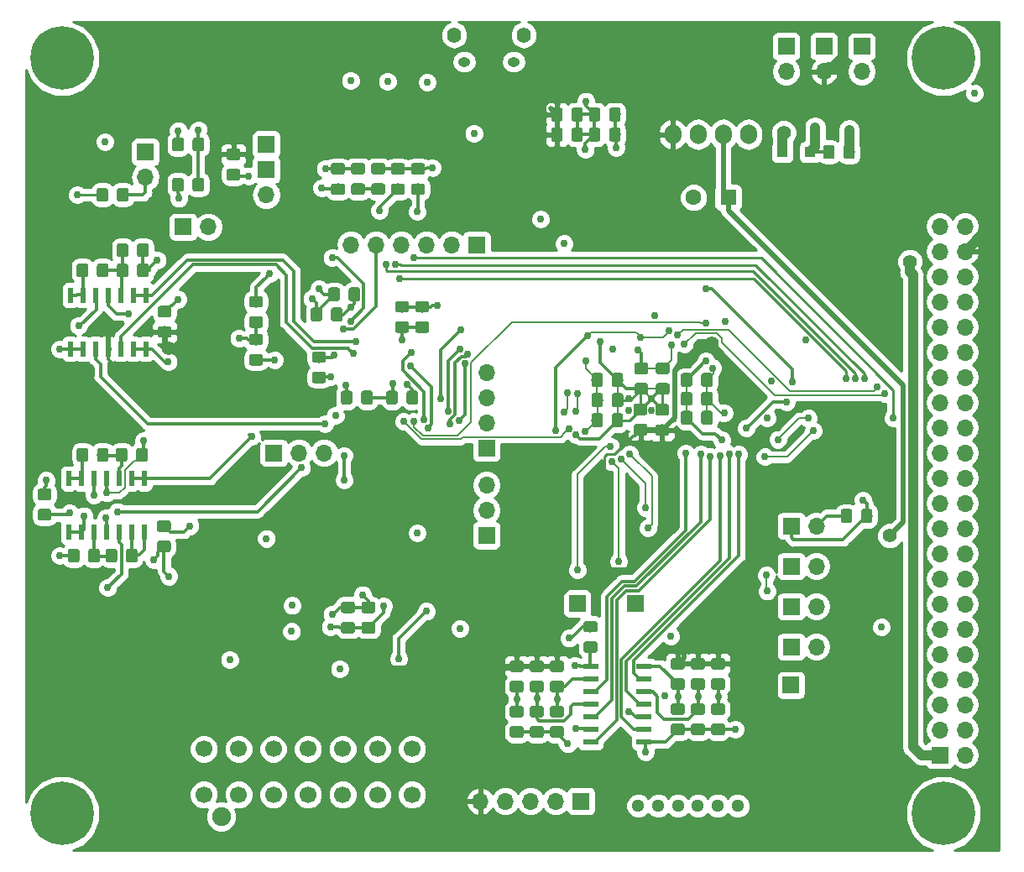
<source format=gbl>
G04 #@! TF.GenerationSoftware,KiCad,Pcbnew,(5.0.0)*
G04 #@! TF.CreationDate,2019-04-02T12:05:10-04:00*
G04 #@! TF.ProjectId,motor-controller-hw,6D6F746F722D636F6E74726F6C6C6572,rev?*
G04 #@! TF.SameCoordinates,Original*
G04 #@! TF.FileFunction,Copper,L4,Bot,Signal*
G04 #@! TF.FilePolarity,Positive*
%FSLAX46Y46*%
G04 Gerber Fmt 4.6, Leading zero omitted, Abs format (unit mm)*
G04 Created by KiCad (PCBNEW (5.0.0)) date 04/02/19 12:05:10*
%MOMM*%
%LPD*%
G01*
G04 APERTURE LIST*
G04 #@! TA.AperFunction,ComponentPad*
%ADD10C,0.800000*%
G04 #@! TD*
G04 #@! TA.AperFunction,ComponentPad*
%ADD11C,6.400000*%
G04 #@! TD*
G04 #@! TA.AperFunction,Conductor*
%ADD12C,0.100000*%
G04 #@! TD*
G04 #@! TA.AperFunction,SMDPad,CuDef*
%ADD13C,1.150000*%
G04 #@! TD*
G04 #@! TA.AperFunction,ComponentPad*
%ADD14R,1.600000X1.600000*%
G04 #@! TD*
G04 #@! TA.AperFunction,ComponentPad*
%ADD15C,1.600000*%
G04 #@! TD*
G04 #@! TA.AperFunction,SMDPad,CuDef*
%ADD16R,1.100000X1.100000*%
G04 #@! TD*
G04 #@! TA.AperFunction,ComponentPad*
%ADD17O,1.422400X1.550000*%
G04 #@! TD*
G04 #@! TA.AperFunction,ComponentPad*
%ADD18O,1.250000X0.950000*%
G04 #@! TD*
G04 #@! TA.AperFunction,ComponentPad*
%ADD19C,1.700000*%
G04 #@! TD*
G04 #@! TA.AperFunction,ComponentPad*
%ADD20C,1.900000*%
G04 #@! TD*
G04 #@! TA.AperFunction,ComponentPad*
%ADD21C,1.300480*%
G04 #@! TD*
G04 #@! TA.AperFunction,ComponentPad*
%ADD22O,1.700000X1.700000*%
G04 #@! TD*
G04 #@! TA.AperFunction,ComponentPad*
%ADD23R,1.700000X1.700000*%
G04 #@! TD*
G04 #@! TA.AperFunction,ComponentPad*
%ADD24O,1.700000X2.000000*%
G04 #@! TD*
G04 #@! TA.AperFunction,SMDPad,CuDef*
%ADD25R,0.600000X1.500000*%
G04 #@! TD*
G04 #@! TA.AperFunction,SMDPad,CuDef*
%ADD26R,1.500000X0.600000*%
G04 #@! TD*
G04 #@! TA.AperFunction,ViaPad*
%ADD27C,0.762000*%
G04 #@! TD*
G04 #@! TA.AperFunction,ViaPad*
%ADD28C,1.422400*%
G04 #@! TD*
G04 #@! TA.AperFunction,Conductor*
%ADD29C,0.304800*%
G04 #@! TD*
G04 #@! TA.AperFunction,Conductor*
%ADD30C,0.508000*%
G04 #@! TD*
G04 #@! TA.AperFunction,Conductor*
%ADD31C,0.254000*%
G04 #@! TD*
G04 #@! TA.AperFunction,Conductor*
%ADD32C,0.152400*%
G04 #@! TD*
G04 #@! TA.AperFunction,Conductor*
%ADD33C,1.016000*%
G04 #@! TD*
G04 APERTURE END LIST*
D10*
G04 #@! TO.P,REF\002A\002A,1*
G04 #@! TO.N,N/C*
X137587056Y-129112944D03*
X135890000Y-128410000D03*
X134192944Y-129112944D03*
X133490000Y-130810000D03*
X134192944Y-132507056D03*
X135890000Y-133210000D03*
X137587056Y-132507056D03*
X138290000Y-130810000D03*
D11*
G04 #@! TO.N,GNDD*
X135890000Y-130810000D03*
G04 #@! TD*
D10*
G04 #@! TO.P,REF\002A\002A,1*
G04 #@! TO.N,N/C*
X48687056Y-52912944D03*
X46990000Y-52210000D03*
X45292944Y-52912944D03*
X44590000Y-54610000D03*
X45292944Y-56307056D03*
X46990000Y-57010000D03*
X48687056Y-56307056D03*
X49390000Y-54610000D03*
D11*
G04 #@! TO.N,GNDD*
X46990000Y-54610000D03*
G04 #@! TD*
D10*
G04 #@! TO.P,REF\002A\002A,1*
G04 #@! TO.N,N/C*
X48687056Y-129112944D03*
X46990000Y-128410000D03*
X45292944Y-129112944D03*
X44590000Y-130810000D03*
X45292944Y-132507056D03*
X46990000Y-133210000D03*
X48687056Y-132507056D03*
X49390000Y-130810000D03*
D11*
G04 #@! TO.N,GNDD*
X46990000Y-130810000D03*
G04 #@! TD*
D12*
G04 #@! TO.N,+5V*
G04 #@! TO.C,C101*
G36*
X97241505Y-59601140D02*
X97265773Y-59604740D01*
X97289572Y-59610701D01*
X97312671Y-59618966D01*
X97334850Y-59629456D01*
X97355893Y-59642068D01*
X97375599Y-59656683D01*
X97393777Y-59673159D01*
X97410253Y-59691337D01*
X97424868Y-59711043D01*
X97437480Y-59732086D01*
X97447970Y-59754265D01*
X97456235Y-59777364D01*
X97462196Y-59801163D01*
X97465796Y-59825431D01*
X97467000Y-59849935D01*
X97467000Y-60749937D01*
X97465796Y-60774441D01*
X97462196Y-60798709D01*
X97456235Y-60822508D01*
X97447970Y-60845607D01*
X97437480Y-60867786D01*
X97424868Y-60888829D01*
X97410253Y-60908535D01*
X97393777Y-60926713D01*
X97375599Y-60943189D01*
X97355893Y-60957804D01*
X97334850Y-60970416D01*
X97312671Y-60980906D01*
X97289572Y-60989171D01*
X97265773Y-60995132D01*
X97241505Y-60998732D01*
X97217001Y-60999936D01*
X96566999Y-60999936D01*
X96542495Y-60998732D01*
X96518227Y-60995132D01*
X96494428Y-60989171D01*
X96471329Y-60980906D01*
X96449150Y-60970416D01*
X96428107Y-60957804D01*
X96408401Y-60943189D01*
X96390223Y-60926713D01*
X96373747Y-60908535D01*
X96359132Y-60888829D01*
X96346520Y-60867786D01*
X96336030Y-60845607D01*
X96327765Y-60822508D01*
X96321804Y-60798709D01*
X96318204Y-60774441D01*
X96317000Y-60749937D01*
X96317000Y-59849935D01*
X96318204Y-59825431D01*
X96321804Y-59801163D01*
X96327765Y-59777364D01*
X96336030Y-59754265D01*
X96346520Y-59732086D01*
X96359132Y-59711043D01*
X96373747Y-59691337D01*
X96390223Y-59673159D01*
X96408401Y-59656683D01*
X96428107Y-59642068D01*
X96449150Y-59629456D01*
X96471329Y-59618966D01*
X96494428Y-59610701D01*
X96518227Y-59604740D01*
X96542495Y-59601140D01*
X96566999Y-59599936D01*
X97217001Y-59599936D01*
X97241505Y-59601140D01*
X97241505Y-59601140D01*
G37*
D13*
G04 #@! TD*
G04 #@! TO.P,C101,1*
G04 #@! TO.N,+5V*
X96892000Y-60299936D03*
D12*
G04 #@! TO.N,GNDD*
G04 #@! TO.C,C101*
G36*
X99291505Y-59601140D02*
X99315773Y-59604740D01*
X99339572Y-59610701D01*
X99362671Y-59618966D01*
X99384850Y-59629456D01*
X99405893Y-59642068D01*
X99425599Y-59656683D01*
X99443777Y-59673159D01*
X99460253Y-59691337D01*
X99474868Y-59711043D01*
X99487480Y-59732086D01*
X99497970Y-59754265D01*
X99506235Y-59777364D01*
X99512196Y-59801163D01*
X99515796Y-59825431D01*
X99517000Y-59849935D01*
X99517000Y-60749937D01*
X99515796Y-60774441D01*
X99512196Y-60798709D01*
X99506235Y-60822508D01*
X99497970Y-60845607D01*
X99487480Y-60867786D01*
X99474868Y-60888829D01*
X99460253Y-60908535D01*
X99443777Y-60926713D01*
X99425599Y-60943189D01*
X99405893Y-60957804D01*
X99384850Y-60970416D01*
X99362671Y-60980906D01*
X99339572Y-60989171D01*
X99315773Y-60995132D01*
X99291505Y-60998732D01*
X99267001Y-60999936D01*
X98616999Y-60999936D01*
X98592495Y-60998732D01*
X98568227Y-60995132D01*
X98544428Y-60989171D01*
X98521329Y-60980906D01*
X98499150Y-60970416D01*
X98478107Y-60957804D01*
X98458401Y-60943189D01*
X98440223Y-60926713D01*
X98423747Y-60908535D01*
X98409132Y-60888829D01*
X98396520Y-60867786D01*
X98386030Y-60845607D01*
X98377765Y-60822508D01*
X98371804Y-60798709D01*
X98368204Y-60774441D01*
X98367000Y-60749937D01*
X98367000Y-59849935D01*
X98368204Y-59825431D01*
X98371804Y-59801163D01*
X98377765Y-59777364D01*
X98386030Y-59754265D01*
X98396520Y-59732086D01*
X98409132Y-59711043D01*
X98423747Y-59691337D01*
X98440223Y-59673159D01*
X98458401Y-59656683D01*
X98478107Y-59642068D01*
X98499150Y-59629456D01*
X98521329Y-59618966D01*
X98544428Y-59610701D01*
X98568227Y-59604740D01*
X98592495Y-59601140D01*
X98616999Y-59599936D01*
X99267001Y-59599936D01*
X99291505Y-59601140D01*
X99291505Y-59601140D01*
G37*
D13*
G04 #@! TD*
G04 #@! TO.P,C101,2*
G04 #@! TO.N,GNDD*
X98942000Y-60299936D03*
D12*
G04 #@! TO.N,GNDD*
G04 #@! TO.C,C102*
G36*
X99291505Y-61633140D02*
X99315773Y-61636740D01*
X99339572Y-61642701D01*
X99362671Y-61650966D01*
X99384850Y-61661456D01*
X99405893Y-61674068D01*
X99425599Y-61688683D01*
X99443777Y-61705159D01*
X99460253Y-61723337D01*
X99474868Y-61743043D01*
X99487480Y-61764086D01*
X99497970Y-61786265D01*
X99506235Y-61809364D01*
X99512196Y-61833163D01*
X99515796Y-61857431D01*
X99517000Y-61881935D01*
X99517000Y-62781937D01*
X99515796Y-62806441D01*
X99512196Y-62830709D01*
X99506235Y-62854508D01*
X99497970Y-62877607D01*
X99487480Y-62899786D01*
X99474868Y-62920829D01*
X99460253Y-62940535D01*
X99443777Y-62958713D01*
X99425599Y-62975189D01*
X99405893Y-62989804D01*
X99384850Y-63002416D01*
X99362671Y-63012906D01*
X99339572Y-63021171D01*
X99315773Y-63027132D01*
X99291505Y-63030732D01*
X99267001Y-63031936D01*
X98616999Y-63031936D01*
X98592495Y-63030732D01*
X98568227Y-63027132D01*
X98544428Y-63021171D01*
X98521329Y-63012906D01*
X98499150Y-63002416D01*
X98478107Y-62989804D01*
X98458401Y-62975189D01*
X98440223Y-62958713D01*
X98423747Y-62940535D01*
X98409132Y-62920829D01*
X98396520Y-62899786D01*
X98386030Y-62877607D01*
X98377765Y-62854508D01*
X98371804Y-62830709D01*
X98368204Y-62806441D01*
X98367000Y-62781937D01*
X98367000Y-61881935D01*
X98368204Y-61857431D01*
X98371804Y-61833163D01*
X98377765Y-61809364D01*
X98386030Y-61786265D01*
X98396520Y-61764086D01*
X98409132Y-61743043D01*
X98423747Y-61723337D01*
X98440223Y-61705159D01*
X98458401Y-61688683D01*
X98478107Y-61674068D01*
X98499150Y-61661456D01*
X98521329Y-61650966D01*
X98544428Y-61642701D01*
X98568227Y-61636740D01*
X98592495Y-61633140D01*
X98616999Y-61631936D01*
X99267001Y-61631936D01*
X99291505Y-61633140D01*
X99291505Y-61633140D01*
G37*
D13*
G04 #@! TD*
G04 #@! TO.P,C102,2*
G04 #@! TO.N,GNDD*
X98942000Y-62331936D03*
D12*
G04 #@! TO.N,+5V*
G04 #@! TO.C,C102*
G36*
X97241505Y-61633140D02*
X97265773Y-61636740D01*
X97289572Y-61642701D01*
X97312671Y-61650966D01*
X97334850Y-61661456D01*
X97355893Y-61674068D01*
X97375599Y-61688683D01*
X97393777Y-61705159D01*
X97410253Y-61723337D01*
X97424868Y-61743043D01*
X97437480Y-61764086D01*
X97447970Y-61786265D01*
X97456235Y-61809364D01*
X97462196Y-61833163D01*
X97465796Y-61857431D01*
X97467000Y-61881935D01*
X97467000Y-62781937D01*
X97465796Y-62806441D01*
X97462196Y-62830709D01*
X97456235Y-62854508D01*
X97447970Y-62877607D01*
X97437480Y-62899786D01*
X97424868Y-62920829D01*
X97410253Y-62940535D01*
X97393777Y-62958713D01*
X97375599Y-62975189D01*
X97355893Y-62989804D01*
X97334850Y-63002416D01*
X97312671Y-63012906D01*
X97289572Y-63021171D01*
X97265773Y-63027132D01*
X97241505Y-63030732D01*
X97217001Y-63031936D01*
X96566999Y-63031936D01*
X96542495Y-63030732D01*
X96518227Y-63027132D01*
X96494428Y-63021171D01*
X96471329Y-63012906D01*
X96449150Y-63002416D01*
X96428107Y-62989804D01*
X96408401Y-62975189D01*
X96390223Y-62958713D01*
X96373747Y-62940535D01*
X96359132Y-62920829D01*
X96346520Y-62899786D01*
X96336030Y-62877607D01*
X96327765Y-62854508D01*
X96321804Y-62830709D01*
X96318204Y-62806441D01*
X96317000Y-62781937D01*
X96317000Y-61881935D01*
X96318204Y-61857431D01*
X96321804Y-61833163D01*
X96327765Y-61809364D01*
X96336030Y-61786265D01*
X96346520Y-61764086D01*
X96359132Y-61743043D01*
X96373747Y-61723337D01*
X96390223Y-61705159D01*
X96408401Y-61688683D01*
X96428107Y-61674068D01*
X96449150Y-61661456D01*
X96471329Y-61650966D01*
X96494428Y-61642701D01*
X96518227Y-61636740D01*
X96542495Y-61633140D01*
X96566999Y-61631936D01*
X97217001Y-61631936D01*
X97241505Y-61633140D01*
X97241505Y-61633140D01*
G37*
D13*
G04 #@! TD*
G04 #@! TO.P,C102,1*
G04 #@! TO.N,+5V*
X96892000Y-62331936D03*
D14*
G04 #@! TO.P,C103,1*
G04 #@! TO.N,+BATT*
X114173000Y-68656200D03*
D15*
G04 #@! TO.P,C103,2*
G04 #@! TO.N,GNDD*
X110673000Y-68656200D03*
G04 #@! TD*
D12*
G04 #@! TO.N,+3V3*
G04 #@! TO.C,C104*
G36*
X103101505Y-59601140D02*
X103125773Y-59604740D01*
X103149572Y-59610701D01*
X103172671Y-59618966D01*
X103194850Y-59629456D01*
X103215893Y-59642068D01*
X103235599Y-59656683D01*
X103253777Y-59673159D01*
X103270253Y-59691337D01*
X103284868Y-59711043D01*
X103297480Y-59732086D01*
X103307970Y-59754265D01*
X103316235Y-59777364D01*
X103322196Y-59801163D01*
X103325796Y-59825431D01*
X103327000Y-59849935D01*
X103327000Y-60749937D01*
X103325796Y-60774441D01*
X103322196Y-60798709D01*
X103316235Y-60822508D01*
X103307970Y-60845607D01*
X103297480Y-60867786D01*
X103284868Y-60888829D01*
X103270253Y-60908535D01*
X103253777Y-60926713D01*
X103235599Y-60943189D01*
X103215893Y-60957804D01*
X103194850Y-60970416D01*
X103172671Y-60980906D01*
X103149572Y-60989171D01*
X103125773Y-60995132D01*
X103101505Y-60998732D01*
X103077001Y-60999936D01*
X102426999Y-60999936D01*
X102402495Y-60998732D01*
X102378227Y-60995132D01*
X102354428Y-60989171D01*
X102331329Y-60980906D01*
X102309150Y-60970416D01*
X102288107Y-60957804D01*
X102268401Y-60943189D01*
X102250223Y-60926713D01*
X102233747Y-60908535D01*
X102219132Y-60888829D01*
X102206520Y-60867786D01*
X102196030Y-60845607D01*
X102187765Y-60822508D01*
X102181804Y-60798709D01*
X102178204Y-60774441D01*
X102177000Y-60749937D01*
X102177000Y-59849935D01*
X102178204Y-59825431D01*
X102181804Y-59801163D01*
X102187765Y-59777364D01*
X102196030Y-59754265D01*
X102206520Y-59732086D01*
X102219132Y-59711043D01*
X102233747Y-59691337D01*
X102250223Y-59673159D01*
X102268401Y-59656683D01*
X102288107Y-59642068D01*
X102309150Y-59629456D01*
X102331329Y-59618966D01*
X102354428Y-59610701D01*
X102378227Y-59604740D01*
X102402495Y-59601140D01*
X102426999Y-59599936D01*
X103077001Y-59599936D01*
X103101505Y-59601140D01*
X103101505Y-59601140D01*
G37*
D13*
G04 #@! TD*
G04 #@! TO.P,C104,1*
G04 #@! TO.N,+3V3*
X102752000Y-60299936D03*
D12*
G04 #@! TO.N,GNDD*
G04 #@! TO.C,C104*
G36*
X101051505Y-59601140D02*
X101075773Y-59604740D01*
X101099572Y-59610701D01*
X101122671Y-59618966D01*
X101144850Y-59629456D01*
X101165893Y-59642068D01*
X101185599Y-59656683D01*
X101203777Y-59673159D01*
X101220253Y-59691337D01*
X101234868Y-59711043D01*
X101247480Y-59732086D01*
X101257970Y-59754265D01*
X101266235Y-59777364D01*
X101272196Y-59801163D01*
X101275796Y-59825431D01*
X101277000Y-59849935D01*
X101277000Y-60749937D01*
X101275796Y-60774441D01*
X101272196Y-60798709D01*
X101266235Y-60822508D01*
X101257970Y-60845607D01*
X101247480Y-60867786D01*
X101234868Y-60888829D01*
X101220253Y-60908535D01*
X101203777Y-60926713D01*
X101185599Y-60943189D01*
X101165893Y-60957804D01*
X101144850Y-60970416D01*
X101122671Y-60980906D01*
X101099572Y-60989171D01*
X101075773Y-60995132D01*
X101051505Y-60998732D01*
X101027001Y-60999936D01*
X100376999Y-60999936D01*
X100352495Y-60998732D01*
X100328227Y-60995132D01*
X100304428Y-60989171D01*
X100281329Y-60980906D01*
X100259150Y-60970416D01*
X100238107Y-60957804D01*
X100218401Y-60943189D01*
X100200223Y-60926713D01*
X100183747Y-60908535D01*
X100169132Y-60888829D01*
X100156520Y-60867786D01*
X100146030Y-60845607D01*
X100137765Y-60822508D01*
X100131804Y-60798709D01*
X100128204Y-60774441D01*
X100127000Y-60749937D01*
X100127000Y-59849935D01*
X100128204Y-59825431D01*
X100131804Y-59801163D01*
X100137765Y-59777364D01*
X100146030Y-59754265D01*
X100156520Y-59732086D01*
X100169132Y-59711043D01*
X100183747Y-59691337D01*
X100200223Y-59673159D01*
X100218401Y-59656683D01*
X100238107Y-59642068D01*
X100259150Y-59629456D01*
X100281329Y-59618966D01*
X100304428Y-59610701D01*
X100328227Y-59604740D01*
X100352495Y-59601140D01*
X100376999Y-59599936D01*
X101027001Y-59599936D01*
X101051505Y-59601140D01*
X101051505Y-59601140D01*
G37*
D13*
G04 #@! TD*
G04 #@! TO.P,C104,2*
G04 #@! TO.N,GNDD*
X100702000Y-60299936D03*
D12*
G04 #@! TO.N,GNDD*
G04 #@! TO.C,C105*
G36*
X101051505Y-61633140D02*
X101075773Y-61636740D01*
X101099572Y-61642701D01*
X101122671Y-61650966D01*
X101144850Y-61661456D01*
X101165893Y-61674068D01*
X101185599Y-61688683D01*
X101203777Y-61705159D01*
X101220253Y-61723337D01*
X101234868Y-61743043D01*
X101247480Y-61764086D01*
X101257970Y-61786265D01*
X101266235Y-61809364D01*
X101272196Y-61833163D01*
X101275796Y-61857431D01*
X101277000Y-61881935D01*
X101277000Y-62781937D01*
X101275796Y-62806441D01*
X101272196Y-62830709D01*
X101266235Y-62854508D01*
X101257970Y-62877607D01*
X101247480Y-62899786D01*
X101234868Y-62920829D01*
X101220253Y-62940535D01*
X101203777Y-62958713D01*
X101185599Y-62975189D01*
X101165893Y-62989804D01*
X101144850Y-63002416D01*
X101122671Y-63012906D01*
X101099572Y-63021171D01*
X101075773Y-63027132D01*
X101051505Y-63030732D01*
X101027001Y-63031936D01*
X100376999Y-63031936D01*
X100352495Y-63030732D01*
X100328227Y-63027132D01*
X100304428Y-63021171D01*
X100281329Y-63012906D01*
X100259150Y-63002416D01*
X100238107Y-62989804D01*
X100218401Y-62975189D01*
X100200223Y-62958713D01*
X100183747Y-62940535D01*
X100169132Y-62920829D01*
X100156520Y-62899786D01*
X100146030Y-62877607D01*
X100137765Y-62854508D01*
X100131804Y-62830709D01*
X100128204Y-62806441D01*
X100127000Y-62781937D01*
X100127000Y-61881935D01*
X100128204Y-61857431D01*
X100131804Y-61833163D01*
X100137765Y-61809364D01*
X100146030Y-61786265D01*
X100156520Y-61764086D01*
X100169132Y-61743043D01*
X100183747Y-61723337D01*
X100200223Y-61705159D01*
X100218401Y-61688683D01*
X100238107Y-61674068D01*
X100259150Y-61661456D01*
X100281329Y-61650966D01*
X100304428Y-61642701D01*
X100328227Y-61636740D01*
X100352495Y-61633140D01*
X100376999Y-61631936D01*
X101027001Y-61631936D01*
X101051505Y-61633140D01*
X101051505Y-61633140D01*
G37*
D13*
G04 #@! TD*
G04 #@! TO.P,C105,2*
G04 #@! TO.N,GNDD*
X100702000Y-62331936D03*
D12*
G04 #@! TO.N,+3V3*
G04 #@! TO.C,C105*
G36*
X103101505Y-61633140D02*
X103125773Y-61636740D01*
X103149572Y-61642701D01*
X103172671Y-61650966D01*
X103194850Y-61661456D01*
X103215893Y-61674068D01*
X103235599Y-61688683D01*
X103253777Y-61705159D01*
X103270253Y-61723337D01*
X103284868Y-61743043D01*
X103297480Y-61764086D01*
X103307970Y-61786265D01*
X103316235Y-61809364D01*
X103322196Y-61833163D01*
X103325796Y-61857431D01*
X103327000Y-61881935D01*
X103327000Y-62781937D01*
X103325796Y-62806441D01*
X103322196Y-62830709D01*
X103316235Y-62854508D01*
X103307970Y-62877607D01*
X103297480Y-62899786D01*
X103284868Y-62920829D01*
X103270253Y-62940535D01*
X103253777Y-62958713D01*
X103235599Y-62975189D01*
X103215893Y-62989804D01*
X103194850Y-63002416D01*
X103172671Y-63012906D01*
X103149572Y-63021171D01*
X103125773Y-63027132D01*
X103101505Y-63030732D01*
X103077001Y-63031936D01*
X102426999Y-63031936D01*
X102402495Y-63030732D01*
X102378227Y-63027132D01*
X102354428Y-63021171D01*
X102331329Y-63012906D01*
X102309150Y-63002416D01*
X102288107Y-62989804D01*
X102268401Y-62975189D01*
X102250223Y-62958713D01*
X102233747Y-62940535D01*
X102219132Y-62920829D01*
X102206520Y-62899786D01*
X102196030Y-62877607D01*
X102187765Y-62854508D01*
X102181804Y-62830709D01*
X102178204Y-62806441D01*
X102177000Y-62781937D01*
X102177000Y-61881935D01*
X102178204Y-61857431D01*
X102181804Y-61833163D01*
X102187765Y-61809364D01*
X102196030Y-61786265D01*
X102206520Y-61764086D01*
X102219132Y-61743043D01*
X102233747Y-61723337D01*
X102250223Y-61705159D01*
X102268401Y-61688683D01*
X102288107Y-61674068D01*
X102309150Y-61661456D01*
X102331329Y-61650966D01*
X102354428Y-61642701D01*
X102378227Y-61636740D01*
X102402495Y-61633140D01*
X102426999Y-61631936D01*
X103077001Y-61631936D01*
X103101505Y-61633140D01*
X103101505Y-61633140D01*
G37*
D13*
G04 #@! TD*
G04 #@! TO.P,C105,1*
G04 #@! TO.N,+3V3*
X102752000Y-62331936D03*
D12*
G04 #@! TO.N,+5V*
G04 #@! TO.C,C201*
G36*
X57802407Y-81657311D02*
X57826675Y-81660911D01*
X57850474Y-81666872D01*
X57873573Y-81675137D01*
X57895752Y-81685627D01*
X57916795Y-81698239D01*
X57936501Y-81712854D01*
X57954679Y-81729330D01*
X57971155Y-81747508D01*
X57985770Y-81767214D01*
X57998382Y-81788257D01*
X58008872Y-81810436D01*
X58017137Y-81833535D01*
X58023098Y-81857334D01*
X58026698Y-81881602D01*
X58027902Y-81906106D01*
X58027902Y-82556108D01*
X58026698Y-82580612D01*
X58023098Y-82604880D01*
X58017137Y-82628679D01*
X58008872Y-82651778D01*
X57998382Y-82673957D01*
X57985770Y-82695000D01*
X57971155Y-82714706D01*
X57954679Y-82732884D01*
X57936501Y-82749360D01*
X57916795Y-82763975D01*
X57895752Y-82776587D01*
X57873573Y-82787077D01*
X57850474Y-82795342D01*
X57826675Y-82801303D01*
X57802407Y-82804903D01*
X57777903Y-82806107D01*
X56877901Y-82806107D01*
X56853397Y-82804903D01*
X56829129Y-82801303D01*
X56805330Y-82795342D01*
X56782231Y-82787077D01*
X56760052Y-82776587D01*
X56739009Y-82763975D01*
X56719303Y-82749360D01*
X56701125Y-82732884D01*
X56684649Y-82714706D01*
X56670034Y-82695000D01*
X56657422Y-82673957D01*
X56646932Y-82651778D01*
X56638667Y-82628679D01*
X56632706Y-82604880D01*
X56629106Y-82580612D01*
X56627902Y-82556108D01*
X56627902Y-81906106D01*
X56629106Y-81881602D01*
X56632706Y-81857334D01*
X56638667Y-81833535D01*
X56646932Y-81810436D01*
X56657422Y-81788257D01*
X56670034Y-81767214D01*
X56684649Y-81747508D01*
X56701125Y-81729330D01*
X56719303Y-81712854D01*
X56739009Y-81698239D01*
X56760052Y-81685627D01*
X56782231Y-81675137D01*
X56805330Y-81666872D01*
X56829129Y-81660911D01*
X56853397Y-81657311D01*
X56877901Y-81656107D01*
X57777903Y-81656107D01*
X57802407Y-81657311D01*
X57802407Y-81657311D01*
G37*
D13*
G04 #@! TD*
G04 #@! TO.P,C201,1*
G04 #@! TO.N,+5V*
X57327902Y-82231107D03*
D12*
G04 #@! TO.N,GNDD*
G04 #@! TO.C,C201*
G36*
X57802407Y-79607311D02*
X57826675Y-79610911D01*
X57850474Y-79616872D01*
X57873573Y-79625137D01*
X57895752Y-79635627D01*
X57916795Y-79648239D01*
X57936501Y-79662854D01*
X57954679Y-79679330D01*
X57971155Y-79697508D01*
X57985770Y-79717214D01*
X57998382Y-79738257D01*
X58008872Y-79760436D01*
X58017137Y-79783535D01*
X58023098Y-79807334D01*
X58026698Y-79831602D01*
X58027902Y-79856106D01*
X58027902Y-80506108D01*
X58026698Y-80530612D01*
X58023098Y-80554880D01*
X58017137Y-80578679D01*
X58008872Y-80601778D01*
X57998382Y-80623957D01*
X57985770Y-80645000D01*
X57971155Y-80664706D01*
X57954679Y-80682884D01*
X57936501Y-80699360D01*
X57916795Y-80713975D01*
X57895752Y-80726587D01*
X57873573Y-80737077D01*
X57850474Y-80745342D01*
X57826675Y-80751303D01*
X57802407Y-80754903D01*
X57777903Y-80756107D01*
X56877901Y-80756107D01*
X56853397Y-80754903D01*
X56829129Y-80751303D01*
X56805330Y-80745342D01*
X56782231Y-80737077D01*
X56760052Y-80726587D01*
X56739009Y-80713975D01*
X56719303Y-80699360D01*
X56701125Y-80682884D01*
X56684649Y-80664706D01*
X56670034Y-80645000D01*
X56657422Y-80623957D01*
X56646932Y-80601778D01*
X56638667Y-80578679D01*
X56632706Y-80554880D01*
X56629106Y-80530612D01*
X56627902Y-80506108D01*
X56627902Y-79856106D01*
X56629106Y-79831602D01*
X56632706Y-79807334D01*
X56638667Y-79783535D01*
X56646932Y-79760436D01*
X56657422Y-79738257D01*
X56670034Y-79717214D01*
X56684649Y-79697508D01*
X56701125Y-79679330D01*
X56719303Y-79662854D01*
X56739009Y-79648239D01*
X56760052Y-79635627D01*
X56782231Y-79625137D01*
X56805330Y-79616872D01*
X56829129Y-79610911D01*
X56853397Y-79607311D01*
X56877901Y-79606107D01*
X57777903Y-79606107D01*
X57802407Y-79607311D01*
X57802407Y-79607311D01*
G37*
D13*
G04 #@! TD*
G04 #@! TO.P,C201,2*
G04 #@! TO.N,GNDD*
X57327902Y-80181107D03*
D12*
G04 #@! TO.N,+5V*
G04 #@! TO.C,C202*
G36*
X64736505Y-63746404D02*
X64760773Y-63750004D01*
X64784572Y-63755965D01*
X64807671Y-63764230D01*
X64829850Y-63774720D01*
X64850893Y-63787332D01*
X64870599Y-63801947D01*
X64888777Y-63818423D01*
X64905253Y-63836601D01*
X64919868Y-63856307D01*
X64932480Y-63877350D01*
X64942970Y-63899529D01*
X64951235Y-63922628D01*
X64957196Y-63946427D01*
X64960796Y-63970695D01*
X64962000Y-63995199D01*
X64962000Y-64645201D01*
X64960796Y-64669705D01*
X64957196Y-64693973D01*
X64951235Y-64717772D01*
X64942970Y-64740871D01*
X64932480Y-64763050D01*
X64919868Y-64784093D01*
X64905253Y-64803799D01*
X64888777Y-64821977D01*
X64870599Y-64838453D01*
X64850893Y-64853068D01*
X64829850Y-64865680D01*
X64807671Y-64876170D01*
X64784572Y-64884435D01*
X64760773Y-64890396D01*
X64736505Y-64893996D01*
X64712001Y-64895200D01*
X63811999Y-64895200D01*
X63787495Y-64893996D01*
X63763227Y-64890396D01*
X63739428Y-64884435D01*
X63716329Y-64876170D01*
X63694150Y-64865680D01*
X63673107Y-64853068D01*
X63653401Y-64838453D01*
X63635223Y-64821977D01*
X63618747Y-64803799D01*
X63604132Y-64784093D01*
X63591520Y-64763050D01*
X63581030Y-64740871D01*
X63572765Y-64717772D01*
X63566804Y-64693973D01*
X63563204Y-64669705D01*
X63562000Y-64645201D01*
X63562000Y-63995199D01*
X63563204Y-63970695D01*
X63566804Y-63946427D01*
X63572765Y-63922628D01*
X63581030Y-63899529D01*
X63591520Y-63877350D01*
X63604132Y-63856307D01*
X63618747Y-63836601D01*
X63635223Y-63818423D01*
X63653401Y-63801947D01*
X63673107Y-63787332D01*
X63694150Y-63774720D01*
X63716329Y-63764230D01*
X63739428Y-63755965D01*
X63763227Y-63750004D01*
X63787495Y-63746404D01*
X63811999Y-63745200D01*
X64712001Y-63745200D01*
X64736505Y-63746404D01*
X64736505Y-63746404D01*
G37*
D13*
G04 #@! TD*
G04 #@! TO.P,C202,1*
G04 #@! TO.N,+5V*
X64262000Y-64320200D03*
D12*
G04 #@! TO.N,GNDD*
G04 #@! TO.C,C202*
G36*
X64736505Y-65796404D02*
X64760773Y-65800004D01*
X64784572Y-65805965D01*
X64807671Y-65814230D01*
X64829850Y-65824720D01*
X64850893Y-65837332D01*
X64870599Y-65851947D01*
X64888777Y-65868423D01*
X64905253Y-65886601D01*
X64919868Y-65906307D01*
X64932480Y-65927350D01*
X64942970Y-65949529D01*
X64951235Y-65972628D01*
X64957196Y-65996427D01*
X64960796Y-66020695D01*
X64962000Y-66045199D01*
X64962000Y-66695201D01*
X64960796Y-66719705D01*
X64957196Y-66743973D01*
X64951235Y-66767772D01*
X64942970Y-66790871D01*
X64932480Y-66813050D01*
X64919868Y-66834093D01*
X64905253Y-66853799D01*
X64888777Y-66871977D01*
X64870599Y-66888453D01*
X64850893Y-66903068D01*
X64829850Y-66915680D01*
X64807671Y-66926170D01*
X64784572Y-66934435D01*
X64760773Y-66940396D01*
X64736505Y-66943996D01*
X64712001Y-66945200D01*
X63811999Y-66945200D01*
X63787495Y-66943996D01*
X63763227Y-66940396D01*
X63739428Y-66934435D01*
X63716329Y-66926170D01*
X63694150Y-66915680D01*
X63673107Y-66903068D01*
X63653401Y-66888453D01*
X63635223Y-66871977D01*
X63618747Y-66853799D01*
X63604132Y-66834093D01*
X63591520Y-66813050D01*
X63581030Y-66790871D01*
X63572765Y-66767772D01*
X63566804Y-66743973D01*
X63563204Y-66719705D01*
X63562000Y-66695201D01*
X63562000Y-66045199D01*
X63563204Y-66020695D01*
X63566804Y-65996427D01*
X63572765Y-65972628D01*
X63581030Y-65949529D01*
X63591520Y-65927350D01*
X63604132Y-65906307D01*
X63618747Y-65886601D01*
X63635223Y-65868423D01*
X63653401Y-65851947D01*
X63673107Y-65837332D01*
X63694150Y-65824720D01*
X63716329Y-65814230D01*
X63739428Y-65805965D01*
X63763227Y-65800004D01*
X63787495Y-65796404D01*
X63811999Y-65795200D01*
X64712001Y-65795200D01*
X64736505Y-65796404D01*
X64736505Y-65796404D01*
G37*
D13*
G04 #@! TD*
G04 #@! TO.P,C202,2*
G04 #@! TO.N,GNDD*
X64262000Y-66370200D03*
D12*
G04 #@! TO.N,GNDD*
G04 #@! TO.C,C203*
G36*
X55476505Y-73291404D02*
X55500773Y-73295004D01*
X55524572Y-73300965D01*
X55547671Y-73309230D01*
X55569850Y-73319720D01*
X55590893Y-73332332D01*
X55610599Y-73346947D01*
X55628777Y-73363423D01*
X55645253Y-73381601D01*
X55659868Y-73401307D01*
X55672480Y-73422350D01*
X55682970Y-73444529D01*
X55691235Y-73467628D01*
X55697196Y-73491427D01*
X55700796Y-73515695D01*
X55702000Y-73540199D01*
X55702000Y-74440201D01*
X55700796Y-74464705D01*
X55697196Y-74488973D01*
X55691235Y-74512772D01*
X55682970Y-74535871D01*
X55672480Y-74558050D01*
X55659868Y-74579093D01*
X55645253Y-74598799D01*
X55628777Y-74616977D01*
X55610599Y-74633453D01*
X55590893Y-74648068D01*
X55569850Y-74660680D01*
X55547671Y-74671170D01*
X55524572Y-74679435D01*
X55500773Y-74685396D01*
X55476505Y-74688996D01*
X55452001Y-74690200D01*
X54801999Y-74690200D01*
X54777495Y-74688996D01*
X54753227Y-74685396D01*
X54729428Y-74679435D01*
X54706329Y-74671170D01*
X54684150Y-74660680D01*
X54663107Y-74648068D01*
X54643401Y-74633453D01*
X54625223Y-74616977D01*
X54608747Y-74598799D01*
X54594132Y-74579093D01*
X54581520Y-74558050D01*
X54571030Y-74535871D01*
X54562765Y-74512772D01*
X54556804Y-74488973D01*
X54553204Y-74464705D01*
X54552000Y-74440201D01*
X54552000Y-73540199D01*
X54553204Y-73515695D01*
X54556804Y-73491427D01*
X54562765Y-73467628D01*
X54571030Y-73444529D01*
X54581520Y-73422350D01*
X54594132Y-73401307D01*
X54608747Y-73381601D01*
X54625223Y-73363423D01*
X54643401Y-73346947D01*
X54663107Y-73332332D01*
X54684150Y-73319720D01*
X54706329Y-73309230D01*
X54729428Y-73300965D01*
X54753227Y-73295004D01*
X54777495Y-73291404D01*
X54801999Y-73290200D01*
X55452001Y-73290200D01*
X55476505Y-73291404D01*
X55476505Y-73291404D01*
G37*
D13*
G04 #@! TD*
G04 #@! TO.P,C203,2*
G04 #@! TO.N,GNDD*
X55127000Y-73990200D03*
D12*
G04 #@! TO.N,Net-(C203-Pad1)*
G04 #@! TO.C,C203*
G36*
X53426505Y-73291404D02*
X53450773Y-73295004D01*
X53474572Y-73300965D01*
X53497671Y-73309230D01*
X53519850Y-73319720D01*
X53540893Y-73332332D01*
X53560599Y-73346947D01*
X53578777Y-73363423D01*
X53595253Y-73381601D01*
X53609868Y-73401307D01*
X53622480Y-73422350D01*
X53632970Y-73444529D01*
X53641235Y-73467628D01*
X53647196Y-73491427D01*
X53650796Y-73515695D01*
X53652000Y-73540199D01*
X53652000Y-74440201D01*
X53650796Y-74464705D01*
X53647196Y-74488973D01*
X53641235Y-74512772D01*
X53632970Y-74535871D01*
X53622480Y-74558050D01*
X53609868Y-74579093D01*
X53595253Y-74598799D01*
X53578777Y-74616977D01*
X53560599Y-74633453D01*
X53540893Y-74648068D01*
X53519850Y-74660680D01*
X53497671Y-74671170D01*
X53474572Y-74679435D01*
X53450773Y-74685396D01*
X53426505Y-74688996D01*
X53402001Y-74690200D01*
X52751999Y-74690200D01*
X52727495Y-74688996D01*
X52703227Y-74685396D01*
X52679428Y-74679435D01*
X52656329Y-74671170D01*
X52634150Y-74660680D01*
X52613107Y-74648068D01*
X52593401Y-74633453D01*
X52575223Y-74616977D01*
X52558747Y-74598799D01*
X52544132Y-74579093D01*
X52531520Y-74558050D01*
X52521030Y-74535871D01*
X52512765Y-74512772D01*
X52506804Y-74488973D01*
X52503204Y-74464705D01*
X52502000Y-74440201D01*
X52502000Y-73540199D01*
X52503204Y-73515695D01*
X52506804Y-73491427D01*
X52512765Y-73467628D01*
X52521030Y-73444529D01*
X52531520Y-73422350D01*
X52544132Y-73401307D01*
X52558747Y-73381601D01*
X52575223Y-73363423D01*
X52593401Y-73346947D01*
X52613107Y-73332332D01*
X52634150Y-73319720D01*
X52656329Y-73309230D01*
X52679428Y-73300965D01*
X52703227Y-73295004D01*
X52727495Y-73291404D01*
X52751999Y-73290200D01*
X53402001Y-73290200D01*
X53426505Y-73291404D01*
X53426505Y-73291404D01*
G37*
D13*
G04 #@! TD*
G04 #@! TO.P,C203,1*
G04 #@! TO.N,Net-(C203-Pad1)*
X53077000Y-73990200D03*
D12*
G04 #@! TO.N,Net-(C204-Pad1)*
G04 #@! TO.C,C204*
G36*
X50550726Y-104096096D02*
X50574994Y-104099696D01*
X50598793Y-104105657D01*
X50621892Y-104113922D01*
X50644071Y-104124412D01*
X50665114Y-104137024D01*
X50684820Y-104151639D01*
X50702998Y-104168115D01*
X50719474Y-104186293D01*
X50734089Y-104205999D01*
X50746701Y-104227042D01*
X50757191Y-104249221D01*
X50765456Y-104272320D01*
X50771417Y-104296119D01*
X50775017Y-104320387D01*
X50776221Y-104344891D01*
X50776221Y-105244893D01*
X50775017Y-105269397D01*
X50771417Y-105293665D01*
X50765456Y-105317464D01*
X50757191Y-105340563D01*
X50746701Y-105362742D01*
X50734089Y-105383785D01*
X50719474Y-105403491D01*
X50702998Y-105421669D01*
X50684820Y-105438145D01*
X50665114Y-105452760D01*
X50644071Y-105465372D01*
X50621892Y-105475862D01*
X50598793Y-105484127D01*
X50574994Y-105490088D01*
X50550726Y-105493688D01*
X50526222Y-105494892D01*
X49876220Y-105494892D01*
X49851716Y-105493688D01*
X49827448Y-105490088D01*
X49803649Y-105484127D01*
X49780550Y-105475862D01*
X49758371Y-105465372D01*
X49737328Y-105452760D01*
X49717622Y-105438145D01*
X49699444Y-105421669D01*
X49682968Y-105403491D01*
X49668353Y-105383785D01*
X49655741Y-105362742D01*
X49645251Y-105340563D01*
X49636986Y-105317464D01*
X49631025Y-105293665D01*
X49627425Y-105269397D01*
X49626221Y-105244893D01*
X49626221Y-104344891D01*
X49627425Y-104320387D01*
X49631025Y-104296119D01*
X49636986Y-104272320D01*
X49645251Y-104249221D01*
X49655741Y-104227042D01*
X49668353Y-104205999D01*
X49682968Y-104186293D01*
X49699444Y-104168115D01*
X49717622Y-104151639D01*
X49737328Y-104137024D01*
X49758371Y-104124412D01*
X49780550Y-104113922D01*
X49803649Y-104105657D01*
X49827448Y-104099696D01*
X49851716Y-104096096D01*
X49876220Y-104094892D01*
X50526222Y-104094892D01*
X50550726Y-104096096D01*
X50550726Y-104096096D01*
G37*
D13*
G04 #@! TD*
G04 #@! TO.P,C204,1*
G04 #@! TO.N,Net-(C204-Pad1)*
X50201221Y-104794892D03*
D12*
G04 #@! TO.N,GNDD*
G04 #@! TO.C,C204*
G36*
X48500726Y-104096096D02*
X48524994Y-104099696D01*
X48548793Y-104105657D01*
X48571892Y-104113922D01*
X48594071Y-104124412D01*
X48615114Y-104137024D01*
X48634820Y-104151639D01*
X48652998Y-104168115D01*
X48669474Y-104186293D01*
X48684089Y-104205999D01*
X48696701Y-104227042D01*
X48707191Y-104249221D01*
X48715456Y-104272320D01*
X48721417Y-104296119D01*
X48725017Y-104320387D01*
X48726221Y-104344891D01*
X48726221Y-105244893D01*
X48725017Y-105269397D01*
X48721417Y-105293665D01*
X48715456Y-105317464D01*
X48707191Y-105340563D01*
X48696701Y-105362742D01*
X48684089Y-105383785D01*
X48669474Y-105403491D01*
X48652998Y-105421669D01*
X48634820Y-105438145D01*
X48615114Y-105452760D01*
X48594071Y-105465372D01*
X48571892Y-105475862D01*
X48548793Y-105484127D01*
X48524994Y-105490088D01*
X48500726Y-105493688D01*
X48476222Y-105494892D01*
X47826220Y-105494892D01*
X47801716Y-105493688D01*
X47777448Y-105490088D01*
X47753649Y-105484127D01*
X47730550Y-105475862D01*
X47708371Y-105465372D01*
X47687328Y-105452760D01*
X47667622Y-105438145D01*
X47649444Y-105421669D01*
X47632968Y-105403491D01*
X47618353Y-105383785D01*
X47605741Y-105362742D01*
X47595251Y-105340563D01*
X47586986Y-105317464D01*
X47581025Y-105293665D01*
X47577425Y-105269397D01*
X47576221Y-105244893D01*
X47576221Y-104344891D01*
X47577425Y-104320387D01*
X47581025Y-104296119D01*
X47586986Y-104272320D01*
X47595251Y-104249221D01*
X47605741Y-104227042D01*
X47618353Y-104205999D01*
X47632968Y-104186293D01*
X47649444Y-104168115D01*
X47667622Y-104151639D01*
X47687328Y-104137024D01*
X47708371Y-104124412D01*
X47730550Y-104113922D01*
X47753649Y-104105657D01*
X47777448Y-104099696D01*
X47801716Y-104096096D01*
X47826220Y-104094892D01*
X48476222Y-104094892D01*
X48500726Y-104096096D01*
X48500726Y-104096096D01*
G37*
D13*
G04 #@! TD*
G04 #@! TO.P,C204,2*
G04 #@! TO.N,GNDD*
X48151221Y-104794892D03*
D12*
G04 #@! TO.N,GNDD*
G04 #@! TO.C,C205*
G36*
X55385726Y-93936096D02*
X55409994Y-93939696D01*
X55433793Y-93945657D01*
X55456892Y-93953922D01*
X55479071Y-93964412D01*
X55500114Y-93977024D01*
X55519820Y-93991639D01*
X55537998Y-94008115D01*
X55554474Y-94026293D01*
X55569089Y-94045999D01*
X55581701Y-94067042D01*
X55592191Y-94089221D01*
X55600456Y-94112320D01*
X55606417Y-94136119D01*
X55610017Y-94160387D01*
X55611221Y-94184891D01*
X55611221Y-95084893D01*
X55610017Y-95109397D01*
X55606417Y-95133665D01*
X55600456Y-95157464D01*
X55592191Y-95180563D01*
X55581701Y-95202742D01*
X55569089Y-95223785D01*
X55554474Y-95243491D01*
X55537998Y-95261669D01*
X55519820Y-95278145D01*
X55500114Y-95292760D01*
X55479071Y-95305372D01*
X55456892Y-95315862D01*
X55433793Y-95324127D01*
X55409994Y-95330088D01*
X55385726Y-95333688D01*
X55361222Y-95334892D01*
X54711220Y-95334892D01*
X54686716Y-95333688D01*
X54662448Y-95330088D01*
X54638649Y-95324127D01*
X54615550Y-95315862D01*
X54593371Y-95305372D01*
X54572328Y-95292760D01*
X54552622Y-95278145D01*
X54534444Y-95261669D01*
X54517968Y-95243491D01*
X54503353Y-95223785D01*
X54490741Y-95202742D01*
X54480251Y-95180563D01*
X54471986Y-95157464D01*
X54466025Y-95133665D01*
X54462425Y-95109397D01*
X54461221Y-95084893D01*
X54461221Y-94184891D01*
X54462425Y-94160387D01*
X54466025Y-94136119D01*
X54471986Y-94112320D01*
X54480251Y-94089221D01*
X54490741Y-94067042D01*
X54503353Y-94045999D01*
X54517968Y-94026293D01*
X54534444Y-94008115D01*
X54552622Y-93991639D01*
X54572328Y-93977024D01*
X54593371Y-93964412D01*
X54615550Y-93953922D01*
X54638649Y-93945657D01*
X54662448Y-93939696D01*
X54686716Y-93936096D01*
X54711220Y-93934892D01*
X55361222Y-93934892D01*
X55385726Y-93936096D01*
X55385726Y-93936096D01*
G37*
D13*
G04 #@! TD*
G04 #@! TO.P,C205,2*
G04 #@! TO.N,GNDD*
X55036221Y-94634892D03*
D12*
G04 #@! TO.N,Net-(C205-Pad1)*
G04 #@! TO.C,C205*
G36*
X53335726Y-93936096D02*
X53359994Y-93939696D01*
X53383793Y-93945657D01*
X53406892Y-93953922D01*
X53429071Y-93964412D01*
X53450114Y-93977024D01*
X53469820Y-93991639D01*
X53487998Y-94008115D01*
X53504474Y-94026293D01*
X53519089Y-94045999D01*
X53531701Y-94067042D01*
X53542191Y-94089221D01*
X53550456Y-94112320D01*
X53556417Y-94136119D01*
X53560017Y-94160387D01*
X53561221Y-94184891D01*
X53561221Y-95084893D01*
X53560017Y-95109397D01*
X53556417Y-95133665D01*
X53550456Y-95157464D01*
X53542191Y-95180563D01*
X53531701Y-95202742D01*
X53519089Y-95223785D01*
X53504474Y-95243491D01*
X53487998Y-95261669D01*
X53469820Y-95278145D01*
X53450114Y-95292760D01*
X53429071Y-95305372D01*
X53406892Y-95315862D01*
X53383793Y-95324127D01*
X53359994Y-95330088D01*
X53335726Y-95333688D01*
X53311222Y-95334892D01*
X52661220Y-95334892D01*
X52636716Y-95333688D01*
X52612448Y-95330088D01*
X52588649Y-95324127D01*
X52565550Y-95315862D01*
X52543371Y-95305372D01*
X52522328Y-95292760D01*
X52502622Y-95278145D01*
X52484444Y-95261669D01*
X52467968Y-95243491D01*
X52453353Y-95223785D01*
X52440741Y-95202742D01*
X52430251Y-95180563D01*
X52421986Y-95157464D01*
X52416025Y-95133665D01*
X52412425Y-95109397D01*
X52411221Y-95084893D01*
X52411221Y-94184891D01*
X52412425Y-94160387D01*
X52416025Y-94136119D01*
X52421986Y-94112320D01*
X52430251Y-94089221D01*
X52440741Y-94067042D01*
X52453353Y-94045999D01*
X52467968Y-94026293D01*
X52484444Y-94008115D01*
X52502622Y-93991639D01*
X52522328Y-93977024D01*
X52543371Y-93964412D01*
X52565550Y-93953922D01*
X52588649Y-93945657D01*
X52612448Y-93939696D01*
X52636716Y-93936096D01*
X52661220Y-93934892D01*
X53311222Y-93934892D01*
X53335726Y-93936096D01*
X53335726Y-93936096D01*
G37*
D13*
G04 #@! TD*
G04 #@! TO.P,C205,1*
G04 #@! TO.N,Net-(C205-Pad1)*
X52986221Y-94634892D03*
D12*
G04 #@! TO.N,GNDD*
G04 #@! TO.C,C208*
G36*
X45686505Y-98045404D02*
X45710773Y-98049004D01*
X45734572Y-98054965D01*
X45757671Y-98063230D01*
X45779850Y-98073720D01*
X45800893Y-98086332D01*
X45820599Y-98100947D01*
X45838777Y-98117423D01*
X45855253Y-98135601D01*
X45869868Y-98155307D01*
X45882480Y-98176350D01*
X45892970Y-98198529D01*
X45901235Y-98221628D01*
X45907196Y-98245427D01*
X45910796Y-98269695D01*
X45912000Y-98294199D01*
X45912000Y-98944201D01*
X45910796Y-98968705D01*
X45907196Y-98992973D01*
X45901235Y-99016772D01*
X45892970Y-99039871D01*
X45882480Y-99062050D01*
X45869868Y-99083093D01*
X45855253Y-99102799D01*
X45838777Y-99120977D01*
X45820599Y-99137453D01*
X45800893Y-99152068D01*
X45779850Y-99164680D01*
X45757671Y-99175170D01*
X45734572Y-99183435D01*
X45710773Y-99189396D01*
X45686505Y-99192996D01*
X45662001Y-99194200D01*
X44761999Y-99194200D01*
X44737495Y-99192996D01*
X44713227Y-99189396D01*
X44689428Y-99183435D01*
X44666329Y-99175170D01*
X44644150Y-99164680D01*
X44623107Y-99152068D01*
X44603401Y-99137453D01*
X44585223Y-99120977D01*
X44568747Y-99102799D01*
X44554132Y-99083093D01*
X44541520Y-99062050D01*
X44531030Y-99039871D01*
X44522765Y-99016772D01*
X44516804Y-98992973D01*
X44513204Y-98968705D01*
X44512000Y-98944201D01*
X44512000Y-98294199D01*
X44513204Y-98269695D01*
X44516804Y-98245427D01*
X44522765Y-98221628D01*
X44531030Y-98198529D01*
X44541520Y-98176350D01*
X44554132Y-98155307D01*
X44568747Y-98135601D01*
X44585223Y-98117423D01*
X44603401Y-98100947D01*
X44623107Y-98086332D01*
X44644150Y-98073720D01*
X44666329Y-98063230D01*
X44689428Y-98054965D01*
X44713227Y-98049004D01*
X44737495Y-98045404D01*
X44761999Y-98044200D01*
X45662001Y-98044200D01*
X45686505Y-98045404D01*
X45686505Y-98045404D01*
G37*
D13*
G04 #@! TD*
G04 #@! TO.P,C208,2*
G04 #@! TO.N,GNDD*
X45212000Y-98619200D03*
D12*
G04 #@! TO.N,+3V3*
G04 #@! TO.C,C208*
G36*
X45686505Y-100095404D02*
X45710773Y-100099004D01*
X45734572Y-100104965D01*
X45757671Y-100113230D01*
X45779850Y-100123720D01*
X45800893Y-100136332D01*
X45820599Y-100150947D01*
X45838777Y-100167423D01*
X45855253Y-100185601D01*
X45869868Y-100205307D01*
X45882480Y-100226350D01*
X45892970Y-100248529D01*
X45901235Y-100271628D01*
X45907196Y-100295427D01*
X45910796Y-100319695D01*
X45912000Y-100344199D01*
X45912000Y-100994201D01*
X45910796Y-101018705D01*
X45907196Y-101042973D01*
X45901235Y-101066772D01*
X45892970Y-101089871D01*
X45882480Y-101112050D01*
X45869868Y-101133093D01*
X45855253Y-101152799D01*
X45838777Y-101170977D01*
X45820599Y-101187453D01*
X45800893Y-101202068D01*
X45779850Y-101214680D01*
X45757671Y-101225170D01*
X45734572Y-101233435D01*
X45710773Y-101239396D01*
X45686505Y-101242996D01*
X45662001Y-101244200D01*
X44761999Y-101244200D01*
X44737495Y-101242996D01*
X44713227Y-101239396D01*
X44689428Y-101233435D01*
X44666329Y-101225170D01*
X44644150Y-101214680D01*
X44623107Y-101202068D01*
X44603401Y-101187453D01*
X44585223Y-101170977D01*
X44568747Y-101152799D01*
X44554132Y-101133093D01*
X44541520Y-101112050D01*
X44531030Y-101089871D01*
X44522765Y-101066772D01*
X44516804Y-101042973D01*
X44513204Y-101018705D01*
X44512000Y-100994201D01*
X44512000Y-100344199D01*
X44513204Y-100319695D01*
X44516804Y-100295427D01*
X44522765Y-100271628D01*
X44531030Y-100248529D01*
X44541520Y-100226350D01*
X44554132Y-100205307D01*
X44568747Y-100185601D01*
X44585223Y-100167423D01*
X44603401Y-100150947D01*
X44623107Y-100136332D01*
X44644150Y-100123720D01*
X44666329Y-100113230D01*
X44689428Y-100104965D01*
X44713227Y-100099004D01*
X44737495Y-100095404D01*
X44761999Y-100094200D01*
X45662001Y-100094200D01*
X45686505Y-100095404D01*
X45686505Y-100095404D01*
G37*
D13*
G04 #@! TD*
G04 #@! TO.P,C208,1*
G04 #@! TO.N,+3V3*
X45212000Y-100669200D03*
D12*
G04 #@! TO.N,+3V3*
G04 #@! TO.C,C209*
G36*
X76293505Y-111500004D02*
X76317773Y-111503604D01*
X76341572Y-111509565D01*
X76364671Y-111517830D01*
X76386850Y-111528320D01*
X76407893Y-111540932D01*
X76427599Y-111555547D01*
X76445777Y-111572023D01*
X76462253Y-111590201D01*
X76476868Y-111609907D01*
X76489480Y-111630950D01*
X76499970Y-111653129D01*
X76508235Y-111676228D01*
X76514196Y-111700027D01*
X76517796Y-111724295D01*
X76519000Y-111748799D01*
X76519000Y-112398801D01*
X76517796Y-112423305D01*
X76514196Y-112447573D01*
X76508235Y-112471372D01*
X76499970Y-112494471D01*
X76489480Y-112516650D01*
X76476868Y-112537693D01*
X76462253Y-112557399D01*
X76445777Y-112575577D01*
X76427599Y-112592053D01*
X76407893Y-112606668D01*
X76386850Y-112619280D01*
X76364671Y-112629770D01*
X76341572Y-112638035D01*
X76317773Y-112643996D01*
X76293505Y-112647596D01*
X76269001Y-112648800D01*
X75368999Y-112648800D01*
X75344495Y-112647596D01*
X75320227Y-112643996D01*
X75296428Y-112638035D01*
X75273329Y-112629770D01*
X75251150Y-112619280D01*
X75230107Y-112606668D01*
X75210401Y-112592053D01*
X75192223Y-112575577D01*
X75175747Y-112557399D01*
X75161132Y-112537693D01*
X75148520Y-112516650D01*
X75138030Y-112494471D01*
X75129765Y-112471372D01*
X75123804Y-112447573D01*
X75120204Y-112423305D01*
X75119000Y-112398801D01*
X75119000Y-111748799D01*
X75120204Y-111724295D01*
X75123804Y-111700027D01*
X75129765Y-111676228D01*
X75138030Y-111653129D01*
X75148520Y-111630950D01*
X75161132Y-111609907D01*
X75175747Y-111590201D01*
X75192223Y-111572023D01*
X75210401Y-111555547D01*
X75230107Y-111540932D01*
X75251150Y-111528320D01*
X75273329Y-111517830D01*
X75296428Y-111509565D01*
X75320227Y-111503604D01*
X75344495Y-111500004D01*
X75368999Y-111498800D01*
X76269001Y-111498800D01*
X76293505Y-111500004D01*
X76293505Y-111500004D01*
G37*
D13*
G04 #@! TD*
G04 #@! TO.P,C209,1*
G04 #@! TO.N,+3V3*
X75819000Y-112073800D03*
D12*
G04 #@! TO.N,GNDD*
G04 #@! TO.C,C209*
G36*
X76293505Y-109450004D02*
X76317773Y-109453604D01*
X76341572Y-109459565D01*
X76364671Y-109467830D01*
X76386850Y-109478320D01*
X76407893Y-109490932D01*
X76427599Y-109505547D01*
X76445777Y-109522023D01*
X76462253Y-109540201D01*
X76476868Y-109559907D01*
X76489480Y-109580950D01*
X76499970Y-109603129D01*
X76508235Y-109626228D01*
X76514196Y-109650027D01*
X76517796Y-109674295D01*
X76519000Y-109698799D01*
X76519000Y-110348801D01*
X76517796Y-110373305D01*
X76514196Y-110397573D01*
X76508235Y-110421372D01*
X76499970Y-110444471D01*
X76489480Y-110466650D01*
X76476868Y-110487693D01*
X76462253Y-110507399D01*
X76445777Y-110525577D01*
X76427599Y-110542053D01*
X76407893Y-110556668D01*
X76386850Y-110569280D01*
X76364671Y-110579770D01*
X76341572Y-110588035D01*
X76317773Y-110593996D01*
X76293505Y-110597596D01*
X76269001Y-110598800D01*
X75368999Y-110598800D01*
X75344495Y-110597596D01*
X75320227Y-110593996D01*
X75296428Y-110588035D01*
X75273329Y-110579770D01*
X75251150Y-110569280D01*
X75230107Y-110556668D01*
X75210401Y-110542053D01*
X75192223Y-110525577D01*
X75175747Y-110507399D01*
X75161132Y-110487693D01*
X75148520Y-110466650D01*
X75138030Y-110444471D01*
X75129765Y-110421372D01*
X75123804Y-110397573D01*
X75120204Y-110373305D01*
X75119000Y-110348801D01*
X75119000Y-109698799D01*
X75120204Y-109674295D01*
X75123804Y-109650027D01*
X75129765Y-109626228D01*
X75138030Y-109603129D01*
X75148520Y-109580950D01*
X75161132Y-109559907D01*
X75175747Y-109540201D01*
X75192223Y-109522023D01*
X75210401Y-109505547D01*
X75230107Y-109490932D01*
X75251150Y-109478320D01*
X75273329Y-109467830D01*
X75296428Y-109459565D01*
X75320227Y-109453604D01*
X75344495Y-109450004D01*
X75368999Y-109448800D01*
X76269001Y-109448800D01*
X76293505Y-109450004D01*
X76293505Y-109450004D01*
G37*
D13*
G04 #@! TD*
G04 #@! TO.P,C209,2*
G04 #@! TO.N,GNDD*
X75819000Y-110023800D03*
D12*
G04 #@! TO.N,GNDD*
G04 #@! TO.C,C210*
G36*
X100753705Y-111389404D02*
X100777973Y-111393004D01*
X100801772Y-111398965D01*
X100824871Y-111407230D01*
X100847050Y-111417720D01*
X100868093Y-111430332D01*
X100887799Y-111444947D01*
X100905977Y-111461423D01*
X100922453Y-111479601D01*
X100937068Y-111499307D01*
X100949680Y-111520350D01*
X100960170Y-111542529D01*
X100968435Y-111565628D01*
X100974396Y-111589427D01*
X100977996Y-111613695D01*
X100979200Y-111638199D01*
X100979200Y-112288201D01*
X100977996Y-112312705D01*
X100974396Y-112336973D01*
X100968435Y-112360772D01*
X100960170Y-112383871D01*
X100949680Y-112406050D01*
X100937068Y-112427093D01*
X100922453Y-112446799D01*
X100905977Y-112464977D01*
X100887799Y-112481453D01*
X100868093Y-112496068D01*
X100847050Y-112508680D01*
X100824871Y-112519170D01*
X100801772Y-112527435D01*
X100777973Y-112533396D01*
X100753705Y-112536996D01*
X100729201Y-112538200D01*
X99829199Y-112538200D01*
X99804695Y-112536996D01*
X99780427Y-112533396D01*
X99756628Y-112527435D01*
X99733529Y-112519170D01*
X99711350Y-112508680D01*
X99690307Y-112496068D01*
X99670601Y-112481453D01*
X99652423Y-112464977D01*
X99635947Y-112446799D01*
X99621332Y-112427093D01*
X99608720Y-112406050D01*
X99598230Y-112383871D01*
X99589965Y-112360772D01*
X99584004Y-112336973D01*
X99580404Y-112312705D01*
X99579200Y-112288201D01*
X99579200Y-111638199D01*
X99580404Y-111613695D01*
X99584004Y-111589427D01*
X99589965Y-111565628D01*
X99598230Y-111542529D01*
X99608720Y-111520350D01*
X99621332Y-111499307D01*
X99635947Y-111479601D01*
X99652423Y-111461423D01*
X99670601Y-111444947D01*
X99690307Y-111430332D01*
X99711350Y-111417720D01*
X99733529Y-111407230D01*
X99756628Y-111398965D01*
X99780427Y-111393004D01*
X99804695Y-111389404D01*
X99829199Y-111388200D01*
X100729201Y-111388200D01*
X100753705Y-111389404D01*
X100753705Y-111389404D01*
G37*
D13*
G04 #@! TD*
G04 #@! TO.P,C210,2*
G04 #@! TO.N,GNDD*
X100279200Y-111963200D03*
D12*
G04 #@! TO.N,+3V3*
G04 #@! TO.C,C210*
G36*
X100753705Y-113439404D02*
X100777973Y-113443004D01*
X100801772Y-113448965D01*
X100824871Y-113457230D01*
X100847050Y-113467720D01*
X100868093Y-113480332D01*
X100887799Y-113494947D01*
X100905977Y-113511423D01*
X100922453Y-113529601D01*
X100937068Y-113549307D01*
X100949680Y-113570350D01*
X100960170Y-113592529D01*
X100968435Y-113615628D01*
X100974396Y-113639427D01*
X100977996Y-113663695D01*
X100979200Y-113688199D01*
X100979200Y-114338201D01*
X100977996Y-114362705D01*
X100974396Y-114386973D01*
X100968435Y-114410772D01*
X100960170Y-114433871D01*
X100949680Y-114456050D01*
X100937068Y-114477093D01*
X100922453Y-114496799D01*
X100905977Y-114514977D01*
X100887799Y-114531453D01*
X100868093Y-114546068D01*
X100847050Y-114558680D01*
X100824871Y-114569170D01*
X100801772Y-114577435D01*
X100777973Y-114583396D01*
X100753705Y-114586996D01*
X100729201Y-114588200D01*
X99829199Y-114588200D01*
X99804695Y-114586996D01*
X99780427Y-114583396D01*
X99756628Y-114577435D01*
X99733529Y-114569170D01*
X99711350Y-114558680D01*
X99690307Y-114546068D01*
X99670601Y-114531453D01*
X99652423Y-114514977D01*
X99635947Y-114496799D01*
X99621332Y-114477093D01*
X99608720Y-114456050D01*
X99598230Y-114433871D01*
X99589965Y-114410772D01*
X99584004Y-114386973D01*
X99580404Y-114362705D01*
X99579200Y-114338201D01*
X99579200Y-113688199D01*
X99580404Y-113663695D01*
X99584004Y-113639427D01*
X99589965Y-113615628D01*
X99598230Y-113592529D01*
X99608720Y-113570350D01*
X99621332Y-113549307D01*
X99635947Y-113529601D01*
X99652423Y-113511423D01*
X99670601Y-113494947D01*
X99690307Y-113480332D01*
X99711350Y-113467720D01*
X99733529Y-113457230D01*
X99756628Y-113448965D01*
X99780427Y-113443004D01*
X99804695Y-113439404D01*
X99829199Y-113438200D01*
X100729201Y-113438200D01*
X100753705Y-113439404D01*
X100753705Y-113439404D01*
G37*
D13*
G04 #@! TD*
G04 #@! TO.P,C210,1*
G04 #@! TO.N,+3V3*
X100279200Y-114013200D03*
D12*
G04 #@! TO.N,GNDD*
G04 #@! TO.C,C211*
G36*
X78350905Y-109450004D02*
X78375173Y-109453604D01*
X78398972Y-109459565D01*
X78422071Y-109467830D01*
X78444250Y-109478320D01*
X78465293Y-109490932D01*
X78484999Y-109505547D01*
X78503177Y-109522023D01*
X78519653Y-109540201D01*
X78534268Y-109559907D01*
X78546880Y-109580950D01*
X78557370Y-109603129D01*
X78565635Y-109626228D01*
X78571596Y-109650027D01*
X78575196Y-109674295D01*
X78576400Y-109698799D01*
X78576400Y-110348801D01*
X78575196Y-110373305D01*
X78571596Y-110397573D01*
X78565635Y-110421372D01*
X78557370Y-110444471D01*
X78546880Y-110466650D01*
X78534268Y-110487693D01*
X78519653Y-110507399D01*
X78503177Y-110525577D01*
X78484999Y-110542053D01*
X78465293Y-110556668D01*
X78444250Y-110569280D01*
X78422071Y-110579770D01*
X78398972Y-110588035D01*
X78375173Y-110593996D01*
X78350905Y-110597596D01*
X78326401Y-110598800D01*
X77426399Y-110598800D01*
X77401895Y-110597596D01*
X77377627Y-110593996D01*
X77353828Y-110588035D01*
X77330729Y-110579770D01*
X77308550Y-110569280D01*
X77287507Y-110556668D01*
X77267801Y-110542053D01*
X77249623Y-110525577D01*
X77233147Y-110507399D01*
X77218532Y-110487693D01*
X77205920Y-110466650D01*
X77195430Y-110444471D01*
X77187165Y-110421372D01*
X77181204Y-110397573D01*
X77177604Y-110373305D01*
X77176400Y-110348801D01*
X77176400Y-109698799D01*
X77177604Y-109674295D01*
X77181204Y-109650027D01*
X77187165Y-109626228D01*
X77195430Y-109603129D01*
X77205920Y-109580950D01*
X77218532Y-109559907D01*
X77233147Y-109540201D01*
X77249623Y-109522023D01*
X77267801Y-109505547D01*
X77287507Y-109490932D01*
X77308550Y-109478320D01*
X77330729Y-109467830D01*
X77353828Y-109459565D01*
X77377627Y-109453604D01*
X77401895Y-109450004D01*
X77426399Y-109448800D01*
X78326401Y-109448800D01*
X78350905Y-109450004D01*
X78350905Y-109450004D01*
G37*
D13*
G04 #@! TD*
G04 #@! TO.P,C211,2*
G04 #@! TO.N,GNDD*
X77876400Y-110023800D03*
D12*
G04 #@! TO.N,+3V3*
G04 #@! TO.C,C211*
G36*
X78350905Y-111500004D02*
X78375173Y-111503604D01*
X78398972Y-111509565D01*
X78422071Y-111517830D01*
X78444250Y-111528320D01*
X78465293Y-111540932D01*
X78484999Y-111555547D01*
X78503177Y-111572023D01*
X78519653Y-111590201D01*
X78534268Y-111609907D01*
X78546880Y-111630950D01*
X78557370Y-111653129D01*
X78565635Y-111676228D01*
X78571596Y-111700027D01*
X78575196Y-111724295D01*
X78576400Y-111748799D01*
X78576400Y-112398801D01*
X78575196Y-112423305D01*
X78571596Y-112447573D01*
X78565635Y-112471372D01*
X78557370Y-112494471D01*
X78546880Y-112516650D01*
X78534268Y-112537693D01*
X78519653Y-112557399D01*
X78503177Y-112575577D01*
X78484999Y-112592053D01*
X78465293Y-112606668D01*
X78444250Y-112619280D01*
X78422071Y-112629770D01*
X78398972Y-112638035D01*
X78375173Y-112643996D01*
X78350905Y-112647596D01*
X78326401Y-112648800D01*
X77426399Y-112648800D01*
X77401895Y-112647596D01*
X77377627Y-112643996D01*
X77353828Y-112638035D01*
X77330729Y-112629770D01*
X77308550Y-112619280D01*
X77287507Y-112606668D01*
X77267801Y-112592053D01*
X77249623Y-112575577D01*
X77233147Y-112557399D01*
X77218532Y-112537693D01*
X77205920Y-112516650D01*
X77195430Y-112494471D01*
X77187165Y-112471372D01*
X77181204Y-112447573D01*
X77177604Y-112423305D01*
X77176400Y-112398801D01*
X77176400Y-111748799D01*
X77177604Y-111724295D01*
X77181204Y-111700027D01*
X77187165Y-111676228D01*
X77195430Y-111653129D01*
X77205920Y-111630950D01*
X77218532Y-111609907D01*
X77233147Y-111590201D01*
X77249623Y-111572023D01*
X77267801Y-111555547D01*
X77287507Y-111540932D01*
X77308550Y-111528320D01*
X77330729Y-111517830D01*
X77353828Y-111509565D01*
X77377627Y-111503604D01*
X77401895Y-111500004D01*
X77426399Y-111498800D01*
X78326401Y-111498800D01*
X78350905Y-111500004D01*
X78350905Y-111500004D01*
G37*
D13*
G04 #@! TD*
G04 #@! TO.P,C211,1*
G04 #@! TO.N,+3V3*
X77876400Y-112073800D03*
D12*
G04 #@! TO.N,GNDD*
G04 #@! TO.C,C212*
G36*
X61073505Y-62623404D02*
X61097773Y-62627004D01*
X61121572Y-62632965D01*
X61144671Y-62641230D01*
X61166850Y-62651720D01*
X61187893Y-62664332D01*
X61207599Y-62678947D01*
X61225777Y-62695423D01*
X61242253Y-62713601D01*
X61256868Y-62733307D01*
X61269480Y-62754350D01*
X61279970Y-62776529D01*
X61288235Y-62799628D01*
X61294196Y-62823427D01*
X61297796Y-62847695D01*
X61299000Y-62872199D01*
X61299000Y-63772201D01*
X61297796Y-63796705D01*
X61294196Y-63820973D01*
X61288235Y-63844772D01*
X61279970Y-63867871D01*
X61269480Y-63890050D01*
X61256868Y-63911093D01*
X61242253Y-63930799D01*
X61225777Y-63948977D01*
X61207599Y-63965453D01*
X61187893Y-63980068D01*
X61166850Y-63992680D01*
X61144671Y-64003170D01*
X61121572Y-64011435D01*
X61097773Y-64017396D01*
X61073505Y-64020996D01*
X61049001Y-64022200D01*
X60398999Y-64022200D01*
X60374495Y-64020996D01*
X60350227Y-64017396D01*
X60326428Y-64011435D01*
X60303329Y-64003170D01*
X60281150Y-63992680D01*
X60260107Y-63980068D01*
X60240401Y-63965453D01*
X60222223Y-63948977D01*
X60205747Y-63930799D01*
X60191132Y-63911093D01*
X60178520Y-63890050D01*
X60168030Y-63867871D01*
X60159765Y-63844772D01*
X60153804Y-63820973D01*
X60150204Y-63796705D01*
X60149000Y-63772201D01*
X60149000Y-62872199D01*
X60150204Y-62847695D01*
X60153804Y-62823427D01*
X60159765Y-62799628D01*
X60168030Y-62776529D01*
X60178520Y-62754350D01*
X60191132Y-62733307D01*
X60205747Y-62713601D01*
X60222223Y-62695423D01*
X60240401Y-62678947D01*
X60260107Y-62664332D01*
X60281150Y-62651720D01*
X60303329Y-62641230D01*
X60326428Y-62632965D01*
X60350227Y-62627004D01*
X60374495Y-62623404D01*
X60398999Y-62622200D01*
X61049001Y-62622200D01*
X61073505Y-62623404D01*
X61073505Y-62623404D01*
G37*
D13*
G04 #@! TD*
G04 #@! TO.P,C212,2*
G04 #@! TO.N,GNDD*
X60724000Y-63322200D03*
D12*
G04 #@! TO.N,+3V3*
G04 #@! TO.C,C212*
G36*
X59023505Y-62623404D02*
X59047773Y-62627004D01*
X59071572Y-62632965D01*
X59094671Y-62641230D01*
X59116850Y-62651720D01*
X59137893Y-62664332D01*
X59157599Y-62678947D01*
X59175777Y-62695423D01*
X59192253Y-62713601D01*
X59206868Y-62733307D01*
X59219480Y-62754350D01*
X59229970Y-62776529D01*
X59238235Y-62799628D01*
X59244196Y-62823427D01*
X59247796Y-62847695D01*
X59249000Y-62872199D01*
X59249000Y-63772201D01*
X59247796Y-63796705D01*
X59244196Y-63820973D01*
X59238235Y-63844772D01*
X59229970Y-63867871D01*
X59219480Y-63890050D01*
X59206868Y-63911093D01*
X59192253Y-63930799D01*
X59175777Y-63948977D01*
X59157599Y-63965453D01*
X59137893Y-63980068D01*
X59116850Y-63992680D01*
X59094671Y-64003170D01*
X59071572Y-64011435D01*
X59047773Y-64017396D01*
X59023505Y-64020996D01*
X58999001Y-64022200D01*
X58348999Y-64022200D01*
X58324495Y-64020996D01*
X58300227Y-64017396D01*
X58276428Y-64011435D01*
X58253329Y-64003170D01*
X58231150Y-63992680D01*
X58210107Y-63980068D01*
X58190401Y-63965453D01*
X58172223Y-63948977D01*
X58155747Y-63930799D01*
X58141132Y-63911093D01*
X58128520Y-63890050D01*
X58118030Y-63867871D01*
X58109765Y-63844772D01*
X58103804Y-63820973D01*
X58100204Y-63796705D01*
X58099000Y-63772201D01*
X58099000Y-62872199D01*
X58100204Y-62847695D01*
X58103804Y-62823427D01*
X58109765Y-62799628D01*
X58118030Y-62776529D01*
X58128520Y-62754350D01*
X58141132Y-62733307D01*
X58155747Y-62713601D01*
X58172223Y-62695423D01*
X58190401Y-62678947D01*
X58210107Y-62664332D01*
X58231150Y-62651720D01*
X58253329Y-62641230D01*
X58276428Y-62632965D01*
X58300227Y-62627004D01*
X58324495Y-62623404D01*
X58348999Y-62622200D01*
X58999001Y-62622200D01*
X59023505Y-62623404D01*
X59023505Y-62623404D01*
G37*
D13*
G04 #@! TD*
G04 #@! TO.P,C212,1*
G04 #@! TO.N,+3V3*
X58674000Y-63322200D03*
D12*
G04 #@! TO.N,+3V3*
G04 #@! TO.C,C214*
G36*
X57726105Y-103295804D02*
X57750373Y-103299404D01*
X57774172Y-103305365D01*
X57797271Y-103313630D01*
X57819450Y-103324120D01*
X57840493Y-103336732D01*
X57860199Y-103351347D01*
X57878377Y-103367823D01*
X57894853Y-103386001D01*
X57909468Y-103405707D01*
X57922080Y-103426750D01*
X57932570Y-103448929D01*
X57940835Y-103472028D01*
X57946796Y-103495827D01*
X57950396Y-103520095D01*
X57951600Y-103544599D01*
X57951600Y-104194601D01*
X57950396Y-104219105D01*
X57946796Y-104243373D01*
X57940835Y-104267172D01*
X57932570Y-104290271D01*
X57922080Y-104312450D01*
X57909468Y-104333493D01*
X57894853Y-104353199D01*
X57878377Y-104371377D01*
X57860199Y-104387853D01*
X57840493Y-104402468D01*
X57819450Y-104415080D01*
X57797271Y-104425570D01*
X57774172Y-104433835D01*
X57750373Y-104439796D01*
X57726105Y-104443396D01*
X57701601Y-104444600D01*
X56801599Y-104444600D01*
X56777095Y-104443396D01*
X56752827Y-104439796D01*
X56729028Y-104433835D01*
X56705929Y-104425570D01*
X56683750Y-104415080D01*
X56662707Y-104402468D01*
X56643001Y-104387853D01*
X56624823Y-104371377D01*
X56608347Y-104353199D01*
X56593732Y-104333493D01*
X56581120Y-104312450D01*
X56570630Y-104290271D01*
X56562365Y-104267172D01*
X56556404Y-104243373D01*
X56552804Y-104219105D01*
X56551600Y-104194601D01*
X56551600Y-103544599D01*
X56552804Y-103520095D01*
X56556404Y-103495827D01*
X56562365Y-103472028D01*
X56570630Y-103448929D01*
X56581120Y-103426750D01*
X56593732Y-103405707D01*
X56608347Y-103386001D01*
X56624823Y-103367823D01*
X56643001Y-103351347D01*
X56662707Y-103336732D01*
X56683750Y-103324120D01*
X56705929Y-103313630D01*
X56729028Y-103305365D01*
X56752827Y-103299404D01*
X56777095Y-103295804D01*
X56801599Y-103294600D01*
X57701601Y-103294600D01*
X57726105Y-103295804D01*
X57726105Y-103295804D01*
G37*
D13*
G04 #@! TD*
G04 #@! TO.P,C214,1*
G04 #@! TO.N,+3V3*
X57251600Y-103869600D03*
D12*
G04 #@! TO.N,GNDD*
G04 #@! TO.C,C214*
G36*
X57726105Y-101245804D02*
X57750373Y-101249404D01*
X57774172Y-101255365D01*
X57797271Y-101263630D01*
X57819450Y-101274120D01*
X57840493Y-101286732D01*
X57860199Y-101301347D01*
X57878377Y-101317823D01*
X57894853Y-101336001D01*
X57909468Y-101355707D01*
X57922080Y-101376750D01*
X57932570Y-101398929D01*
X57940835Y-101422028D01*
X57946796Y-101445827D01*
X57950396Y-101470095D01*
X57951600Y-101494599D01*
X57951600Y-102144601D01*
X57950396Y-102169105D01*
X57946796Y-102193373D01*
X57940835Y-102217172D01*
X57932570Y-102240271D01*
X57922080Y-102262450D01*
X57909468Y-102283493D01*
X57894853Y-102303199D01*
X57878377Y-102321377D01*
X57860199Y-102337853D01*
X57840493Y-102352468D01*
X57819450Y-102365080D01*
X57797271Y-102375570D01*
X57774172Y-102383835D01*
X57750373Y-102389796D01*
X57726105Y-102393396D01*
X57701601Y-102394600D01*
X56801599Y-102394600D01*
X56777095Y-102393396D01*
X56752827Y-102389796D01*
X56729028Y-102383835D01*
X56705929Y-102375570D01*
X56683750Y-102365080D01*
X56662707Y-102352468D01*
X56643001Y-102337853D01*
X56624823Y-102321377D01*
X56608347Y-102303199D01*
X56593732Y-102283493D01*
X56581120Y-102262450D01*
X56570630Y-102240271D01*
X56562365Y-102217172D01*
X56556404Y-102193373D01*
X56552804Y-102169105D01*
X56551600Y-102144601D01*
X56551600Y-101494599D01*
X56552804Y-101470095D01*
X56556404Y-101445827D01*
X56562365Y-101422028D01*
X56570630Y-101398929D01*
X56581120Y-101376750D01*
X56593732Y-101355707D01*
X56608347Y-101336001D01*
X56624823Y-101317823D01*
X56643001Y-101301347D01*
X56662707Y-101286732D01*
X56683750Y-101274120D01*
X56705929Y-101263630D01*
X56729028Y-101255365D01*
X56752827Y-101249404D01*
X56777095Y-101245804D01*
X56801599Y-101244600D01*
X57701601Y-101244600D01*
X57726105Y-101245804D01*
X57726105Y-101245804D01*
G37*
D13*
G04 #@! TD*
G04 #@! TO.P,C214,2*
G04 #@! TO.N,GNDD*
X57251600Y-101819600D03*
D12*
G04 #@! TO.N,Net-(C215-Pad1)*
G04 #@! TO.C,C215*
G36*
X109567505Y-119711604D02*
X109591773Y-119715204D01*
X109615572Y-119721165D01*
X109638671Y-119729430D01*
X109660850Y-119739920D01*
X109681893Y-119752532D01*
X109701599Y-119767147D01*
X109719777Y-119783623D01*
X109736253Y-119801801D01*
X109750868Y-119821507D01*
X109763480Y-119842550D01*
X109773970Y-119864729D01*
X109782235Y-119887828D01*
X109788196Y-119911627D01*
X109791796Y-119935895D01*
X109793000Y-119960399D01*
X109793000Y-120610401D01*
X109791796Y-120634905D01*
X109788196Y-120659173D01*
X109782235Y-120682972D01*
X109773970Y-120706071D01*
X109763480Y-120728250D01*
X109750868Y-120749293D01*
X109736253Y-120768999D01*
X109719777Y-120787177D01*
X109701599Y-120803653D01*
X109681893Y-120818268D01*
X109660850Y-120830880D01*
X109638671Y-120841370D01*
X109615572Y-120849635D01*
X109591773Y-120855596D01*
X109567505Y-120859196D01*
X109543001Y-120860400D01*
X108642999Y-120860400D01*
X108618495Y-120859196D01*
X108594227Y-120855596D01*
X108570428Y-120849635D01*
X108547329Y-120841370D01*
X108525150Y-120830880D01*
X108504107Y-120818268D01*
X108484401Y-120803653D01*
X108466223Y-120787177D01*
X108449747Y-120768999D01*
X108435132Y-120749293D01*
X108422520Y-120728250D01*
X108412030Y-120706071D01*
X108403765Y-120682972D01*
X108397804Y-120659173D01*
X108394204Y-120634905D01*
X108393000Y-120610401D01*
X108393000Y-119960399D01*
X108394204Y-119935895D01*
X108397804Y-119911627D01*
X108403765Y-119887828D01*
X108412030Y-119864729D01*
X108422520Y-119842550D01*
X108435132Y-119821507D01*
X108449747Y-119801801D01*
X108466223Y-119783623D01*
X108484401Y-119767147D01*
X108504107Y-119752532D01*
X108525150Y-119739920D01*
X108547329Y-119729430D01*
X108570428Y-119721165D01*
X108594227Y-119715204D01*
X108618495Y-119711604D01*
X108642999Y-119710400D01*
X109543001Y-119710400D01*
X109567505Y-119711604D01*
X109567505Y-119711604D01*
G37*
D13*
G04 #@! TD*
G04 #@! TO.P,C215,1*
G04 #@! TO.N,Net-(C215-Pad1)*
X109093000Y-120285400D03*
D12*
G04 #@! TO.N,GNDD*
G04 #@! TO.C,C215*
G36*
X109567505Y-121761604D02*
X109591773Y-121765204D01*
X109615572Y-121771165D01*
X109638671Y-121779430D01*
X109660850Y-121789920D01*
X109681893Y-121802532D01*
X109701599Y-121817147D01*
X109719777Y-121833623D01*
X109736253Y-121851801D01*
X109750868Y-121871507D01*
X109763480Y-121892550D01*
X109773970Y-121914729D01*
X109782235Y-121937828D01*
X109788196Y-121961627D01*
X109791796Y-121985895D01*
X109793000Y-122010399D01*
X109793000Y-122660401D01*
X109791796Y-122684905D01*
X109788196Y-122709173D01*
X109782235Y-122732972D01*
X109773970Y-122756071D01*
X109763480Y-122778250D01*
X109750868Y-122799293D01*
X109736253Y-122818999D01*
X109719777Y-122837177D01*
X109701599Y-122853653D01*
X109681893Y-122868268D01*
X109660850Y-122880880D01*
X109638671Y-122891370D01*
X109615572Y-122899635D01*
X109591773Y-122905596D01*
X109567505Y-122909196D01*
X109543001Y-122910400D01*
X108642999Y-122910400D01*
X108618495Y-122909196D01*
X108594227Y-122905596D01*
X108570428Y-122899635D01*
X108547329Y-122891370D01*
X108525150Y-122880880D01*
X108504107Y-122868268D01*
X108484401Y-122853653D01*
X108466223Y-122837177D01*
X108449747Y-122818999D01*
X108435132Y-122799293D01*
X108422520Y-122778250D01*
X108412030Y-122756071D01*
X108403765Y-122732972D01*
X108397804Y-122709173D01*
X108394204Y-122684905D01*
X108393000Y-122660401D01*
X108393000Y-122010399D01*
X108394204Y-121985895D01*
X108397804Y-121961627D01*
X108403765Y-121937828D01*
X108412030Y-121914729D01*
X108422520Y-121892550D01*
X108435132Y-121871507D01*
X108449747Y-121851801D01*
X108466223Y-121833623D01*
X108484401Y-121817147D01*
X108504107Y-121802532D01*
X108525150Y-121789920D01*
X108547329Y-121779430D01*
X108570428Y-121771165D01*
X108594227Y-121765204D01*
X108618495Y-121761604D01*
X108642999Y-121760400D01*
X109543001Y-121760400D01*
X109567505Y-121761604D01*
X109567505Y-121761604D01*
G37*
D13*
G04 #@! TD*
G04 #@! TO.P,C215,2*
G04 #@! TO.N,GNDD*
X109093000Y-122335400D03*
D12*
G04 #@! TO.N,GNDD*
G04 #@! TO.C,C216*
G36*
X111599505Y-121761604D02*
X111623773Y-121765204D01*
X111647572Y-121771165D01*
X111670671Y-121779430D01*
X111692850Y-121789920D01*
X111713893Y-121802532D01*
X111733599Y-121817147D01*
X111751777Y-121833623D01*
X111768253Y-121851801D01*
X111782868Y-121871507D01*
X111795480Y-121892550D01*
X111805970Y-121914729D01*
X111814235Y-121937828D01*
X111820196Y-121961627D01*
X111823796Y-121985895D01*
X111825000Y-122010399D01*
X111825000Y-122660401D01*
X111823796Y-122684905D01*
X111820196Y-122709173D01*
X111814235Y-122732972D01*
X111805970Y-122756071D01*
X111795480Y-122778250D01*
X111782868Y-122799293D01*
X111768253Y-122818999D01*
X111751777Y-122837177D01*
X111733599Y-122853653D01*
X111713893Y-122868268D01*
X111692850Y-122880880D01*
X111670671Y-122891370D01*
X111647572Y-122899635D01*
X111623773Y-122905596D01*
X111599505Y-122909196D01*
X111575001Y-122910400D01*
X110674999Y-122910400D01*
X110650495Y-122909196D01*
X110626227Y-122905596D01*
X110602428Y-122899635D01*
X110579329Y-122891370D01*
X110557150Y-122880880D01*
X110536107Y-122868268D01*
X110516401Y-122853653D01*
X110498223Y-122837177D01*
X110481747Y-122818999D01*
X110467132Y-122799293D01*
X110454520Y-122778250D01*
X110444030Y-122756071D01*
X110435765Y-122732972D01*
X110429804Y-122709173D01*
X110426204Y-122684905D01*
X110425000Y-122660401D01*
X110425000Y-122010399D01*
X110426204Y-121985895D01*
X110429804Y-121961627D01*
X110435765Y-121937828D01*
X110444030Y-121914729D01*
X110454520Y-121892550D01*
X110467132Y-121871507D01*
X110481747Y-121851801D01*
X110498223Y-121833623D01*
X110516401Y-121817147D01*
X110536107Y-121802532D01*
X110557150Y-121789920D01*
X110579329Y-121779430D01*
X110602428Y-121771165D01*
X110626227Y-121765204D01*
X110650495Y-121761604D01*
X110674999Y-121760400D01*
X111575001Y-121760400D01*
X111599505Y-121761604D01*
X111599505Y-121761604D01*
G37*
D13*
G04 #@! TD*
G04 #@! TO.P,C216,2*
G04 #@! TO.N,GNDD*
X111125000Y-122335400D03*
D12*
G04 #@! TO.N,Net-(C216-Pad1)*
G04 #@! TO.C,C216*
G36*
X111599505Y-119711604D02*
X111623773Y-119715204D01*
X111647572Y-119721165D01*
X111670671Y-119729430D01*
X111692850Y-119739920D01*
X111713893Y-119752532D01*
X111733599Y-119767147D01*
X111751777Y-119783623D01*
X111768253Y-119801801D01*
X111782868Y-119821507D01*
X111795480Y-119842550D01*
X111805970Y-119864729D01*
X111814235Y-119887828D01*
X111820196Y-119911627D01*
X111823796Y-119935895D01*
X111825000Y-119960399D01*
X111825000Y-120610401D01*
X111823796Y-120634905D01*
X111820196Y-120659173D01*
X111814235Y-120682972D01*
X111805970Y-120706071D01*
X111795480Y-120728250D01*
X111782868Y-120749293D01*
X111768253Y-120768999D01*
X111751777Y-120787177D01*
X111733599Y-120803653D01*
X111713893Y-120818268D01*
X111692850Y-120830880D01*
X111670671Y-120841370D01*
X111647572Y-120849635D01*
X111623773Y-120855596D01*
X111599505Y-120859196D01*
X111575001Y-120860400D01*
X110674999Y-120860400D01*
X110650495Y-120859196D01*
X110626227Y-120855596D01*
X110602428Y-120849635D01*
X110579329Y-120841370D01*
X110557150Y-120830880D01*
X110536107Y-120818268D01*
X110516401Y-120803653D01*
X110498223Y-120787177D01*
X110481747Y-120768999D01*
X110467132Y-120749293D01*
X110454520Y-120728250D01*
X110444030Y-120706071D01*
X110435765Y-120682972D01*
X110429804Y-120659173D01*
X110426204Y-120634905D01*
X110425000Y-120610401D01*
X110425000Y-119960399D01*
X110426204Y-119935895D01*
X110429804Y-119911627D01*
X110435765Y-119887828D01*
X110444030Y-119864729D01*
X110454520Y-119842550D01*
X110467132Y-119821507D01*
X110481747Y-119801801D01*
X110498223Y-119783623D01*
X110516401Y-119767147D01*
X110536107Y-119752532D01*
X110557150Y-119739920D01*
X110579329Y-119729430D01*
X110602428Y-119721165D01*
X110626227Y-119715204D01*
X110650495Y-119711604D01*
X110674999Y-119710400D01*
X111575001Y-119710400D01*
X111599505Y-119711604D01*
X111599505Y-119711604D01*
G37*
D13*
G04 #@! TD*
G04 #@! TO.P,C216,1*
G04 #@! TO.N,Net-(C216-Pad1)*
X111125000Y-120285400D03*
D12*
G04 #@! TO.N,Net-(C217-Pad1)*
G04 #@! TO.C,C217*
G36*
X113631505Y-119711604D02*
X113655773Y-119715204D01*
X113679572Y-119721165D01*
X113702671Y-119729430D01*
X113724850Y-119739920D01*
X113745893Y-119752532D01*
X113765599Y-119767147D01*
X113783777Y-119783623D01*
X113800253Y-119801801D01*
X113814868Y-119821507D01*
X113827480Y-119842550D01*
X113837970Y-119864729D01*
X113846235Y-119887828D01*
X113852196Y-119911627D01*
X113855796Y-119935895D01*
X113857000Y-119960399D01*
X113857000Y-120610401D01*
X113855796Y-120634905D01*
X113852196Y-120659173D01*
X113846235Y-120682972D01*
X113837970Y-120706071D01*
X113827480Y-120728250D01*
X113814868Y-120749293D01*
X113800253Y-120768999D01*
X113783777Y-120787177D01*
X113765599Y-120803653D01*
X113745893Y-120818268D01*
X113724850Y-120830880D01*
X113702671Y-120841370D01*
X113679572Y-120849635D01*
X113655773Y-120855596D01*
X113631505Y-120859196D01*
X113607001Y-120860400D01*
X112706999Y-120860400D01*
X112682495Y-120859196D01*
X112658227Y-120855596D01*
X112634428Y-120849635D01*
X112611329Y-120841370D01*
X112589150Y-120830880D01*
X112568107Y-120818268D01*
X112548401Y-120803653D01*
X112530223Y-120787177D01*
X112513747Y-120768999D01*
X112499132Y-120749293D01*
X112486520Y-120728250D01*
X112476030Y-120706071D01*
X112467765Y-120682972D01*
X112461804Y-120659173D01*
X112458204Y-120634905D01*
X112457000Y-120610401D01*
X112457000Y-119960399D01*
X112458204Y-119935895D01*
X112461804Y-119911627D01*
X112467765Y-119887828D01*
X112476030Y-119864729D01*
X112486520Y-119842550D01*
X112499132Y-119821507D01*
X112513747Y-119801801D01*
X112530223Y-119783623D01*
X112548401Y-119767147D01*
X112568107Y-119752532D01*
X112589150Y-119739920D01*
X112611329Y-119729430D01*
X112634428Y-119721165D01*
X112658227Y-119715204D01*
X112682495Y-119711604D01*
X112706999Y-119710400D01*
X113607001Y-119710400D01*
X113631505Y-119711604D01*
X113631505Y-119711604D01*
G37*
D13*
G04 #@! TD*
G04 #@! TO.P,C217,1*
G04 #@! TO.N,Net-(C217-Pad1)*
X113157000Y-120285400D03*
D12*
G04 #@! TO.N,GNDD*
G04 #@! TO.C,C217*
G36*
X113631505Y-121761604D02*
X113655773Y-121765204D01*
X113679572Y-121771165D01*
X113702671Y-121779430D01*
X113724850Y-121789920D01*
X113745893Y-121802532D01*
X113765599Y-121817147D01*
X113783777Y-121833623D01*
X113800253Y-121851801D01*
X113814868Y-121871507D01*
X113827480Y-121892550D01*
X113837970Y-121914729D01*
X113846235Y-121937828D01*
X113852196Y-121961627D01*
X113855796Y-121985895D01*
X113857000Y-122010399D01*
X113857000Y-122660401D01*
X113855796Y-122684905D01*
X113852196Y-122709173D01*
X113846235Y-122732972D01*
X113837970Y-122756071D01*
X113827480Y-122778250D01*
X113814868Y-122799293D01*
X113800253Y-122818999D01*
X113783777Y-122837177D01*
X113765599Y-122853653D01*
X113745893Y-122868268D01*
X113724850Y-122880880D01*
X113702671Y-122891370D01*
X113679572Y-122899635D01*
X113655773Y-122905596D01*
X113631505Y-122909196D01*
X113607001Y-122910400D01*
X112706999Y-122910400D01*
X112682495Y-122909196D01*
X112658227Y-122905596D01*
X112634428Y-122899635D01*
X112611329Y-122891370D01*
X112589150Y-122880880D01*
X112568107Y-122868268D01*
X112548401Y-122853653D01*
X112530223Y-122837177D01*
X112513747Y-122818999D01*
X112499132Y-122799293D01*
X112486520Y-122778250D01*
X112476030Y-122756071D01*
X112467765Y-122732972D01*
X112461804Y-122709173D01*
X112458204Y-122684905D01*
X112457000Y-122660401D01*
X112457000Y-122010399D01*
X112458204Y-121985895D01*
X112461804Y-121961627D01*
X112467765Y-121937828D01*
X112476030Y-121914729D01*
X112486520Y-121892550D01*
X112499132Y-121871507D01*
X112513747Y-121851801D01*
X112530223Y-121833623D01*
X112548401Y-121817147D01*
X112568107Y-121802532D01*
X112589150Y-121789920D01*
X112611329Y-121779430D01*
X112634428Y-121771165D01*
X112658227Y-121765204D01*
X112682495Y-121761604D01*
X112706999Y-121760400D01*
X113607001Y-121760400D01*
X113631505Y-121761604D01*
X113631505Y-121761604D01*
G37*
D13*
G04 #@! TD*
G04 #@! TO.P,C217,2*
G04 #@! TO.N,GNDD*
X113157000Y-122335400D03*
D12*
G04 #@! TO.N,Net-(C218-Pad1)*
G04 #@! TO.C,C218*
G36*
X93311505Y-119965604D02*
X93335773Y-119969204D01*
X93359572Y-119975165D01*
X93382671Y-119983430D01*
X93404850Y-119993920D01*
X93425893Y-120006532D01*
X93445599Y-120021147D01*
X93463777Y-120037623D01*
X93480253Y-120055801D01*
X93494868Y-120075507D01*
X93507480Y-120096550D01*
X93517970Y-120118729D01*
X93526235Y-120141828D01*
X93532196Y-120165627D01*
X93535796Y-120189895D01*
X93537000Y-120214399D01*
X93537000Y-120864401D01*
X93535796Y-120888905D01*
X93532196Y-120913173D01*
X93526235Y-120936972D01*
X93517970Y-120960071D01*
X93507480Y-120982250D01*
X93494868Y-121003293D01*
X93480253Y-121022999D01*
X93463777Y-121041177D01*
X93445599Y-121057653D01*
X93425893Y-121072268D01*
X93404850Y-121084880D01*
X93382671Y-121095370D01*
X93359572Y-121103635D01*
X93335773Y-121109596D01*
X93311505Y-121113196D01*
X93287001Y-121114400D01*
X92386999Y-121114400D01*
X92362495Y-121113196D01*
X92338227Y-121109596D01*
X92314428Y-121103635D01*
X92291329Y-121095370D01*
X92269150Y-121084880D01*
X92248107Y-121072268D01*
X92228401Y-121057653D01*
X92210223Y-121041177D01*
X92193747Y-121022999D01*
X92179132Y-121003293D01*
X92166520Y-120982250D01*
X92156030Y-120960071D01*
X92147765Y-120936972D01*
X92141804Y-120913173D01*
X92138204Y-120888905D01*
X92137000Y-120864401D01*
X92137000Y-120214399D01*
X92138204Y-120189895D01*
X92141804Y-120165627D01*
X92147765Y-120141828D01*
X92156030Y-120118729D01*
X92166520Y-120096550D01*
X92179132Y-120075507D01*
X92193747Y-120055801D01*
X92210223Y-120037623D01*
X92228401Y-120021147D01*
X92248107Y-120006532D01*
X92269150Y-119993920D01*
X92291329Y-119983430D01*
X92314428Y-119975165D01*
X92338227Y-119969204D01*
X92362495Y-119965604D01*
X92386999Y-119964400D01*
X93287001Y-119964400D01*
X93311505Y-119965604D01*
X93311505Y-119965604D01*
G37*
D13*
G04 #@! TD*
G04 #@! TO.P,C218,1*
G04 #@! TO.N,Net-(C218-Pad1)*
X92837000Y-120539400D03*
D12*
G04 #@! TO.N,GNDD*
G04 #@! TO.C,C218*
G36*
X93311505Y-122015604D02*
X93335773Y-122019204D01*
X93359572Y-122025165D01*
X93382671Y-122033430D01*
X93404850Y-122043920D01*
X93425893Y-122056532D01*
X93445599Y-122071147D01*
X93463777Y-122087623D01*
X93480253Y-122105801D01*
X93494868Y-122125507D01*
X93507480Y-122146550D01*
X93517970Y-122168729D01*
X93526235Y-122191828D01*
X93532196Y-122215627D01*
X93535796Y-122239895D01*
X93537000Y-122264399D01*
X93537000Y-122914401D01*
X93535796Y-122938905D01*
X93532196Y-122963173D01*
X93526235Y-122986972D01*
X93517970Y-123010071D01*
X93507480Y-123032250D01*
X93494868Y-123053293D01*
X93480253Y-123072999D01*
X93463777Y-123091177D01*
X93445599Y-123107653D01*
X93425893Y-123122268D01*
X93404850Y-123134880D01*
X93382671Y-123145370D01*
X93359572Y-123153635D01*
X93335773Y-123159596D01*
X93311505Y-123163196D01*
X93287001Y-123164400D01*
X92386999Y-123164400D01*
X92362495Y-123163196D01*
X92338227Y-123159596D01*
X92314428Y-123153635D01*
X92291329Y-123145370D01*
X92269150Y-123134880D01*
X92248107Y-123122268D01*
X92228401Y-123107653D01*
X92210223Y-123091177D01*
X92193747Y-123072999D01*
X92179132Y-123053293D01*
X92166520Y-123032250D01*
X92156030Y-123010071D01*
X92147765Y-122986972D01*
X92141804Y-122963173D01*
X92138204Y-122938905D01*
X92137000Y-122914401D01*
X92137000Y-122264399D01*
X92138204Y-122239895D01*
X92141804Y-122215627D01*
X92147765Y-122191828D01*
X92156030Y-122168729D01*
X92166520Y-122146550D01*
X92179132Y-122125507D01*
X92193747Y-122105801D01*
X92210223Y-122087623D01*
X92228401Y-122071147D01*
X92248107Y-122056532D01*
X92269150Y-122043920D01*
X92291329Y-122033430D01*
X92314428Y-122025165D01*
X92338227Y-122019204D01*
X92362495Y-122015604D01*
X92386999Y-122014400D01*
X93287001Y-122014400D01*
X93311505Y-122015604D01*
X93311505Y-122015604D01*
G37*
D13*
G04 #@! TD*
G04 #@! TO.P,C218,2*
G04 #@! TO.N,GNDD*
X92837000Y-122589400D03*
D12*
G04 #@! TO.N,GNDD*
G04 #@! TO.C,C219*
G36*
X95343505Y-122015604D02*
X95367773Y-122019204D01*
X95391572Y-122025165D01*
X95414671Y-122033430D01*
X95436850Y-122043920D01*
X95457893Y-122056532D01*
X95477599Y-122071147D01*
X95495777Y-122087623D01*
X95512253Y-122105801D01*
X95526868Y-122125507D01*
X95539480Y-122146550D01*
X95549970Y-122168729D01*
X95558235Y-122191828D01*
X95564196Y-122215627D01*
X95567796Y-122239895D01*
X95569000Y-122264399D01*
X95569000Y-122914401D01*
X95567796Y-122938905D01*
X95564196Y-122963173D01*
X95558235Y-122986972D01*
X95549970Y-123010071D01*
X95539480Y-123032250D01*
X95526868Y-123053293D01*
X95512253Y-123072999D01*
X95495777Y-123091177D01*
X95477599Y-123107653D01*
X95457893Y-123122268D01*
X95436850Y-123134880D01*
X95414671Y-123145370D01*
X95391572Y-123153635D01*
X95367773Y-123159596D01*
X95343505Y-123163196D01*
X95319001Y-123164400D01*
X94418999Y-123164400D01*
X94394495Y-123163196D01*
X94370227Y-123159596D01*
X94346428Y-123153635D01*
X94323329Y-123145370D01*
X94301150Y-123134880D01*
X94280107Y-123122268D01*
X94260401Y-123107653D01*
X94242223Y-123091177D01*
X94225747Y-123072999D01*
X94211132Y-123053293D01*
X94198520Y-123032250D01*
X94188030Y-123010071D01*
X94179765Y-122986972D01*
X94173804Y-122963173D01*
X94170204Y-122938905D01*
X94169000Y-122914401D01*
X94169000Y-122264399D01*
X94170204Y-122239895D01*
X94173804Y-122215627D01*
X94179765Y-122191828D01*
X94188030Y-122168729D01*
X94198520Y-122146550D01*
X94211132Y-122125507D01*
X94225747Y-122105801D01*
X94242223Y-122087623D01*
X94260401Y-122071147D01*
X94280107Y-122056532D01*
X94301150Y-122043920D01*
X94323329Y-122033430D01*
X94346428Y-122025165D01*
X94370227Y-122019204D01*
X94394495Y-122015604D01*
X94418999Y-122014400D01*
X95319001Y-122014400D01*
X95343505Y-122015604D01*
X95343505Y-122015604D01*
G37*
D13*
G04 #@! TD*
G04 #@! TO.P,C219,2*
G04 #@! TO.N,GNDD*
X94869000Y-122589400D03*
D12*
G04 #@! TO.N,Net-(C219-Pad1)*
G04 #@! TO.C,C219*
G36*
X95343505Y-119965604D02*
X95367773Y-119969204D01*
X95391572Y-119975165D01*
X95414671Y-119983430D01*
X95436850Y-119993920D01*
X95457893Y-120006532D01*
X95477599Y-120021147D01*
X95495777Y-120037623D01*
X95512253Y-120055801D01*
X95526868Y-120075507D01*
X95539480Y-120096550D01*
X95549970Y-120118729D01*
X95558235Y-120141828D01*
X95564196Y-120165627D01*
X95567796Y-120189895D01*
X95569000Y-120214399D01*
X95569000Y-120864401D01*
X95567796Y-120888905D01*
X95564196Y-120913173D01*
X95558235Y-120936972D01*
X95549970Y-120960071D01*
X95539480Y-120982250D01*
X95526868Y-121003293D01*
X95512253Y-121022999D01*
X95495777Y-121041177D01*
X95477599Y-121057653D01*
X95457893Y-121072268D01*
X95436850Y-121084880D01*
X95414671Y-121095370D01*
X95391572Y-121103635D01*
X95367773Y-121109596D01*
X95343505Y-121113196D01*
X95319001Y-121114400D01*
X94418999Y-121114400D01*
X94394495Y-121113196D01*
X94370227Y-121109596D01*
X94346428Y-121103635D01*
X94323329Y-121095370D01*
X94301150Y-121084880D01*
X94280107Y-121072268D01*
X94260401Y-121057653D01*
X94242223Y-121041177D01*
X94225747Y-121022999D01*
X94211132Y-121003293D01*
X94198520Y-120982250D01*
X94188030Y-120960071D01*
X94179765Y-120936972D01*
X94173804Y-120913173D01*
X94170204Y-120888905D01*
X94169000Y-120864401D01*
X94169000Y-120214399D01*
X94170204Y-120189895D01*
X94173804Y-120165627D01*
X94179765Y-120141828D01*
X94188030Y-120118729D01*
X94198520Y-120096550D01*
X94211132Y-120075507D01*
X94225747Y-120055801D01*
X94242223Y-120037623D01*
X94260401Y-120021147D01*
X94280107Y-120006532D01*
X94301150Y-119993920D01*
X94323329Y-119983430D01*
X94346428Y-119975165D01*
X94370227Y-119969204D01*
X94394495Y-119965604D01*
X94418999Y-119964400D01*
X95319001Y-119964400D01*
X95343505Y-119965604D01*
X95343505Y-119965604D01*
G37*
D13*
G04 #@! TD*
G04 #@! TO.P,C219,1*
G04 #@! TO.N,Net-(C219-Pad1)*
X94869000Y-120539400D03*
D12*
G04 #@! TO.N,Net-(C220-Pad1)*
G04 #@! TO.C,C220*
G36*
X97375505Y-119965604D02*
X97399773Y-119969204D01*
X97423572Y-119975165D01*
X97446671Y-119983430D01*
X97468850Y-119993920D01*
X97489893Y-120006532D01*
X97509599Y-120021147D01*
X97527777Y-120037623D01*
X97544253Y-120055801D01*
X97558868Y-120075507D01*
X97571480Y-120096550D01*
X97581970Y-120118729D01*
X97590235Y-120141828D01*
X97596196Y-120165627D01*
X97599796Y-120189895D01*
X97601000Y-120214399D01*
X97601000Y-120864401D01*
X97599796Y-120888905D01*
X97596196Y-120913173D01*
X97590235Y-120936972D01*
X97581970Y-120960071D01*
X97571480Y-120982250D01*
X97558868Y-121003293D01*
X97544253Y-121022999D01*
X97527777Y-121041177D01*
X97509599Y-121057653D01*
X97489893Y-121072268D01*
X97468850Y-121084880D01*
X97446671Y-121095370D01*
X97423572Y-121103635D01*
X97399773Y-121109596D01*
X97375505Y-121113196D01*
X97351001Y-121114400D01*
X96450999Y-121114400D01*
X96426495Y-121113196D01*
X96402227Y-121109596D01*
X96378428Y-121103635D01*
X96355329Y-121095370D01*
X96333150Y-121084880D01*
X96312107Y-121072268D01*
X96292401Y-121057653D01*
X96274223Y-121041177D01*
X96257747Y-121022999D01*
X96243132Y-121003293D01*
X96230520Y-120982250D01*
X96220030Y-120960071D01*
X96211765Y-120936972D01*
X96205804Y-120913173D01*
X96202204Y-120888905D01*
X96201000Y-120864401D01*
X96201000Y-120214399D01*
X96202204Y-120189895D01*
X96205804Y-120165627D01*
X96211765Y-120141828D01*
X96220030Y-120118729D01*
X96230520Y-120096550D01*
X96243132Y-120075507D01*
X96257747Y-120055801D01*
X96274223Y-120037623D01*
X96292401Y-120021147D01*
X96312107Y-120006532D01*
X96333150Y-119993920D01*
X96355329Y-119983430D01*
X96378428Y-119975165D01*
X96402227Y-119969204D01*
X96426495Y-119965604D01*
X96450999Y-119964400D01*
X97351001Y-119964400D01*
X97375505Y-119965604D01*
X97375505Y-119965604D01*
G37*
D13*
G04 #@! TD*
G04 #@! TO.P,C220,1*
G04 #@! TO.N,Net-(C220-Pad1)*
X96901000Y-120539400D03*
D12*
G04 #@! TO.N,GNDD*
G04 #@! TO.C,C220*
G36*
X97375505Y-122015604D02*
X97399773Y-122019204D01*
X97423572Y-122025165D01*
X97446671Y-122033430D01*
X97468850Y-122043920D01*
X97489893Y-122056532D01*
X97509599Y-122071147D01*
X97527777Y-122087623D01*
X97544253Y-122105801D01*
X97558868Y-122125507D01*
X97571480Y-122146550D01*
X97581970Y-122168729D01*
X97590235Y-122191828D01*
X97596196Y-122215627D01*
X97599796Y-122239895D01*
X97601000Y-122264399D01*
X97601000Y-122914401D01*
X97599796Y-122938905D01*
X97596196Y-122963173D01*
X97590235Y-122986972D01*
X97581970Y-123010071D01*
X97571480Y-123032250D01*
X97558868Y-123053293D01*
X97544253Y-123072999D01*
X97527777Y-123091177D01*
X97509599Y-123107653D01*
X97489893Y-123122268D01*
X97468850Y-123134880D01*
X97446671Y-123145370D01*
X97423572Y-123153635D01*
X97399773Y-123159596D01*
X97375505Y-123163196D01*
X97351001Y-123164400D01*
X96450999Y-123164400D01*
X96426495Y-123163196D01*
X96402227Y-123159596D01*
X96378428Y-123153635D01*
X96355329Y-123145370D01*
X96333150Y-123134880D01*
X96312107Y-123122268D01*
X96292401Y-123107653D01*
X96274223Y-123091177D01*
X96257747Y-123072999D01*
X96243132Y-123053293D01*
X96230520Y-123032250D01*
X96220030Y-123010071D01*
X96211765Y-122986972D01*
X96205804Y-122963173D01*
X96202204Y-122938905D01*
X96201000Y-122914401D01*
X96201000Y-122264399D01*
X96202204Y-122239895D01*
X96205804Y-122215627D01*
X96211765Y-122191828D01*
X96220030Y-122168729D01*
X96230520Y-122146550D01*
X96243132Y-122125507D01*
X96257747Y-122105801D01*
X96274223Y-122087623D01*
X96292401Y-122071147D01*
X96312107Y-122056532D01*
X96333150Y-122043920D01*
X96355329Y-122033430D01*
X96378428Y-122025165D01*
X96402227Y-122019204D01*
X96426495Y-122015604D01*
X96450999Y-122014400D01*
X97351001Y-122014400D01*
X97375505Y-122015604D01*
X97375505Y-122015604D01*
G37*
D13*
G04 #@! TD*
G04 #@! TO.P,C220,2*
G04 #@! TO.N,GNDD*
X96901000Y-122589400D03*
D12*
G04 #@! TO.N,GNDD*
G04 #@! TO.C,C301*
G36*
X80604505Y-88150404D02*
X80628773Y-88154004D01*
X80652572Y-88159965D01*
X80675671Y-88168230D01*
X80697850Y-88178720D01*
X80718893Y-88191332D01*
X80738599Y-88205947D01*
X80756777Y-88222423D01*
X80773253Y-88240601D01*
X80787868Y-88260307D01*
X80800480Y-88281350D01*
X80810970Y-88303529D01*
X80819235Y-88326628D01*
X80825196Y-88350427D01*
X80828796Y-88374695D01*
X80830000Y-88399199D01*
X80830000Y-89299201D01*
X80828796Y-89323705D01*
X80825196Y-89347973D01*
X80819235Y-89371772D01*
X80810970Y-89394871D01*
X80800480Y-89417050D01*
X80787868Y-89438093D01*
X80773253Y-89457799D01*
X80756777Y-89475977D01*
X80738599Y-89492453D01*
X80718893Y-89507068D01*
X80697850Y-89519680D01*
X80675671Y-89530170D01*
X80652572Y-89538435D01*
X80628773Y-89544396D01*
X80604505Y-89547996D01*
X80580001Y-89549200D01*
X79929999Y-89549200D01*
X79905495Y-89547996D01*
X79881227Y-89544396D01*
X79857428Y-89538435D01*
X79834329Y-89530170D01*
X79812150Y-89519680D01*
X79791107Y-89507068D01*
X79771401Y-89492453D01*
X79753223Y-89475977D01*
X79736747Y-89457799D01*
X79722132Y-89438093D01*
X79709520Y-89417050D01*
X79699030Y-89394871D01*
X79690765Y-89371772D01*
X79684804Y-89347973D01*
X79681204Y-89323705D01*
X79680000Y-89299201D01*
X79680000Y-88399199D01*
X79681204Y-88374695D01*
X79684804Y-88350427D01*
X79690765Y-88326628D01*
X79699030Y-88303529D01*
X79709520Y-88281350D01*
X79722132Y-88260307D01*
X79736747Y-88240601D01*
X79753223Y-88222423D01*
X79771401Y-88205947D01*
X79791107Y-88191332D01*
X79812150Y-88178720D01*
X79834329Y-88168230D01*
X79857428Y-88159965D01*
X79881227Y-88154004D01*
X79905495Y-88150404D01*
X79929999Y-88149200D01*
X80580001Y-88149200D01*
X80604505Y-88150404D01*
X80604505Y-88150404D01*
G37*
D13*
G04 #@! TD*
G04 #@! TO.P,C301,2*
G04 #@! TO.N,GNDD*
X80255000Y-88849200D03*
D12*
G04 #@! TO.N,+3V3*
G04 #@! TO.C,C301*
G36*
X82654505Y-88150404D02*
X82678773Y-88154004D01*
X82702572Y-88159965D01*
X82725671Y-88168230D01*
X82747850Y-88178720D01*
X82768893Y-88191332D01*
X82788599Y-88205947D01*
X82806777Y-88222423D01*
X82823253Y-88240601D01*
X82837868Y-88260307D01*
X82850480Y-88281350D01*
X82860970Y-88303529D01*
X82869235Y-88326628D01*
X82875196Y-88350427D01*
X82878796Y-88374695D01*
X82880000Y-88399199D01*
X82880000Y-89299201D01*
X82878796Y-89323705D01*
X82875196Y-89347973D01*
X82869235Y-89371772D01*
X82860970Y-89394871D01*
X82850480Y-89417050D01*
X82837868Y-89438093D01*
X82823253Y-89457799D01*
X82806777Y-89475977D01*
X82788599Y-89492453D01*
X82768893Y-89507068D01*
X82747850Y-89519680D01*
X82725671Y-89530170D01*
X82702572Y-89538435D01*
X82678773Y-89544396D01*
X82654505Y-89547996D01*
X82630001Y-89549200D01*
X81979999Y-89549200D01*
X81955495Y-89547996D01*
X81931227Y-89544396D01*
X81907428Y-89538435D01*
X81884329Y-89530170D01*
X81862150Y-89519680D01*
X81841107Y-89507068D01*
X81821401Y-89492453D01*
X81803223Y-89475977D01*
X81786747Y-89457799D01*
X81772132Y-89438093D01*
X81759520Y-89417050D01*
X81749030Y-89394871D01*
X81740765Y-89371772D01*
X81734804Y-89347973D01*
X81731204Y-89323705D01*
X81730000Y-89299201D01*
X81730000Y-88399199D01*
X81731204Y-88374695D01*
X81734804Y-88350427D01*
X81740765Y-88326628D01*
X81749030Y-88303529D01*
X81759520Y-88281350D01*
X81772132Y-88260307D01*
X81786747Y-88240601D01*
X81803223Y-88222423D01*
X81821401Y-88205947D01*
X81841107Y-88191332D01*
X81862150Y-88178720D01*
X81884329Y-88168230D01*
X81907428Y-88159965D01*
X81931227Y-88154004D01*
X81955495Y-88150404D01*
X81979999Y-88149200D01*
X82630001Y-88149200D01*
X82654505Y-88150404D01*
X82654505Y-88150404D01*
G37*
D13*
G04 #@! TD*
G04 #@! TO.P,C301,1*
G04 #@! TO.N,+3V3*
X82305000Y-88849200D03*
D12*
G04 #@! TO.N,+3V3*
G04 #@! TO.C,C302*
G36*
X76032505Y-88150404D02*
X76056773Y-88154004D01*
X76080572Y-88159965D01*
X76103671Y-88168230D01*
X76125850Y-88178720D01*
X76146893Y-88191332D01*
X76166599Y-88205947D01*
X76184777Y-88222423D01*
X76201253Y-88240601D01*
X76215868Y-88260307D01*
X76228480Y-88281350D01*
X76238970Y-88303529D01*
X76247235Y-88326628D01*
X76253196Y-88350427D01*
X76256796Y-88374695D01*
X76258000Y-88399199D01*
X76258000Y-89299201D01*
X76256796Y-89323705D01*
X76253196Y-89347973D01*
X76247235Y-89371772D01*
X76238970Y-89394871D01*
X76228480Y-89417050D01*
X76215868Y-89438093D01*
X76201253Y-89457799D01*
X76184777Y-89475977D01*
X76166599Y-89492453D01*
X76146893Y-89507068D01*
X76125850Y-89519680D01*
X76103671Y-89530170D01*
X76080572Y-89538435D01*
X76056773Y-89544396D01*
X76032505Y-89547996D01*
X76008001Y-89549200D01*
X75357999Y-89549200D01*
X75333495Y-89547996D01*
X75309227Y-89544396D01*
X75285428Y-89538435D01*
X75262329Y-89530170D01*
X75240150Y-89519680D01*
X75219107Y-89507068D01*
X75199401Y-89492453D01*
X75181223Y-89475977D01*
X75164747Y-89457799D01*
X75150132Y-89438093D01*
X75137520Y-89417050D01*
X75127030Y-89394871D01*
X75118765Y-89371772D01*
X75112804Y-89347973D01*
X75109204Y-89323705D01*
X75108000Y-89299201D01*
X75108000Y-88399199D01*
X75109204Y-88374695D01*
X75112804Y-88350427D01*
X75118765Y-88326628D01*
X75127030Y-88303529D01*
X75137520Y-88281350D01*
X75150132Y-88260307D01*
X75164747Y-88240601D01*
X75181223Y-88222423D01*
X75199401Y-88205947D01*
X75219107Y-88191332D01*
X75240150Y-88178720D01*
X75262329Y-88168230D01*
X75285428Y-88159965D01*
X75309227Y-88154004D01*
X75333495Y-88150404D01*
X75357999Y-88149200D01*
X76008001Y-88149200D01*
X76032505Y-88150404D01*
X76032505Y-88150404D01*
G37*
D13*
G04 #@! TD*
G04 #@! TO.P,C302,1*
G04 #@! TO.N,+3V3*
X75683000Y-88849200D03*
D12*
G04 #@! TO.N,GNDD*
G04 #@! TO.C,C302*
G36*
X78082505Y-88150404D02*
X78106773Y-88154004D01*
X78130572Y-88159965D01*
X78153671Y-88168230D01*
X78175850Y-88178720D01*
X78196893Y-88191332D01*
X78216599Y-88205947D01*
X78234777Y-88222423D01*
X78251253Y-88240601D01*
X78265868Y-88260307D01*
X78278480Y-88281350D01*
X78288970Y-88303529D01*
X78297235Y-88326628D01*
X78303196Y-88350427D01*
X78306796Y-88374695D01*
X78308000Y-88399199D01*
X78308000Y-89299201D01*
X78306796Y-89323705D01*
X78303196Y-89347973D01*
X78297235Y-89371772D01*
X78288970Y-89394871D01*
X78278480Y-89417050D01*
X78265868Y-89438093D01*
X78251253Y-89457799D01*
X78234777Y-89475977D01*
X78216599Y-89492453D01*
X78196893Y-89507068D01*
X78175850Y-89519680D01*
X78153671Y-89530170D01*
X78130572Y-89538435D01*
X78106773Y-89544396D01*
X78082505Y-89547996D01*
X78058001Y-89549200D01*
X77407999Y-89549200D01*
X77383495Y-89547996D01*
X77359227Y-89544396D01*
X77335428Y-89538435D01*
X77312329Y-89530170D01*
X77290150Y-89519680D01*
X77269107Y-89507068D01*
X77249401Y-89492453D01*
X77231223Y-89475977D01*
X77214747Y-89457799D01*
X77200132Y-89438093D01*
X77187520Y-89417050D01*
X77177030Y-89394871D01*
X77168765Y-89371772D01*
X77162804Y-89347973D01*
X77159204Y-89323705D01*
X77158000Y-89299201D01*
X77158000Y-88399199D01*
X77159204Y-88374695D01*
X77162804Y-88350427D01*
X77168765Y-88326628D01*
X77177030Y-88303529D01*
X77187520Y-88281350D01*
X77200132Y-88260307D01*
X77214747Y-88240601D01*
X77231223Y-88222423D01*
X77249401Y-88205947D01*
X77269107Y-88191332D01*
X77290150Y-88178720D01*
X77312329Y-88168230D01*
X77335428Y-88159965D01*
X77359227Y-88154004D01*
X77383495Y-88150404D01*
X77407999Y-88149200D01*
X78058001Y-88149200D01*
X78082505Y-88150404D01*
X78082505Y-88150404D01*
G37*
D13*
G04 #@! TD*
G04 #@! TO.P,C302,2*
G04 #@! TO.N,GNDD*
X77733000Y-88849200D03*
D12*
G04 #@! TO.N,GNDD*
G04 #@! TO.C,C303*
G36*
X83354705Y-65203204D02*
X83378973Y-65206804D01*
X83402772Y-65212765D01*
X83425871Y-65221030D01*
X83448050Y-65231520D01*
X83469093Y-65244132D01*
X83488799Y-65258747D01*
X83506977Y-65275223D01*
X83523453Y-65293401D01*
X83538068Y-65313107D01*
X83550680Y-65334150D01*
X83561170Y-65356329D01*
X83569435Y-65379428D01*
X83575396Y-65403227D01*
X83578996Y-65427495D01*
X83580200Y-65451999D01*
X83580200Y-66102001D01*
X83578996Y-66126505D01*
X83575396Y-66150773D01*
X83569435Y-66174572D01*
X83561170Y-66197671D01*
X83550680Y-66219850D01*
X83538068Y-66240893D01*
X83523453Y-66260599D01*
X83506977Y-66278777D01*
X83488799Y-66295253D01*
X83469093Y-66309868D01*
X83448050Y-66322480D01*
X83425871Y-66332970D01*
X83402772Y-66341235D01*
X83378973Y-66347196D01*
X83354705Y-66350796D01*
X83330201Y-66352000D01*
X82430199Y-66352000D01*
X82405695Y-66350796D01*
X82381427Y-66347196D01*
X82357628Y-66341235D01*
X82334529Y-66332970D01*
X82312350Y-66322480D01*
X82291307Y-66309868D01*
X82271601Y-66295253D01*
X82253423Y-66278777D01*
X82236947Y-66260599D01*
X82222332Y-66240893D01*
X82209720Y-66219850D01*
X82199230Y-66197671D01*
X82190965Y-66174572D01*
X82185004Y-66150773D01*
X82181404Y-66126505D01*
X82180200Y-66102001D01*
X82180200Y-65451999D01*
X82181404Y-65427495D01*
X82185004Y-65403227D01*
X82190965Y-65379428D01*
X82199230Y-65356329D01*
X82209720Y-65334150D01*
X82222332Y-65313107D01*
X82236947Y-65293401D01*
X82253423Y-65275223D01*
X82271601Y-65258747D01*
X82291307Y-65244132D01*
X82312350Y-65231520D01*
X82334529Y-65221030D01*
X82357628Y-65212765D01*
X82381427Y-65206804D01*
X82405695Y-65203204D01*
X82430199Y-65202000D01*
X83330201Y-65202000D01*
X83354705Y-65203204D01*
X83354705Y-65203204D01*
G37*
D13*
G04 #@! TD*
G04 #@! TO.P,C303,2*
G04 #@! TO.N,GNDD*
X82880200Y-65777000D03*
D12*
G04 #@! TO.N,/STM32/Reset*
G04 #@! TO.C,C303*
G36*
X83354705Y-67253204D02*
X83378973Y-67256804D01*
X83402772Y-67262765D01*
X83425871Y-67271030D01*
X83448050Y-67281520D01*
X83469093Y-67294132D01*
X83488799Y-67308747D01*
X83506977Y-67325223D01*
X83523453Y-67343401D01*
X83538068Y-67363107D01*
X83550680Y-67384150D01*
X83561170Y-67406329D01*
X83569435Y-67429428D01*
X83575396Y-67453227D01*
X83578996Y-67477495D01*
X83580200Y-67501999D01*
X83580200Y-68152001D01*
X83578996Y-68176505D01*
X83575396Y-68200773D01*
X83569435Y-68224572D01*
X83561170Y-68247671D01*
X83550680Y-68269850D01*
X83538068Y-68290893D01*
X83523453Y-68310599D01*
X83506977Y-68328777D01*
X83488799Y-68345253D01*
X83469093Y-68359868D01*
X83448050Y-68372480D01*
X83425871Y-68382970D01*
X83402772Y-68391235D01*
X83378973Y-68397196D01*
X83354705Y-68400796D01*
X83330201Y-68402000D01*
X82430199Y-68402000D01*
X82405695Y-68400796D01*
X82381427Y-68397196D01*
X82357628Y-68391235D01*
X82334529Y-68382970D01*
X82312350Y-68372480D01*
X82291307Y-68359868D01*
X82271601Y-68345253D01*
X82253423Y-68328777D01*
X82236947Y-68310599D01*
X82222332Y-68290893D01*
X82209720Y-68269850D01*
X82199230Y-68247671D01*
X82190965Y-68224572D01*
X82185004Y-68200773D01*
X82181404Y-68176505D01*
X82180200Y-68152001D01*
X82180200Y-67501999D01*
X82181404Y-67477495D01*
X82185004Y-67453227D01*
X82190965Y-67429428D01*
X82199230Y-67406329D01*
X82209720Y-67384150D01*
X82222332Y-67363107D01*
X82236947Y-67343401D01*
X82253423Y-67325223D01*
X82271601Y-67308747D01*
X82291307Y-67294132D01*
X82312350Y-67281520D01*
X82334529Y-67271030D01*
X82357628Y-67262765D01*
X82381427Y-67256804D01*
X82405695Y-67253204D01*
X82430199Y-67252000D01*
X83330201Y-67252000D01*
X83354705Y-67253204D01*
X83354705Y-67253204D01*
G37*
D13*
G04 #@! TD*
G04 #@! TO.P,C303,1*
G04 #@! TO.N,/STM32/Reset*
X82880200Y-67827000D03*
D12*
G04 #@! TO.N,+3V3*
G04 #@! TO.C,C304*
G36*
X73372505Y-86252404D02*
X73396773Y-86256004D01*
X73420572Y-86261965D01*
X73443671Y-86270230D01*
X73465850Y-86280720D01*
X73486893Y-86293332D01*
X73506599Y-86307947D01*
X73524777Y-86324423D01*
X73541253Y-86342601D01*
X73555868Y-86362307D01*
X73568480Y-86383350D01*
X73578970Y-86405529D01*
X73587235Y-86428628D01*
X73593196Y-86452427D01*
X73596796Y-86476695D01*
X73598000Y-86501199D01*
X73598000Y-87151201D01*
X73596796Y-87175705D01*
X73593196Y-87199973D01*
X73587235Y-87223772D01*
X73578970Y-87246871D01*
X73568480Y-87269050D01*
X73555868Y-87290093D01*
X73541253Y-87309799D01*
X73524777Y-87327977D01*
X73506599Y-87344453D01*
X73486893Y-87359068D01*
X73465850Y-87371680D01*
X73443671Y-87382170D01*
X73420572Y-87390435D01*
X73396773Y-87396396D01*
X73372505Y-87399996D01*
X73348001Y-87401200D01*
X72447999Y-87401200D01*
X72423495Y-87399996D01*
X72399227Y-87396396D01*
X72375428Y-87390435D01*
X72352329Y-87382170D01*
X72330150Y-87371680D01*
X72309107Y-87359068D01*
X72289401Y-87344453D01*
X72271223Y-87327977D01*
X72254747Y-87309799D01*
X72240132Y-87290093D01*
X72227520Y-87269050D01*
X72217030Y-87246871D01*
X72208765Y-87223772D01*
X72202804Y-87199973D01*
X72199204Y-87175705D01*
X72198000Y-87151201D01*
X72198000Y-86501199D01*
X72199204Y-86476695D01*
X72202804Y-86452427D01*
X72208765Y-86428628D01*
X72217030Y-86405529D01*
X72227520Y-86383350D01*
X72240132Y-86362307D01*
X72254747Y-86342601D01*
X72271223Y-86324423D01*
X72289401Y-86307947D01*
X72309107Y-86293332D01*
X72330150Y-86280720D01*
X72352329Y-86270230D01*
X72375428Y-86261965D01*
X72399227Y-86256004D01*
X72423495Y-86252404D01*
X72447999Y-86251200D01*
X73348001Y-86251200D01*
X73372505Y-86252404D01*
X73372505Y-86252404D01*
G37*
D13*
G04 #@! TD*
G04 #@! TO.P,C304,1*
G04 #@! TO.N,+3V3*
X72898000Y-86826200D03*
D12*
G04 #@! TO.N,GNDD*
G04 #@! TO.C,C304*
G36*
X73372505Y-84202404D02*
X73396773Y-84206004D01*
X73420572Y-84211965D01*
X73443671Y-84220230D01*
X73465850Y-84230720D01*
X73486893Y-84243332D01*
X73506599Y-84257947D01*
X73524777Y-84274423D01*
X73541253Y-84292601D01*
X73555868Y-84312307D01*
X73568480Y-84333350D01*
X73578970Y-84355529D01*
X73587235Y-84378628D01*
X73593196Y-84402427D01*
X73596796Y-84426695D01*
X73598000Y-84451199D01*
X73598000Y-85101201D01*
X73596796Y-85125705D01*
X73593196Y-85149973D01*
X73587235Y-85173772D01*
X73578970Y-85196871D01*
X73568480Y-85219050D01*
X73555868Y-85240093D01*
X73541253Y-85259799D01*
X73524777Y-85277977D01*
X73506599Y-85294453D01*
X73486893Y-85309068D01*
X73465850Y-85321680D01*
X73443671Y-85332170D01*
X73420572Y-85340435D01*
X73396773Y-85346396D01*
X73372505Y-85349996D01*
X73348001Y-85351200D01*
X72447999Y-85351200D01*
X72423495Y-85349996D01*
X72399227Y-85346396D01*
X72375428Y-85340435D01*
X72352329Y-85332170D01*
X72330150Y-85321680D01*
X72309107Y-85309068D01*
X72289401Y-85294453D01*
X72271223Y-85277977D01*
X72254747Y-85259799D01*
X72240132Y-85240093D01*
X72227520Y-85219050D01*
X72217030Y-85196871D01*
X72208765Y-85173772D01*
X72202804Y-85149973D01*
X72199204Y-85125705D01*
X72198000Y-85101201D01*
X72198000Y-84451199D01*
X72199204Y-84426695D01*
X72202804Y-84402427D01*
X72208765Y-84378628D01*
X72217030Y-84355529D01*
X72227520Y-84333350D01*
X72240132Y-84312307D01*
X72254747Y-84292601D01*
X72271223Y-84274423D01*
X72289401Y-84257947D01*
X72309107Y-84243332D01*
X72330150Y-84230720D01*
X72352329Y-84220230D01*
X72375428Y-84211965D01*
X72399227Y-84206004D01*
X72423495Y-84202404D01*
X72447999Y-84201200D01*
X73348001Y-84201200D01*
X73372505Y-84202404D01*
X73372505Y-84202404D01*
G37*
D13*
G04 #@! TD*
G04 #@! TO.P,C304,2*
G04 #@! TO.N,GNDD*
X72898000Y-84776200D03*
D12*
G04 #@! TO.N,GNDD*
G04 #@! TO.C,C305*
G36*
X81754505Y-81172404D02*
X81778773Y-81176004D01*
X81802572Y-81181965D01*
X81825671Y-81190230D01*
X81847850Y-81200720D01*
X81868893Y-81213332D01*
X81888599Y-81227947D01*
X81906777Y-81244423D01*
X81923253Y-81262601D01*
X81937868Y-81282307D01*
X81950480Y-81303350D01*
X81960970Y-81325529D01*
X81969235Y-81348628D01*
X81975196Y-81372427D01*
X81978796Y-81396695D01*
X81980000Y-81421199D01*
X81980000Y-82071201D01*
X81978796Y-82095705D01*
X81975196Y-82119973D01*
X81969235Y-82143772D01*
X81960970Y-82166871D01*
X81950480Y-82189050D01*
X81937868Y-82210093D01*
X81923253Y-82229799D01*
X81906777Y-82247977D01*
X81888599Y-82264453D01*
X81868893Y-82279068D01*
X81847850Y-82291680D01*
X81825671Y-82302170D01*
X81802572Y-82310435D01*
X81778773Y-82316396D01*
X81754505Y-82319996D01*
X81730001Y-82321200D01*
X80829999Y-82321200D01*
X80805495Y-82319996D01*
X80781227Y-82316396D01*
X80757428Y-82310435D01*
X80734329Y-82302170D01*
X80712150Y-82291680D01*
X80691107Y-82279068D01*
X80671401Y-82264453D01*
X80653223Y-82247977D01*
X80636747Y-82229799D01*
X80622132Y-82210093D01*
X80609520Y-82189050D01*
X80599030Y-82166871D01*
X80590765Y-82143772D01*
X80584804Y-82119973D01*
X80581204Y-82095705D01*
X80580000Y-82071201D01*
X80580000Y-81421199D01*
X80581204Y-81396695D01*
X80584804Y-81372427D01*
X80590765Y-81348628D01*
X80599030Y-81325529D01*
X80609520Y-81303350D01*
X80622132Y-81282307D01*
X80636747Y-81262601D01*
X80653223Y-81244423D01*
X80671401Y-81227947D01*
X80691107Y-81213332D01*
X80712150Y-81200720D01*
X80734329Y-81190230D01*
X80757428Y-81181965D01*
X80781227Y-81176004D01*
X80805495Y-81172404D01*
X80829999Y-81171200D01*
X81730001Y-81171200D01*
X81754505Y-81172404D01*
X81754505Y-81172404D01*
G37*
D13*
G04 #@! TD*
G04 #@! TO.P,C305,2*
G04 #@! TO.N,GNDD*
X81280000Y-81746200D03*
D12*
G04 #@! TO.N,+3V3*
G04 #@! TO.C,C305*
G36*
X81754505Y-79122404D02*
X81778773Y-79126004D01*
X81802572Y-79131965D01*
X81825671Y-79140230D01*
X81847850Y-79150720D01*
X81868893Y-79163332D01*
X81888599Y-79177947D01*
X81906777Y-79194423D01*
X81923253Y-79212601D01*
X81937868Y-79232307D01*
X81950480Y-79253350D01*
X81960970Y-79275529D01*
X81969235Y-79298628D01*
X81975196Y-79322427D01*
X81978796Y-79346695D01*
X81980000Y-79371199D01*
X81980000Y-80021201D01*
X81978796Y-80045705D01*
X81975196Y-80069973D01*
X81969235Y-80093772D01*
X81960970Y-80116871D01*
X81950480Y-80139050D01*
X81937868Y-80160093D01*
X81923253Y-80179799D01*
X81906777Y-80197977D01*
X81888599Y-80214453D01*
X81868893Y-80229068D01*
X81847850Y-80241680D01*
X81825671Y-80252170D01*
X81802572Y-80260435D01*
X81778773Y-80266396D01*
X81754505Y-80269996D01*
X81730001Y-80271200D01*
X80829999Y-80271200D01*
X80805495Y-80269996D01*
X80781227Y-80266396D01*
X80757428Y-80260435D01*
X80734329Y-80252170D01*
X80712150Y-80241680D01*
X80691107Y-80229068D01*
X80671401Y-80214453D01*
X80653223Y-80197977D01*
X80636747Y-80179799D01*
X80622132Y-80160093D01*
X80609520Y-80139050D01*
X80599030Y-80116871D01*
X80590765Y-80093772D01*
X80584804Y-80069973D01*
X80581204Y-80045705D01*
X80580000Y-80021201D01*
X80580000Y-79371199D01*
X80581204Y-79346695D01*
X80584804Y-79322427D01*
X80590765Y-79298628D01*
X80599030Y-79275529D01*
X80609520Y-79253350D01*
X80622132Y-79232307D01*
X80636747Y-79212601D01*
X80653223Y-79194423D01*
X80671401Y-79177947D01*
X80691107Y-79163332D01*
X80712150Y-79150720D01*
X80734329Y-79140230D01*
X80757428Y-79131965D01*
X80781227Y-79126004D01*
X80805495Y-79122404D01*
X80829999Y-79121200D01*
X81730001Y-79121200D01*
X81754505Y-79122404D01*
X81754505Y-79122404D01*
G37*
D13*
G04 #@! TD*
G04 #@! TO.P,C305,1*
G04 #@! TO.N,+3V3*
X81280000Y-79696200D03*
D12*
G04 #@! TO.N,+3V3*
G04 #@! TO.C,C306*
G36*
X72984505Y-79768404D02*
X73008773Y-79772004D01*
X73032572Y-79777965D01*
X73055671Y-79786230D01*
X73077850Y-79796720D01*
X73098893Y-79809332D01*
X73118599Y-79823947D01*
X73136777Y-79840423D01*
X73153253Y-79858601D01*
X73167868Y-79878307D01*
X73180480Y-79899350D01*
X73190970Y-79921529D01*
X73199235Y-79944628D01*
X73205196Y-79968427D01*
X73208796Y-79992695D01*
X73210000Y-80017199D01*
X73210000Y-80917201D01*
X73208796Y-80941705D01*
X73205196Y-80965973D01*
X73199235Y-80989772D01*
X73190970Y-81012871D01*
X73180480Y-81035050D01*
X73167868Y-81056093D01*
X73153253Y-81075799D01*
X73136777Y-81093977D01*
X73118599Y-81110453D01*
X73098893Y-81125068D01*
X73077850Y-81137680D01*
X73055671Y-81148170D01*
X73032572Y-81156435D01*
X73008773Y-81162396D01*
X72984505Y-81165996D01*
X72960001Y-81167200D01*
X72309999Y-81167200D01*
X72285495Y-81165996D01*
X72261227Y-81162396D01*
X72237428Y-81156435D01*
X72214329Y-81148170D01*
X72192150Y-81137680D01*
X72171107Y-81125068D01*
X72151401Y-81110453D01*
X72133223Y-81093977D01*
X72116747Y-81075799D01*
X72102132Y-81056093D01*
X72089520Y-81035050D01*
X72079030Y-81012871D01*
X72070765Y-80989772D01*
X72064804Y-80965973D01*
X72061204Y-80941705D01*
X72060000Y-80917201D01*
X72060000Y-80017199D01*
X72061204Y-79992695D01*
X72064804Y-79968427D01*
X72070765Y-79944628D01*
X72079030Y-79921529D01*
X72089520Y-79899350D01*
X72102132Y-79878307D01*
X72116747Y-79858601D01*
X72133223Y-79840423D01*
X72151401Y-79823947D01*
X72171107Y-79809332D01*
X72192150Y-79796720D01*
X72214329Y-79786230D01*
X72237428Y-79777965D01*
X72261227Y-79772004D01*
X72285495Y-79768404D01*
X72309999Y-79767200D01*
X72960001Y-79767200D01*
X72984505Y-79768404D01*
X72984505Y-79768404D01*
G37*
D13*
G04 #@! TD*
G04 #@! TO.P,C306,1*
G04 #@! TO.N,+3V3*
X72635000Y-80467200D03*
D12*
G04 #@! TO.N,GNDD*
G04 #@! TO.C,C306*
G36*
X75034505Y-79768404D02*
X75058773Y-79772004D01*
X75082572Y-79777965D01*
X75105671Y-79786230D01*
X75127850Y-79796720D01*
X75148893Y-79809332D01*
X75168599Y-79823947D01*
X75186777Y-79840423D01*
X75203253Y-79858601D01*
X75217868Y-79878307D01*
X75230480Y-79899350D01*
X75240970Y-79921529D01*
X75249235Y-79944628D01*
X75255196Y-79968427D01*
X75258796Y-79992695D01*
X75260000Y-80017199D01*
X75260000Y-80917201D01*
X75258796Y-80941705D01*
X75255196Y-80965973D01*
X75249235Y-80989772D01*
X75240970Y-81012871D01*
X75230480Y-81035050D01*
X75217868Y-81056093D01*
X75203253Y-81075799D01*
X75186777Y-81093977D01*
X75168599Y-81110453D01*
X75148893Y-81125068D01*
X75127850Y-81137680D01*
X75105671Y-81148170D01*
X75082572Y-81156435D01*
X75058773Y-81162396D01*
X75034505Y-81165996D01*
X75010001Y-81167200D01*
X74359999Y-81167200D01*
X74335495Y-81165996D01*
X74311227Y-81162396D01*
X74287428Y-81156435D01*
X74264329Y-81148170D01*
X74242150Y-81137680D01*
X74221107Y-81125068D01*
X74201401Y-81110453D01*
X74183223Y-81093977D01*
X74166747Y-81075799D01*
X74152132Y-81056093D01*
X74139520Y-81035050D01*
X74129030Y-81012871D01*
X74120765Y-80989772D01*
X74114804Y-80965973D01*
X74111204Y-80941705D01*
X74110000Y-80917201D01*
X74110000Y-80017199D01*
X74111204Y-79992695D01*
X74114804Y-79968427D01*
X74120765Y-79944628D01*
X74129030Y-79921529D01*
X74139520Y-79899350D01*
X74152132Y-79878307D01*
X74166747Y-79858601D01*
X74183223Y-79840423D01*
X74201401Y-79823947D01*
X74221107Y-79809332D01*
X74242150Y-79796720D01*
X74264329Y-79786230D01*
X74287428Y-79777965D01*
X74311227Y-79772004D01*
X74335495Y-79768404D01*
X74359999Y-79767200D01*
X75010001Y-79767200D01*
X75034505Y-79768404D01*
X75034505Y-79768404D01*
G37*
D13*
G04 #@! TD*
G04 #@! TO.P,C306,2*
G04 #@! TO.N,GNDD*
X74685000Y-80467200D03*
D12*
G04 #@! TO.N,+3V3*
G04 #@! TO.C,C307*
G36*
X74762505Y-77736404D02*
X74786773Y-77740004D01*
X74810572Y-77745965D01*
X74833671Y-77754230D01*
X74855850Y-77764720D01*
X74876893Y-77777332D01*
X74896599Y-77791947D01*
X74914777Y-77808423D01*
X74931253Y-77826601D01*
X74945868Y-77846307D01*
X74958480Y-77867350D01*
X74968970Y-77889529D01*
X74977235Y-77912628D01*
X74983196Y-77936427D01*
X74986796Y-77960695D01*
X74988000Y-77985199D01*
X74988000Y-78885201D01*
X74986796Y-78909705D01*
X74983196Y-78933973D01*
X74977235Y-78957772D01*
X74968970Y-78980871D01*
X74958480Y-79003050D01*
X74945868Y-79024093D01*
X74931253Y-79043799D01*
X74914777Y-79061977D01*
X74896599Y-79078453D01*
X74876893Y-79093068D01*
X74855850Y-79105680D01*
X74833671Y-79116170D01*
X74810572Y-79124435D01*
X74786773Y-79130396D01*
X74762505Y-79133996D01*
X74738001Y-79135200D01*
X74087999Y-79135200D01*
X74063495Y-79133996D01*
X74039227Y-79130396D01*
X74015428Y-79124435D01*
X73992329Y-79116170D01*
X73970150Y-79105680D01*
X73949107Y-79093068D01*
X73929401Y-79078453D01*
X73911223Y-79061977D01*
X73894747Y-79043799D01*
X73880132Y-79024093D01*
X73867520Y-79003050D01*
X73857030Y-78980871D01*
X73848765Y-78957772D01*
X73842804Y-78933973D01*
X73839204Y-78909705D01*
X73838000Y-78885201D01*
X73838000Y-77985199D01*
X73839204Y-77960695D01*
X73842804Y-77936427D01*
X73848765Y-77912628D01*
X73857030Y-77889529D01*
X73867520Y-77867350D01*
X73880132Y-77846307D01*
X73894747Y-77826601D01*
X73911223Y-77808423D01*
X73929401Y-77791947D01*
X73949107Y-77777332D01*
X73970150Y-77764720D01*
X73992329Y-77754230D01*
X74015428Y-77745965D01*
X74039227Y-77740004D01*
X74063495Y-77736404D01*
X74087999Y-77735200D01*
X74738001Y-77735200D01*
X74762505Y-77736404D01*
X74762505Y-77736404D01*
G37*
D13*
G04 #@! TD*
G04 #@! TO.P,C307,1*
G04 #@! TO.N,+3V3*
X74413000Y-78435200D03*
D12*
G04 #@! TO.N,GNDD*
G04 #@! TO.C,C307*
G36*
X76812505Y-77736404D02*
X76836773Y-77740004D01*
X76860572Y-77745965D01*
X76883671Y-77754230D01*
X76905850Y-77764720D01*
X76926893Y-77777332D01*
X76946599Y-77791947D01*
X76964777Y-77808423D01*
X76981253Y-77826601D01*
X76995868Y-77846307D01*
X77008480Y-77867350D01*
X77018970Y-77889529D01*
X77027235Y-77912628D01*
X77033196Y-77936427D01*
X77036796Y-77960695D01*
X77038000Y-77985199D01*
X77038000Y-78885201D01*
X77036796Y-78909705D01*
X77033196Y-78933973D01*
X77027235Y-78957772D01*
X77018970Y-78980871D01*
X77008480Y-79003050D01*
X76995868Y-79024093D01*
X76981253Y-79043799D01*
X76964777Y-79061977D01*
X76946599Y-79078453D01*
X76926893Y-79093068D01*
X76905850Y-79105680D01*
X76883671Y-79116170D01*
X76860572Y-79124435D01*
X76836773Y-79130396D01*
X76812505Y-79133996D01*
X76788001Y-79135200D01*
X76137999Y-79135200D01*
X76113495Y-79133996D01*
X76089227Y-79130396D01*
X76065428Y-79124435D01*
X76042329Y-79116170D01*
X76020150Y-79105680D01*
X75999107Y-79093068D01*
X75979401Y-79078453D01*
X75961223Y-79061977D01*
X75944747Y-79043799D01*
X75930132Y-79024093D01*
X75917520Y-79003050D01*
X75907030Y-78980871D01*
X75898765Y-78957772D01*
X75892804Y-78933973D01*
X75889204Y-78909705D01*
X75888000Y-78885201D01*
X75888000Y-77985199D01*
X75889204Y-77960695D01*
X75892804Y-77936427D01*
X75898765Y-77912628D01*
X75907030Y-77889529D01*
X75917520Y-77867350D01*
X75930132Y-77846307D01*
X75944747Y-77826601D01*
X75961223Y-77808423D01*
X75979401Y-77791947D01*
X75999107Y-77777332D01*
X76020150Y-77764720D01*
X76042329Y-77754230D01*
X76065428Y-77745965D01*
X76089227Y-77740004D01*
X76113495Y-77736404D01*
X76137999Y-77735200D01*
X76788001Y-77735200D01*
X76812505Y-77736404D01*
X76812505Y-77736404D01*
G37*
D13*
G04 #@! TD*
G04 #@! TO.P,C307,2*
G04 #@! TO.N,GNDD*
X76463000Y-78435200D03*
D12*
G04 #@! TO.N,GNDD*
G04 #@! TO.C,C308*
G36*
X83786505Y-81172404D02*
X83810773Y-81176004D01*
X83834572Y-81181965D01*
X83857671Y-81190230D01*
X83879850Y-81200720D01*
X83900893Y-81213332D01*
X83920599Y-81227947D01*
X83938777Y-81244423D01*
X83955253Y-81262601D01*
X83969868Y-81282307D01*
X83982480Y-81303350D01*
X83992970Y-81325529D01*
X84001235Y-81348628D01*
X84007196Y-81372427D01*
X84010796Y-81396695D01*
X84012000Y-81421199D01*
X84012000Y-82071201D01*
X84010796Y-82095705D01*
X84007196Y-82119973D01*
X84001235Y-82143772D01*
X83992970Y-82166871D01*
X83982480Y-82189050D01*
X83969868Y-82210093D01*
X83955253Y-82229799D01*
X83938777Y-82247977D01*
X83920599Y-82264453D01*
X83900893Y-82279068D01*
X83879850Y-82291680D01*
X83857671Y-82302170D01*
X83834572Y-82310435D01*
X83810773Y-82316396D01*
X83786505Y-82319996D01*
X83762001Y-82321200D01*
X82861999Y-82321200D01*
X82837495Y-82319996D01*
X82813227Y-82316396D01*
X82789428Y-82310435D01*
X82766329Y-82302170D01*
X82744150Y-82291680D01*
X82723107Y-82279068D01*
X82703401Y-82264453D01*
X82685223Y-82247977D01*
X82668747Y-82229799D01*
X82654132Y-82210093D01*
X82641520Y-82189050D01*
X82631030Y-82166871D01*
X82622765Y-82143772D01*
X82616804Y-82119973D01*
X82613204Y-82095705D01*
X82612000Y-82071201D01*
X82612000Y-81421199D01*
X82613204Y-81396695D01*
X82616804Y-81372427D01*
X82622765Y-81348628D01*
X82631030Y-81325529D01*
X82641520Y-81303350D01*
X82654132Y-81282307D01*
X82668747Y-81262601D01*
X82685223Y-81244423D01*
X82703401Y-81227947D01*
X82723107Y-81213332D01*
X82744150Y-81200720D01*
X82766329Y-81190230D01*
X82789428Y-81181965D01*
X82813227Y-81176004D01*
X82837495Y-81172404D01*
X82861999Y-81171200D01*
X83762001Y-81171200D01*
X83786505Y-81172404D01*
X83786505Y-81172404D01*
G37*
D13*
G04 #@! TD*
G04 #@! TO.P,C308,2*
G04 #@! TO.N,GNDD*
X83312000Y-81746200D03*
D12*
G04 #@! TO.N,+3V3*
G04 #@! TO.C,C308*
G36*
X83786505Y-79122404D02*
X83810773Y-79126004D01*
X83834572Y-79131965D01*
X83857671Y-79140230D01*
X83879850Y-79150720D01*
X83900893Y-79163332D01*
X83920599Y-79177947D01*
X83938777Y-79194423D01*
X83955253Y-79212601D01*
X83969868Y-79232307D01*
X83982480Y-79253350D01*
X83992970Y-79275529D01*
X84001235Y-79298628D01*
X84007196Y-79322427D01*
X84010796Y-79346695D01*
X84012000Y-79371199D01*
X84012000Y-80021201D01*
X84010796Y-80045705D01*
X84007196Y-80069973D01*
X84001235Y-80093772D01*
X83992970Y-80116871D01*
X83982480Y-80139050D01*
X83969868Y-80160093D01*
X83955253Y-80179799D01*
X83938777Y-80197977D01*
X83920599Y-80214453D01*
X83900893Y-80229068D01*
X83879850Y-80241680D01*
X83857671Y-80252170D01*
X83834572Y-80260435D01*
X83810773Y-80266396D01*
X83786505Y-80269996D01*
X83762001Y-80271200D01*
X82861999Y-80271200D01*
X82837495Y-80269996D01*
X82813227Y-80266396D01*
X82789428Y-80260435D01*
X82766329Y-80252170D01*
X82744150Y-80241680D01*
X82723107Y-80229068D01*
X82703401Y-80214453D01*
X82685223Y-80197977D01*
X82668747Y-80179799D01*
X82654132Y-80160093D01*
X82641520Y-80139050D01*
X82631030Y-80116871D01*
X82622765Y-80093772D01*
X82616804Y-80069973D01*
X82613204Y-80045705D01*
X82612000Y-80021201D01*
X82612000Y-79371199D01*
X82613204Y-79346695D01*
X82616804Y-79322427D01*
X82622765Y-79298628D01*
X82631030Y-79275529D01*
X82641520Y-79253350D01*
X82654132Y-79232307D01*
X82668747Y-79212601D01*
X82685223Y-79194423D01*
X82703401Y-79177947D01*
X82723107Y-79163332D01*
X82744150Y-79150720D01*
X82766329Y-79140230D01*
X82789428Y-79131965D01*
X82813227Y-79126004D01*
X82837495Y-79122404D01*
X82861999Y-79121200D01*
X83762001Y-79121200D01*
X83786505Y-79122404D01*
X83786505Y-79122404D01*
G37*
D13*
G04 #@! TD*
G04 #@! TO.P,C308,1*
G04 #@! TO.N,+3V3*
X83312000Y-79696200D03*
D12*
G04 #@! TO.N,GNDD*
G04 #@! TO.C,C309*
G36*
X67022505Y-80664404D02*
X67046773Y-80668004D01*
X67070572Y-80673965D01*
X67093671Y-80682230D01*
X67115850Y-80692720D01*
X67136893Y-80705332D01*
X67156599Y-80719947D01*
X67174777Y-80736423D01*
X67191253Y-80754601D01*
X67205868Y-80774307D01*
X67218480Y-80795350D01*
X67228970Y-80817529D01*
X67237235Y-80840628D01*
X67243196Y-80864427D01*
X67246796Y-80888695D01*
X67248000Y-80913199D01*
X67248000Y-81563201D01*
X67246796Y-81587705D01*
X67243196Y-81611973D01*
X67237235Y-81635772D01*
X67228970Y-81658871D01*
X67218480Y-81681050D01*
X67205868Y-81702093D01*
X67191253Y-81721799D01*
X67174777Y-81739977D01*
X67156599Y-81756453D01*
X67136893Y-81771068D01*
X67115850Y-81783680D01*
X67093671Y-81794170D01*
X67070572Y-81802435D01*
X67046773Y-81808396D01*
X67022505Y-81811996D01*
X66998001Y-81813200D01*
X66097999Y-81813200D01*
X66073495Y-81811996D01*
X66049227Y-81808396D01*
X66025428Y-81802435D01*
X66002329Y-81794170D01*
X65980150Y-81783680D01*
X65959107Y-81771068D01*
X65939401Y-81756453D01*
X65921223Y-81739977D01*
X65904747Y-81721799D01*
X65890132Y-81702093D01*
X65877520Y-81681050D01*
X65867030Y-81658871D01*
X65858765Y-81635772D01*
X65852804Y-81611973D01*
X65849204Y-81587705D01*
X65848000Y-81563201D01*
X65848000Y-80913199D01*
X65849204Y-80888695D01*
X65852804Y-80864427D01*
X65858765Y-80840628D01*
X65867030Y-80817529D01*
X65877520Y-80795350D01*
X65890132Y-80774307D01*
X65904747Y-80754601D01*
X65921223Y-80736423D01*
X65939401Y-80719947D01*
X65959107Y-80705332D01*
X65980150Y-80692720D01*
X66002329Y-80682230D01*
X66025428Y-80673965D01*
X66049227Y-80668004D01*
X66073495Y-80664404D01*
X66097999Y-80663200D01*
X66998001Y-80663200D01*
X67022505Y-80664404D01*
X67022505Y-80664404D01*
G37*
D13*
G04 #@! TD*
G04 #@! TO.P,C309,2*
G04 #@! TO.N,GNDD*
X66548000Y-81238200D03*
D12*
G04 #@! TO.N,/STM32/OSC+*
G04 #@! TO.C,C309*
G36*
X67022505Y-78614404D02*
X67046773Y-78618004D01*
X67070572Y-78623965D01*
X67093671Y-78632230D01*
X67115850Y-78642720D01*
X67136893Y-78655332D01*
X67156599Y-78669947D01*
X67174777Y-78686423D01*
X67191253Y-78704601D01*
X67205868Y-78724307D01*
X67218480Y-78745350D01*
X67228970Y-78767529D01*
X67237235Y-78790628D01*
X67243196Y-78814427D01*
X67246796Y-78838695D01*
X67248000Y-78863199D01*
X67248000Y-79513201D01*
X67246796Y-79537705D01*
X67243196Y-79561973D01*
X67237235Y-79585772D01*
X67228970Y-79608871D01*
X67218480Y-79631050D01*
X67205868Y-79652093D01*
X67191253Y-79671799D01*
X67174777Y-79689977D01*
X67156599Y-79706453D01*
X67136893Y-79721068D01*
X67115850Y-79733680D01*
X67093671Y-79744170D01*
X67070572Y-79752435D01*
X67046773Y-79758396D01*
X67022505Y-79761996D01*
X66998001Y-79763200D01*
X66097999Y-79763200D01*
X66073495Y-79761996D01*
X66049227Y-79758396D01*
X66025428Y-79752435D01*
X66002329Y-79744170D01*
X65980150Y-79733680D01*
X65959107Y-79721068D01*
X65939401Y-79706453D01*
X65921223Y-79689977D01*
X65904747Y-79671799D01*
X65890132Y-79652093D01*
X65877520Y-79631050D01*
X65867030Y-79608871D01*
X65858765Y-79585772D01*
X65852804Y-79561973D01*
X65849204Y-79537705D01*
X65848000Y-79513201D01*
X65848000Y-78863199D01*
X65849204Y-78838695D01*
X65852804Y-78814427D01*
X65858765Y-78790628D01*
X65867030Y-78767529D01*
X65877520Y-78745350D01*
X65890132Y-78724307D01*
X65904747Y-78704601D01*
X65921223Y-78686423D01*
X65939401Y-78669947D01*
X65959107Y-78655332D01*
X65980150Y-78642720D01*
X66002329Y-78632230D01*
X66025428Y-78623965D01*
X66049227Y-78618004D01*
X66073495Y-78614404D01*
X66097999Y-78613200D01*
X66998001Y-78613200D01*
X67022505Y-78614404D01*
X67022505Y-78614404D01*
G37*
D13*
G04 #@! TD*
G04 #@! TO.P,C309,1*
G04 #@! TO.N,/STM32/OSC+*
X66548000Y-79188200D03*
D12*
G04 #@! TO.N,Net-(C310-Pad1)*
G04 #@! TO.C,C310*
G36*
X67022505Y-84474404D02*
X67046773Y-84478004D01*
X67070572Y-84483965D01*
X67093671Y-84492230D01*
X67115850Y-84502720D01*
X67136893Y-84515332D01*
X67156599Y-84529947D01*
X67174777Y-84546423D01*
X67191253Y-84564601D01*
X67205868Y-84584307D01*
X67218480Y-84605350D01*
X67228970Y-84627529D01*
X67237235Y-84650628D01*
X67243196Y-84674427D01*
X67246796Y-84698695D01*
X67248000Y-84723199D01*
X67248000Y-85373201D01*
X67246796Y-85397705D01*
X67243196Y-85421973D01*
X67237235Y-85445772D01*
X67228970Y-85468871D01*
X67218480Y-85491050D01*
X67205868Y-85512093D01*
X67191253Y-85531799D01*
X67174777Y-85549977D01*
X67156599Y-85566453D01*
X67136893Y-85581068D01*
X67115850Y-85593680D01*
X67093671Y-85604170D01*
X67070572Y-85612435D01*
X67046773Y-85618396D01*
X67022505Y-85621996D01*
X66998001Y-85623200D01*
X66097999Y-85623200D01*
X66073495Y-85621996D01*
X66049227Y-85618396D01*
X66025428Y-85612435D01*
X66002329Y-85604170D01*
X65980150Y-85593680D01*
X65959107Y-85581068D01*
X65939401Y-85566453D01*
X65921223Y-85549977D01*
X65904747Y-85531799D01*
X65890132Y-85512093D01*
X65877520Y-85491050D01*
X65867030Y-85468871D01*
X65858765Y-85445772D01*
X65852804Y-85421973D01*
X65849204Y-85397705D01*
X65848000Y-85373201D01*
X65848000Y-84723199D01*
X65849204Y-84698695D01*
X65852804Y-84674427D01*
X65858765Y-84650628D01*
X65867030Y-84627529D01*
X65877520Y-84605350D01*
X65890132Y-84584307D01*
X65904747Y-84564601D01*
X65921223Y-84546423D01*
X65939401Y-84529947D01*
X65959107Y-84515332D01*
X65980150Y-84502720D01*
X66002329Y-84492230D01*
X66025428Y-84483965D01*
X66049227Y-84478004D01*
X66073495Y-84474404D01*
X66097999Y-84473200D01*
X66998001Y-84473200D01*
X67022505Y-84474404D01*
X67022505Y-84474404D01*
G37*
D13*
G04 #@! TD*
G04 #@! TO.P,C310,1*
G04 #@! TO.N,Net-(C310-Pad1)*
X66548000Y-85048200D03*
D12*
G04 #@! TO.N,GNDD*
G04 #@! TO.C,C310*
G36*
X67022505Y-82424404D02*
X67046773Y-82428004D01*
X67070572Y-82433965D01*
X67093671Y-82442230D01*
X67115850Y-82452720D01*
X67136893Y-82465332D01*
X67156599Y-82479947D01*
X67174777Y-82496423D01*
X67191253Y-82514601D01*
X67205868Y-82534307D01*
X67218480Y-82555350D01*
X67228970Y-82577529D01*
X67237235Y-82600628D01*
X67243196Y-82624427D01*
X67246796Y-82648695D01*
X67248000Y-82673199D01*
X67248000Y-83323201D01*
X67246796Y-83347705D01*
X67243196Y-83371973D01*
X67237235Y-83395772D01*
X67228970Y-83418871D01*
X67218480Y-83441050D01*
X67205868Y-83462093D01*
X67191253Y-83481799D01*
X67174777Y-83499977D01*
X67156599Y-83516453D01*
X67136893Y-83531068D01*
X67115850Y-83543680D01*
X67093671Y-83554170D01*
X67070572Y-83562435D01*
X67046773Y-83568396D01*
X67022505Y-83571996D01*
X66998001Y-83573200D01*
X66097999Y-83573200D01*
X66073495Y-83571996D01*
X66049227Y-83568396D01*
X66025428Y-83562435D01*
X66002329Y-83554170D01*
X65980150Y-83543680D01*
X65959107Y-83531068D01*
X65939401Y-83516453D01*
X65921223Y-83499977D01*
X65904747Y-83481799D01*
X65890132Y-83462093D01*
X65877520Y-83441050D01*
X65867030Y-83418871D01*
X65858765Y-83395772D01*
X65852804Y-83371973D01*
X65849204Y-83347705D01*
X65848000Y-83323201D01*
X65848000Y-82673199D01*
X65849204Y-82648695D01*
X65852804Y-82624427D01*
X65858765Y-82600628D01*
X65867030Y-82577529D01*
X65877520Y-82555350D01*
X65890132Y-82534307D01*
X65904747Y-82514601D01*
X65921223Y-82496423D01*
X65939401Y-82479947D01*
X65959107Y-82465332D01*
X65980150Y-82452720D01*
X66002329Y-82442230D01*
X66025428Y-82433965D01*
X66049227Y-82428004D01*
X66073495Y-82424404D01*
X66097999Y-82423200D01*
X66998001Y-82423200D01*
X67022505Y-82424404D01*
X67022505Y-82424404D01*
G37*
D13*
G04 #@! TD*
G04 #@! TO.P,C310,2*
G04 #@! TO.N,GNDD*
X66548000Y-82998200D03*
D12*
G04 #@! TO.N,/STM32/User_SW*
G04 #@! TO.C,C311*
G36*
X77309505Y-65194204D02*
X77333773Y-65197804D01*
X77357572Y-65203765D01*
X77380671Y-65212030D01*
X77402850Y-65222520D01*
X77423893Y-65235132D01*
X77443599Y-65249747D01*
X77461777Y-65266223D01*
X77478253Y-65284401D01*
X77492868Y-65304107D01*
X77505480Y-65325150D01*
X77515970Y-65347329D01*
X77524235Y-65370428D01*
X77530196Y-65394227D01*
X77533796Y-65418495D01*
X77535000Y-65442999D01*
X77535000Y-66093001D01*
X77533796Y-66117505D01*
X77530196Y-66141773D01*
X77524235Y-66165572D01*
X77515970Y-66188671D01*
X77505480Y-66210850D01*
X77492868Y-66231893D01*
X77478253Y-66251599D01*
X77461777Y-66269777D01*
X77443599Y-66286253D01*
X77423893Y-66300868D01*
X77402850Y-66313480D01*
X77380671Y-66323970D01*
X77357572Y-66332235D01*
X77333773Y-66338196D01*
X77309505Y-66341796D01*
X77285001Y-66343000D01*
X76384999Y-66343000D01*
X76360495Y-66341796D01*
X76336227Y-66338196D01*
X76312428Y-66332235D01*
X76289329Y-66323970D01*
X76267150Y-66313480D01*
X76246107Y-66300868D01*
X76226401Y-66286253D01*
X76208223Y-66269777D01*
X76191747Y-66251599D01*
X76177132Y-66231893D01*
X76164520Y-66210850D01*
X76154030Y-66188671D01*
X76145765Y-66165572D01*
X76139804Y-66141773D01*
X76136204Y-66117505D01*
X76135000Y-66093001D01*
X76135000Y-65442999D01*
X76136204Y-65418495D01*
X76139804Y-65394227D01*
X76145765Y-65370428D01*
X76154030Y-65347329D01*
X76164520Y-65325150D01*
X76177132Y-65304107D01*
X76191747Y-65284401D01*
X76208223Y-65266223D01*
X76226401Y-65249747D01*
X76246107Y-65235132D01*
X76267150Y-65222520D01*
X76289329Y-65212030D01*
X76312428Y-65203765D01*
X76336227Y-65197804D01*
X76360495Y-65194204D01*
X76384999Y-65193000D01*
X77285001Y-65193000D01*
X77309505Y-65194204D01*
X77309505Y-65194204D01*
G37*
D13*
G04 #@! TD*
G04 #@! TO.P,C311,1*
G04 #@! TO.N,/STM32/User_SW*
X76835000Y-65768000D03*
D12*
G04 #@! TO.N,Net-(C311-Pad2)*
G04 #@! TO.C,C311*
G36*
X77309505Y-67244204D02*
X77333773Y-67247804D01*
X77357572Y-67253765D01*
X77380671Y-67262030D01*
X77402850Y-67272520D01*
X77423893Y-67285132D01*
X77443599Y-67299747D01*
X77461777Y-67316223D01*
X77478253Y-67334401D01*
X77492868Y-67354107D01*
X77505480Y-67375150D01*
X77515970Y-67397329D01*
X77524235Y-67420428D01*
X77530196Y-67444227D01*
X77533796Y-67468495D01*
X77535000Y-67492999D01*
X77535000Y-68143001D01*
X77533796Y-68167505D01*
X77530196Y-68191773D01*
X77524235Y-68215572D01*
X77515970Y-68238671D01*
X77505480Y-68260850D01*
X77492868Y-68281893D01*
X77478253Y-68301599D01*
X77461777Y-68319777D01*
X77443599Y-68336253D01*
X77423893Y-68350868D01*
X77402850Y-68363480D01*
X77380671Y-68373970D01*
X77357572Y-68382235D01*
X77333773Y-68388196D01*
X77309505Y-68391796D01*
X77285001Y-68393000D01*
X76384999Y-68393000D01*
X76360495Y-68391796D01*
X76336227Y-68388196D01*
X76312428Y-68382235D01*
X76289329Y-68373970D01*
X76267150Y-68363480D01*
X76246107Y-68350868D01*
X76226401Y-68336253D01*
X76208223Y-68319777D01*
X76191747Y-68301599D01*
X76177132Y-68281893D01*
X76164520Y-68260850D01*
X76154030Y-68238671D01*
X76145765Y-68215572D01*
X76139804Y-68191773D01*
X76136204Y-68167505D01*
X76135000Y-68143001D01*
X76135000Y-67492999D01*
X76136204Y-67468495D01*
X76139804Y-67444227D01*
X76145765Y-67420428D01*
X76154030Y-67397329D01*
X76164520Y-67375150D01*
X76177132Y-67354107D01*
X76191747Y-67334401D01*
X76208223Y-67316223D01*
X76226401Y-67299747D01*
X76246107Y-67285132D01*
X76267150Y-67272520D01*
X76289329Y-67262030D01*
X76312428Y-67253765D01*
X76336227Y-67247804D01*
X76360495Y-67244204D01*
X76384999Y-67243000D01*
X77285001Y-67243000D01*
X77309505Y-67244204D01*
X77309505Y-67244204D01*
G37*
D13*
G04 #@! TD*
G04 #@! TO.P,C311,2*
G04 #@! TO.N,Net-(C311-Pad2)*
X76835000Y-67818000D03*
D12*
G04 #@! TO.N,+3V3*
G04 #@! TO.C,C401*
G36*
X108043505Y-85345404D02*
X108067773Y-85349004D01*
X108091572Y-85354965D01*
X108114671Y-85363230D01*
X108136850Y-85373720D01*
X108157893Y-85386332D01*
X108177599Y-85400947D01*
X108195777Y-85417423D01*
X108212253Y-85435601D01*
X108226868Y-85455307D01*
X108239480Y-85476350D01*
X108249970Y-85498529D01*
X108258235Y-85521628D01*
X108264196Y-85545427D01*
X108267796Y-85569695D01*
X108269000Y-85594199D01*
X108269000Y-86244201D01*
X108267796Y-86268705D01*
X108264196Y-86292973D01*
X108258235Y-86316772D01*
X108249970Y-86339871D01*
X108239480Y-86362050D01*
X108226868Y-86383093D01*
X108212253Y-86402799D01*
X108195777Y-86420977D01*
X108177599Y-86437453D01*
X108157893Y-86452068D01*
X108136850Y-86464680D01*
X108114671Y-86475170D01*
X108091572Y-86483435D01*
X108067773Y-86489396D01*
X108043505Y-86492996D01*
X108019001Y-86494200D01*
X107118999Y-86494200D01*
X107094495Y-86492996D01*
X107070227Y-86489396D01*
X107046428Y-86483435D01*
X107023329Y-86475170D01*
X107001150Y-86464680D01*
X106980107Y-86452068D01*
X106960401Y-86437453D01*
X106942223Y-86420977D01*
X106925747Y-86402799D01*
X106911132Y-86383093D01*
X106898520Y-86362050D01*
X106888030Y-86339871D01*
X106879765Y-86316772D01*
X106873804Y-86292973D01*
X106870204Y-86268705D01*
X106869000Y-86244201D01*
X106869000Y-85594199D01*
X106870204Y-85569695D01*
X106873804Y-85545427D01*
X106879765Y-85521628D01*
X106888030Y-85498529D01*
X106898520Y-85476350D01*
X106911132Y-85455307D01*
X106925747Y-85435601D01*
X106942223Y-85417423D01*
X106960401Y-85400947D01*
X106980107Y-85386332D01*
X107001150Y-85373720D01*
X107023329Y-85363230D01*
X107046428Y-85354965D01*
X107070227Y-85349004D01*
X107094495Y-85345404D01*
X107118999Y-85344200D01*
X108019001Y-85344200D01*
X108043505Y-85345404D01*
X108043505Y-85345404D01*
G37*
D13*
G04 #@! TD*
G04 #@! TO.P,C401,1*
G04 #@! TO.N,+3V3*
X107569000Y-85919200D03*
D12*
G04 #@! TO.N,GNDD*
G04 #@! TO.C,C401*
G36*
X108043505Y-87395404D02*
X108067773Y-87399004D01*
X108091572Y-87404965D01*
X108114671Y-87413230D01*
X108136850Y-87423720D01*
X108157893Y-87436332D01*
X108177599Y-87450947D01*
X108195777Y-87467423D01*
X108212253Y-87485601D01*
X108226868Y-87505307D01*
X108239480Y-87526350D01*
X108249970Y-87548529D01*
X108258235Y-87571628D01*
X108264196Y-87595427D01*
X108267796Y-87619695D01*
X108269000Y-87644199D01*
X108269000Y-88294201D01*
X108267796Y-88318705D01*
X108264196Y-88342973D01*
X108258235Y-88366772D01*
X108249970Y-88389871D01*
X108239480Y-88412050D01*
X108226868Y-88433093D01*
X108212253Y-88452799D01*
X108195777Y-88470977D01*
X108177599Y-88487453D01*
X108157893Y-88502068D01*
X108136850Y-88514680D01*
X108114671Y-88525170D01*
X108091572Y-88533435D01*
X108067773Y-88539396D01*
X108043505Y-88542996D01*
X108019001Y-88544200D01*
X107118999Y-88544200D01*
X107094495Y-88542996D01*
X107070227Y-88539396D01*
X107046428Y-88533435D01*
X107023329Y-88525170D01*
X107001150Y-88514680D01*
X106980107Y-88502068D01*
X106960401Y-88487453D01*
X106942223Y-88470977D01*
X106925747Y-88452799D01*
X106911132Y-88433093D01*
X106898520Y-88412050D01*
X106888030Y-88389871D01*
X106879765Y-88366772D01*
X106873804Y-88342973D01*
X106870204Y-88318705D01*
X106869000Y-88294201D01*
X106869000Y-87644199D01*
X106870204Y-87619695D01*
X106873804Y-87595427D01*
X106879765Y-87571628D01*
X106888030Y-87548529D01*
X106898520Y-87526350D01*
X106911132Y-87505307D01*
X106925747Y-87485601D01*
X106942223Y-87467423D01*
X106960401Y-87450947D01*
X106980107Y-87436332D01*
X107001150Y-87423720D01*
X107023329Y-87413230D01*
X107046428Y-87404965D01*
X107070227Y-87399004D01*
X107094495Y-87395404D01*
X107118999Y-87394200D01*
X108019001Y-87394200D01*
X108043505Y-87395404D01*
X108043505Y-87395404D01*
G37*
D13*
G04 #@! TD*
G04 #@! TO.P,C401,2*
G04 #@! TO.N,GNDD*
X107569000Y-87969200D03*
D12*
G04 #@! TO.N,GNDD*
G04 #@! TO.C,C403*
G36*
X103355505Y-90436404D02*
X103379773Y-90440004D01*
X103403572Y-90445965D01*
X103426671Y-90454230D01*
X103448850Y-90464720D01*
X103469893Y-90477332D01*
X103489599Y-90491947D01*
X103507777Y-90508423D01*
X103524253Y-90526601D01*
X103538868Y-90546307D01*
X103551480Y-90567350D01*
X103561970Y-90589529D01*
X103570235Y-90612628D01*
X103576196Y-90636427D01*
X103579796Y-90660695D01*
X103581000Y-90685199D01*
X103581000Y-91585201D01*
X103579796Y-91609705D01*
X103576196Y-91633973D01*
X103570235Y-91657772D01*
X103561970Y-91680871D01*
X103551480Y-91703050D01*
X103538868Y-91724093D01*
X103524253Y-91743799D01*
X103507777Y-91761977D01*
X103489599Y-91778453D01*
X103469893Y-91793068D01*
X103448850Y-91805680D01*
X103426671Y-91816170D01*
X103403572Y-91824435D01*
X103379773Y-91830396D01*
X103355505Y-91833996D01*
X103331001Y-91835200D01*
X102680999Y-91835200D01*
X102656495Y-91833996D01*
X102632227Y-91830396D01*
X102608428Y-91824435D01*
X102585329Y-91816170D01*
X102563150Y-91805680D01*
X102542107Y-91793068D01*
X102522401Y-91778453D01*
X102504223Y-91761977D01*
X102487747Y-91743799D01*
X102473132Y-91724093D01*
X102460520Y-91703050D01*
X102450030Y-91680871D01*
X102441765Y-91657772D01*
X102435804Y-91633973D01*
X102432204Y-91609705D01*
X102431000Y-91585201D01*
X102431000Y-90685199D01*
X102432204Y-90660695D01*
X102435804Y-90636427D01*
X102441765Y-90612628D01*
X102450030Y-90589529D01*
X102460520Y-90567350D01*
X102473132Y-90546307D01*
X102487747Y-90526601D01*
X102504223Y-90508423D01*
X102522401Y-90491947D01*
X102542107Y-90477332D01*
X102563150Y-90464720D01*
X102585329Y-90454230D01*
X102608428Y-90445965D01*
X102632227Y-90440004D01*
X102656495Y-90436404D01*
X102680999Y-90435200D01*
X103331001Y-90435200D01*
X103355505Y-90436404D01*
X103355505Y-90436404D01*
G37*
D13*
G04 #@! TD*
G04 #@! TO.P,C403,2*
G04 #@! TO.N,GNDD*
X103006000Y-91135200D03*
D12*
G04 #@! TO.N,+3V3*
G04 #@! TO.C,C403*
G36*
X101305505Y-90436404D02*
X101329773Y-90440004D01*
X101353572Y-90445965D01*
X101376671Y-90454230D01*
X101398850Y-90464720D01*
X101419893Y-90477332D01*
X101439599Y-90491947D01*
X101457777Y-90508423D01*
X101474253Y-90526601D01*
X101488868Y-90546307D01*
X101501480Y-90567350D01*
X101511970Y-90589529D01*
X101520235Y-90612628D01*
X101526196Y-90636427D01*
X101529796Y-90660695D01*
X101531000Y-90685199D01*
X101531000Y-91585201D01*
X101529796Y-91609705D01*
X101526196Y-91633973D01*
X101520235Y-91657772D01*
X101511970Y-91680871D01*
X101501480Y-91703050D01*
X101488868Y-91724093D01*
X101474253Y-91743799D01*
X101457777Y-91761977D01*
X101439599Y-91778453D01*
X101419893Y-91793068D01*
X101398850Y-91805680D01*
X101376671Y-91816170D01*
X101353572Y-91824435D01*
X101329773Y-91830396D01*
X101305505Y-91833996D01*
X101281001Y-91835200D01*
X100630999Y-91835200D01*
X100606495Y-91833996D01*
X100582227Y-91830396D01*
X100558428Y-91824435D01*
X100535329Y-91816170D01*
X100513150Y-91805680D01*
X100492107Y-91793068D01*
X100472401Y-91778453D01*
X100454223Y-91761977D01*
X100437747Y-91743799D01*
X100423132Y-91724093D01*
X100410520Y-91703050D01*
X100400030Y-91680871D01*
X100391765Y-91657772D01*
X100385804Y-91633973D01*
X100382204Y-91609705D01*
X100381000Y-91585201D01*
X100381000Y-90685199D01*
X100382204Y-90660695D01*
X100385804Y-90636427D01*
X100391765Y-90612628D01*
X100400030Y-90589529D01*
X100410520Y-90567350D01*
X100423132Y-90546307D01*
X100437747Y-90526601D01*
X100454223Y-90508423D01*
X100472401Y-90491947D01*
X100492107Y-90477332D01*
X100513150Y-90464720D01*
X100535329Y-90454230D01*
X100558428Y-90445965D01*
X100582227Y-90440004D01*
X100606495Y-90436404D01*
X100630999Y-90435200D01*
X101281001Y-90435200D01*
X101305505Y-90436404D01*
X101305505Y-90436404D01*
G37*
D13*
G04 #@! TD*
G04 #@! TO.P,C403,1*
G04 #@! TO.N,+3V3*
X100956000Y-91135200D03*
D12*
G04 #@! TO.N,+3V3*
G04 #@! TO.C,C404*
G36*
X112372505Y-86372404D02*
X112396773Y-86376004D01*
X112420572Y-86381965D01*
X112443671Y-86390230D01*
X112465850Y-86400720D01*
X112486893Y-86413332D01*
X112506599Y-86427947D01*
X112524777Y-86444423D01*
X112541253Y-86462601D01*
X112555868Y-86482307D01*
X112568480Y-86503350D01*
X112578970Y-86525529D01*
X112587235Y-86548628D01*
X112593196Y-86572427D01*
X112596796Y-86596695D01*
X112598000Y-86621199D01*
X112598000Y-87521201D01*
X112596796Y-87545705D01*
X112593196Y-87569973D01*
X112587235Y-87593772D01*
X112578970Y-87616871D01*
X112568480Y-87639050D01*
X112555868Y-87660093D01*
X112541253Y-87679799D01*
X112524777Y-87697977D01*
X112506599Y-87714453D01*
X112486893Y-87729068D01*
X112465850Y-87741680D01*
X112443671Y-87752170D01*
X112420572Y-87760435D01*
X112396773Y-87766396D01*
X112372505Y-87769996D01*
X112348001Y-87771200D01*
X111697999Y-87771200D01*
X111673495Y-87769996D01*
X111649227Y-87766396D01*
X111625428Y-87760435D01*
X111602329Y-87752170D01*
X111580150Y-87741680D01*
X111559107Y-87729068D01*
X111539401Y-87714453D01*
X111521223Y-87697977D01*
X111504747Y-87679799D01*
X111490132Y-87660093D01*
X111477520Y-87639050D01*
X111467030Y-87616871D01*
X111458765Y-87593772D01*
X111452804Y-87569973D01*
X111449204Y-87545705D01*
X111448000Y-87521201D01*
X111448000Y-86621199D01*
X111449204Y-86596695D01*
X111452804Y-86572427D01*
X111458765Y-86548628D01*
X111467030Y-86525529D01*
X111477520Y-86503350D01*
X111490132Y-86482307D01*
X111504747Y-86462601D01*
X111521223Y-86444423D01*
X111539401Y-86427947D01*
X111559107Y-86413332D01*
X111580150Y-86400720D01*
X111602329Y-86390230D01*
X111625428Y-86381965D01*
X111649227Y-86376004D01*
X111673495Y-86372404D01*
X111697999Y-86371200D01*
X112348001Y-86371200D01*
X112372505Y-86372404D01*
X112372505Y-86372404D01*
G37*
D13*
G04 #@! TD*
G04 #@! TO.P,C404,1*
G04 #@! TO.N,+3V3*
X112023000Y-87071200D03*
D12*
G04 #@! TO.N,GNDD*
G04 #@! TO.C,C404*
G36*
X110322505Y-86372404D02*
X110346773Y-86376004D01*
X110370572Y-86381965D01*
X110393671Y-86390230D01*
X110415850Y-86400720D01*
X110436893Y-86413332D01*
X110456599Y-86427947D01*
X110474777Y-86444423D01*
X110491253Y-86462601D01*
X110505868Y-86482307D01*
X110518480Y-86503350D01*
X110528970Y-86525529D01*
X110537235Y-86548628D01*
X110543196Y-86572427D01*
X110546796Y-86596695D01*
X110548000Y-86621199D01*
X110548000Y-87521201D01*
X110546796Y-87545705D01*
X110543196Y-87569973D01*
X110537235Y-87593772D01*
X110528970Y-87616871D01*
X110518480Y-87639050D01*
X110505868Y-87660093D01*
X110491253Y-87679799D01*
X110474777Y-87697977D01*
X110456599Y-87714453D01*
X110436893Y-87729068D01*
X110415850Y-87741680D01*
X110393671Y-87752170D01*
X110370572Y-87760435D01*
X110346773Y-87766396D01*
X110322505Y-87769996D01*
X110298001Y-87771200D01*
X109647999Y-87771200D01*
X109623495Y-87769996D01*
X109599227Y-87766396D01*
X109575428Y-87760435D01*
X109552329Y-87752170D01*
X109530150Y-87741680D01*
X109509107Y-87729068D01*
X109489401Y-87714453D01*
X109471223Y-87697977D01*
X109454747Y-87679799D01*
X109440132Y-87660093D01*
X109427520Y-87639050D01*
X109417030Y-87616871D01*
X109408765Y-87593772D01*
X109402804Y-87569973D01*
X109399204Y-87545705D01*
X109398000Y-87521201D01*
X109398000Y-86621199D01*
X109399204Y-86596695D01*
X109402804Y-86572427D01*
X109408765Y-86548628D01*
X109417030Y-86525529D01*
X109427520Y-86503350D01*
X109440132Y-86482307D01*
X109454747Y-86462601D01*
X109471223Y-86444423D01*
X109489401Y-86427947D01*
X109509107Y-86413332D01*
X109530150Y-86400720D01*
X109552329Y-86390230D01*
X109575428Y-86381965D01*
X109599227Y-86376004D01*
X109623495Y-86372404D01*
X109647999Y-86371200D01*
X110298001Y-86371200D01*
X110322505Y-86372404D01*
X110322505Y-86372404D01*
G37*
D13*
G04 #@! TD*
G04 #@! TO.P,C404,2*
G04 #@! TO.N,GNDD*
X109973000Y-87071200D03*
D12*
G04 #@! TO.N,GNDD*
G04 #@! TO.C,C406*
G36*
X105884505Y-87395404D02*
X105908773Y-87399004D01*
X105932572Y-87404965D01*
X105955671Y-87413230D01*
X105977850Y-87423720D01*
X105998893Y-87436332D01*
X106018599Y-87450947D01*
X106036777Y-87467423D01*
X106053253Y-87485601D01*
X106067868Y-87505307D01*
X106080480Y-87526350D01*
X106090970Y-87548529D01*
X106099235Y-87571628D01*
X106105196Y-87595427D01*
X106108796Y-87619695D01*
X106110000Y-87644199D01*
X106110000Y-88294201D01*
X106108796Y-88318705D01*
X106105196Y-88342973D01*
X106099235Y-88366772D01*
X106090970Y-88389871D01*
X106080480Y-88412050D01*
X106067868Y-88433093D01*
X106053253Y-88452799D01*
X106036777Y-88470977D01*
X106018599Y-88487453D01*
X105998893Y-88502068D01*
X105977850Y-88514680D01*
X105955671Y-88525170D01*
X105932572Y-88533435D01*
X105908773Y-88539396D01*
X105884505Y-88542996D01*
X105860001Y-88544200D01*
X104959999Y-88544200D01*
X104935495Y-88542996D01*
X104911227Y-88539396D01*
X104887428Y-88533435D01*
X104864329Y-88525170D01*
X104842150Y-88514680D01*
X104821107Y-88502068D01*
X104801401Y-88487453D01*
X104783223Y-88470977D01*
X104766747Y-88452799D01*
X104752132Y-88433093D01*
X104739520Y-88412050D01*
X104729030Y-88389871D01*
X104720765Y-88366772D01*
X104714804Y-88342973D01*
X104711204Y-88318705D01*
X104710000Y-88294201D01*
X104710000Y-87644199D01*
X104711204Y-87619695D01*
X104714804Y-87595427D01*
X104720765Y-87571628D01*
X104729030Y-87548529D01*
X104739520Y-87526350D01*
X104752132Y-87505307D01*
X104766747Y-87485601D01*
X104783223Y-87467423D01*
X104801401Y-87450947D01*
X104821107Y-87436332D01*
X104842150Y-87423720D01*
X104864329Y-87413230D01*
X104887428Y-87404965D01*
X104911227Y-87399004D01*
X104935495Y-87395404D01*
X104959999Y-87394200D01*
X105860001Y-87394200D01*
X105884505Y-87395404D01*
X105884505Y-87395404D01*
G37*
D13*
G04 #@! TD*
G04 #@! TO.P,C406,2*
G04 #@! TO.N,GNDD*
X105410000Y-87969200D03*
D12*
G04 #@! TO.N,+3V3*
G04 #@! TO.C,C406*
G36*
X105884505Y-85345404D02*
X105908773Y-85349004D01*
X105932572Y-85354965D01*
X105955671Y-85363230D01*
X105977850Y-85373720D01*
X105998893Y-85386332D01*
X106018599Y-85400947D01*
X106036777Y-85417423D01*
X106053253Y-85435601D01*
X106067868Y-85455307D01*
X106080480Y-85476350D01*
X106090970Y-85498529D01*
X106099235Y-85521628D01*
X106105196Y-85545427D01*
X106108796Y-85569695D01*
X106110000Y-85594199D01*
X106110000Y-86244201D01*
X106108796Y-86268705D01*
X106105196Y-86292973D01*
X106099235Y-86316772D01*
X106090970Y-86339871D01*
X106080480Y-86362050D01*
X106067868Y-86383093D01*
X106053253Y-86402799D01*
X106036777Y-86420977D01*
X106018599Y-86437453D01*
X105998893Y-86452068D01*
X105977850Y-86464680D01*
X105955671Y-86475170D01*
X105932572Y-86483435D01*
X105908773Y-86489396D01*
X105884505Y-86492996D01*
X105860001Y-86494200D01*
X104959999Y-86494200D01*
X104935495Y-86492996D01*
X104911227Y-86489396D01*
X104887428Y-86483435D01*
X104864329Y-86475170D01*
X104842150Y-86464680D01*
X104821107Y-86452068D01*
X104801401Y-86437453D01*
X104783223Y-86420977D01*
X104766747Y-86402799D01*
X104752132Y-86383093D01*
X104739520Y-86362050D01*
X104729030Y-86339871D01*
X104720765Y-86316772D01*
X104714804Y-86292973D01*
X104711204Y-86268705D01*
X104710000Y-86244201D01*
X104710000Y-85594199D01*
X104711204Y-85569695D01*
X104714804Y-85545427D01*
X104720765Y-85521628D01*
X104729030Y-85498529D01*
X104739520Y-85476350D01*
X104752132Y-85455307D01*
X104766747Y-85435601D01*
X104783223Y-85417423D01*
X104801401Y-85400947D01*
X104821107Y-85386332D01*
X104842150Y-85373720D01*
X104864329Y-85363230D01*
X104887428Y-85354965D01*
X104911227Y-85349004D01*
X104935495Y-85345404D01*
X104959999Y-85344200D01*
X105860001Y-85344200D01*
X105884505Y-85345404D01*
X105884505Y-85345404D01*
G37*
D13*
G04 #@! TD*
G04 #@! TO.P,C406,1*
G04 #@! TO.N,+3V3*
X105410000Y-85919200D03*
D12*
G04 #@! TO.N,+3V3*
G04 #@! TO.C,C408*
G36*
X101314505Y-88404404D02*
X101338773Y-88408004D01*
X101362572Y-88413965D01*
X101385671Y-88422230D01*
X101407850Y-88432720D01*
X101428893Y-88445332D01*
X101448599Y-88459947D01*
X101466777Y-88476423D01*
X101483253Y-88494601D01*
X101497868Y-88514307D01*
X101510480Y-88535350D01*
X101520970Y-88557529D01*
X101529235Y-88580628D01*
X101535196Y-88604427D01*
X101538796Y-88628695D01*
X101540000Y-88653199D01*
X101540000Y-89553201D01*
X101538796Y-89577705D01*
X101535196Y-89601973D01*
X101529235Y-89625772D01*
X101520970Y-89648871D01*
X101510480Y-89671050D01*
X101497868Y-89692093D01*
X101483253Y-89711799D01*
X101466777Y-89729977D01*
X101448599Y-89746453D01*
X101428893Y-89761068D01*
X101407850Y-89773680D01*
X101385671Y-89784170D01*
X101362572Y-89792435D01*
X101338773Y-89798396D01*
X101314505Y-89801996D01*
X101290001Y-89803200D01*
X100639999Y-89803200D01*
X100615495Y-89801996D01*
X100591227Y-89798396D01*
X100567428Y-89792435D01*
X100544329Y-89784170D01*
X100522150Y-89773680D01*
X100501107Y-89761068D01*
X100481401Y-89746453D01*
X100463223Y-89729977D01*
X100446747Y-89711799D01*
X100432132Y-89692093D01*
X100419520Y-89671050D01*
X100409030Y-89648871D01*
X100400765Y-89625772D01*
X100394804Y-89601973D01*
X100391204Y-89577705D01*
X100390000Y-89553201D01*
X100390000Y-88653199D01*
X100391204Y-88628695D01*
X100394804Y-88604427D01*
X100400765Y-88580628D01*
X100409030Y-88557529D01*
X100419520Y-88535350D01*
X100432132Y-88514307D01*
X100446747Y-88494601D01*
X100463223Y-88476423D01*
X100481401Y-88459947D01*
X100501107Y-88445332D01*
X100522150Y-88432720D01*
X100544329Y-88422230D01*
X100567428Y-88413965D01*
X100591227Y-88408004D01*
X100615495Y-88404404D01*
X100639999Y-88403200D01*
X101290001Y-88403200D01*
X101314505Y-88404404D01*
X101314505Y-88404404D01*
G37*
D13*
G04 #@! TD*
G04 #@! TO.P,C408,1*
G04 #@! TO.N,+3V3*
X100965000Y-89103200D03*
D12*
G04 #@! TO.N,GNDD*
G04 #@! TO.C,C408*
G36*
X103364505Y-88404404D02*
X103388773Y-88408004D01*
X103412572Y-88413965D01*
X103435671Y-88422230D01*
X103457850Y-88432720D01*
X103478893Y-88445332D01*
X103498599Y-88459947D01*
X103516777Y-88476423D01*
X103533253Y-88494601D01*
X103547868Y-88514307D01*
X103560480Y-88535350D01*
X103570970Y-88557529D01*
X103579235Y-88580628D01*
X103585196Y-88604427D01*
X103588796Y-88628695D01*
X103590000Y-88653199D01*
X103590000Y-89553201D01*
X103588796Y-89577705D01*
X103585196Y-89601973D01*
X103579235Y-89625772D01*
X103570970Y-89648871D01*
X103560480Y-89671050D01*
X103547868Y-89692093D01*
X103533253Y-89711799D01*
X103516777Y-89729977D01*
X103498599Y-89746453D01*
X103478893Y-89761068D01*
X103457850Y-89773680D01*
X103435671Y-89784170D01*
X103412572Y-89792435D01*
X103388773Y-89798396D01*
X103364505Y-89801996D01*
X103340001Y-89803200D01*
X102689999Y-89803200D01*
X102665495Y-89801996D01*
X102641227Y-89798396D01*
X102617428Y-89792435D01*
X102594329Y-89784170D01*
X102572150Y-89773680D01*
X102551107Y-89761068D01*
X102531401Y-89746453D01*
X102513223Y-89729977D01*
X102496747Y-89711799D01*
X102482132Y-89692093D01*
X102469520Y-89671050D01*
X102459030Y-89648871D01*
X102450765Y-89625772D01*
X102444804Y-89601973D01*
X102441204Y-89577705D01*
X102440000Y-89553201D01*
X102440000Y-88653199D01*
X102441204Y-88628695D01*
X102444804Y-88604427D01*
X102450765Y-88580628D01*
X102459030Y-88557529D01*
X102469520Y-88535350D01*
X102482132Y-88514307D01*
X102496747Y-88494601D01*
X102513223Y-88476423D01*
X102531401Y-88459947D01*
X102551107Y-88445332D01*
X102572150Y-88432720D01*
X102594329Y-88422230D01*
X102617428Y-88413965D01*
X102641227Y-88408004D01*
X102665495Y-88404404D01*
X102689999Y-88403200D01*
X103340001Y-88403200D01*
X103364505Y-88404404D01*
X103364505Y-88404404D01*
G37*
D13*
G04 #@! TD*
G04 #@! TO.P,C408,2*
G04 #@! TO.N,GNDD*
X103015000Y-89103200D03*
D12*
G04 #@! TO.N,+3V3*
G04 #@! TO.C,C409*
G36*
X112372505Y-90182404D02*
X112396773Y-90186004D01*
X112420572Y-90191965D01*
X112443671Y-90200230D01*
X112465850Y-90210720D01*
X112486893Y-90223332D01*
X112506599Y-90237947D01*
X112524777Y-90254423D01*
X112541253Y-90272601D01*
X112555868Y-90292307D01*
X112568480Y-90313350D01*
X112578970Y-90335529D01*
X112587235Y-90358628D01*
X112593196Y-90382427D01*
X112596796Y-90406695D01*
X112598000Y-90431199D01*
X112598000Y-91331201D01*
X112596796Y-91355705D01*
X112593196Y-91379973D01*
X112587235Y-91403772D01*
X112578970Y-91426871D01*
X112568480Y-91449050D01*
X112555868Y-91470093D01*
X112541253Y-91489799D01*
X112524777Y-91507977D01*
X112506599Y-91524453D01*
X112486893Y-91539068D01*
X112465850Y-91551680D01*
X112443671Y-91562170D01*
X112420572Y-91570435D01*
X112396773Y-91576396D01*
X112372505Y-91579996D01*
X112348001Y-91581200D01*
X111697999Y-91581200D01*
X111673495Y-91579996D01*
X111649227Y-91576396D01*
X111625428Y-91570435D01*
X111602329Y-91562170D01*
X111580150Y-91551680D01*
X111559107Y-91539068D01*
X111539401Y-91524453D01*
X111521223Y-91507977D01*
X111504747Y-91489799D01*
X111490132Y-91470093D01*
X111477520Y-91449050D01*
X111467030Y-91426871D01*
X111458765Y-91403772D01*
X111452804Y-91379973D01*
X111449204Y-91355705D01*
X111448000Y-91331201D01*
X111448000Y-90431199D01*
X111449204Y-90406695D01*
X111452804Y-90382427D01*
X111458765Y-90358628D01*
X111467030Y-90335529D01*
X111477520Y-90313350D01*
X111490132Y-90292307D01*
X111504747Y-90272601D01*
X111521223Y-90254423D01*
X111539401Y-90237947D01*
X111559107Y-90223332D01*
X111580150Y-90210720D01*
X111602329Y-90200230D01*
X111625428Y-90191965D01*
X111649227Y-90186004D01*
X111673495Y-90182404D01*
X111697999Y-90181200D01*
X112348001Y-90181200D01*
X112372505Y-90182404D01*
X112372505Y-90182404D01*
G37*
D13*
G04 #@! TD*
G04 #@! TO.P,C409,1*
G04 #@! TO.N,+3V3*
X112023000Y-90881200D03*
D12*
G04 #@! TO.N,GNDD*
G04 #@! TO.C,C409*
G36*
X110322505Y-90182404D02*
X110346773Y-90186004D01*
X110370572Y-90191965D01*
X110393671Y-90200230D01*
X110415850Y-90210720D01*
X110436893Y-90223332D01*
X110456599Y-90237947D01*
X110474777Y-90254423D01*
X110491253Y-90272601D01*
X110505868Y-90292307D01*
X110518480Y-90313350D01*
X110528970Y-90335529D01*
X110537235Y-90358628D01*
X110543196Y-90382427D01*
X110546796Y-90406695D01*
X110548000Y-90431199D01*
X110548000Y-91331201D01*
X110546796Y-91355705D01*
X110543196Y-91379973D01*
X110537235Y-91403772D01*
X110528970Y-91426871D01*
X110518480Y-91449050D01*
X110505868Y-91470093D01*
X110491253Y-91489799D01*
X110474777Y-91507977D01*
X110456599Y-91524453D01*
X110436893Y-91539068D01*
X110415850Y-91551680D01*
X110393671Y-91562170D01*
X110370572Y-91570435D01*
X110346773Y-91576396D01*
X110322505Y-91579996D01*
X110298001Y-91581200D01*
X109647999Y-91581200D01*
X109623495Y-91579996D01*
X109599227Y-91576396D01*
X109575428Y-91570435D01*
X109552329Y-91562170D01*
X109530150Y-91551680D01*
X109509107Y-91539068D01*
X109489401Y-91524453D01*
X109471223Y-91507977D01*
X109454747Y-91489799D01*
X109440132Y-91470093D01*
X109427520Y-91449050D01*
X109417030Y-91426871D01*
X109408765Y-91403772D01*
X109402804Y-91379973D01*
X109399204Y-91355705D01*
X109398000Y-91331201D01*
X109398000Y-90431199D01*
X109399204Y-90406695D01*
X109402804Y-90382427D01*
X109408765Y-90358628D01*
X109417030Y-90335529D01*
X109427520Y-90313350D01*
X109440132Y-90292307D01*
X109454747Y-90272601D01*
X109471223Y-90254423D01*
X109489401Y-90237947D01*
X109509107Y-90223332D01*
X109530150Y-90210720D01*
X109552329Y-90200230D01*
X109575428Y-90191965D01*
X109599227Y-90186004D01*
X109623495Y-90182404D01*
X109647999Y-90181200D01*
X110298001Y-90181200D01*
X110322505Y-90182404D01*
X110322505Y-90182404D01*
G37*
D13*
G04 #@! TD*
G04 #@! TO.P,C409,2*
G04 #@! TO.N,GNDD*
X109973000Y-90881200D03*
D12*
G04 #@! TO.N,GNDD*
G04 #@! TO.C,C410*
G36*
X103355505Y-86372404D02*
X103379773Y-86376004D01*
X103403572Y-86381965D01*
X103426671Y-86390230D01*
X103448850Y-86400720D01*
X103469893Y-86413332D01*
X103489599Y-86427947D01*
X103507777Y-86444423D01*
X103524253Y-86462601D01*
X103538868Y-86482307D01*
X103551480Y-86503350D01*
X103561970Y-86525529D01*
X103570235Y-86548628D01*
X103576196Y-86572427D01*
X103579796Y-86596695D01*
X103581000Y-86621199D01*
X103581000Y-87521201D01*
X103579796Y-87545705D01*
X103576196Y-87569973D01*
X103570235Y-87593772D01*
X103561970Y-87616871D01*
X103551480Y-87639050D01*
X103538868Y-87660093D01*
X103524253Y-87679799D01*
X103507777Y-87697977D01*
X103489599Y-87714453D01*
X103469893Y-87729068D01*
X103448850Y-87741680D01*
X103426671Y-87752170D01*
X103403572Y-87760435D01*
X103379773Y-87766396D01*
X103355505Y-87769996D01*
X103331001Y-87771200D01*
X102680999Y-87771200D01*
X102656495Y-87769996D01*
X102632227Y-87766396D01*
X102608428Y-87760435D01*
X102585329Y-87752170D01*
X102563150Y-87741680D01*
X102542107Y-87729068D01*
X102522401Y-87714453D01*
X102504223Y-87697977D01*
X102487747Y-87679799D01*
X102473132Y-87660093D01*
X102460520Y-87639050D01*
X102450030Y-87616871D01*
X102441765Y-87593772D01*
X102435804Y-87569973D01*
X102432204Y-87545705D01*
X102431000Y-87521201D01*
X102431000Y-86621199D01*
X102432204Y-86596695D01*
X102435804Y-86572427D01*
X102441765Y-86548628D01*
X102450030Y-86525529D01*
X102460520Y-86503350D01*
X102473132Y-86482307D01*
X102487747Y-86462601D01*
X102504223Y-86444423D01*
X102522401Y-86427947D01*
X102542107Y-86413332D01*
X102563150Y-86400720D01*
X102585329Y-86390230D01*
X102608428Y-86381965D01*
X102632227Y-86376004D01*
X102656495Y-86372404D01*
X102680999Y-86371200D01*
X103331001Y-86371200D01*
X103355505Y-86372404D01*
X103355505Y-86372404D01*
G37*
D13*
G04 #@! TD*
G04 #@! TO.P,C410,2*
G04 #@! TO.N,GNDD*
X103006000Y-87071200D03*
D12*
G04 #@! TO.N,+3V3*
G04 #@! TO.C,C410*
G36*
X101305505Y-86372404D02*
X101329773Y-86376004D01*
X101353572Y-86381965D01*
X101376671Y-86390230D01*
X101398850Y-86400720D01*
X101419893Y-86413332D01*
X101439599Y-86427947D01*
X101457777Y-86444423D01*
X101474253Y-86462601D01*
X101488868Y-86482307D01*
X101501480Y-86503350D01*
X101511970Y-86525529D01*
X101520235Y-86548628D01*
X101526196Y-86572427D01*
X101529796Y-86596695D01*
X101531000Y-86621199D01*
X101531000Y-87521201D01*
X101529796Y-87545705D01*
X101526196Y-87569973D01*
X101520235Y-87593772D01*
X101511970Y-87616871D01*
X101501480Y-87639050D01*
X101488868Y-87660093D01*
X101474253Y-87679799D01*
X101457777Y-87697977D01*
X101439599Y-87714453D01*
X101419893Y-87729068D01*
X101398850Y-87741680D01*
X101376671Y-87752170D01*
X101353572Y-87760435D01*
X101329773Y-87766396D01*
X101305505Y-87769996D01*
X101281001Y-87771200D01*
X100630999Y-87771200D01*
X100606495Y-87769996D01*
X100582227Y-87766396D01*
X100558428Y-87760435D01*
X100535329Y-87752170D01*
X100513150Y-87741680D01*
X100492107Y-87729068D01*
X100472401Y-87714453D01*
X100454223Y-87697977D01*
X100437747Y-87679799D01*
X100423132Y-87660093D01*
X100410520Y-87639050D01*
X100400030Y-87616871D01*
X100391765Y-87593772D01*
X100385804Y-87569973D01*
X100382204Y-87545705D01*
X100381000Y-87521201D01*
X100381000Y-86621199D01*
X100382204Y-86596695D01*
X100385804Y-86572427D01*
X100391765Y-86548628D01*
X100400030Y-86525529D01*
X100410520Y-86503350D01*
X100423132Y-86482307D01*
X100437747Y-86462601D01*
X100454223Y-86444423D01*
X100472401Y-86427947D01*
X100492107Y-86413332D01*
X100513150Y-86400720D01*
X100535329Y-86390230D01*
X100558428Y-86381965D01*
X100582227Y-86376004D01*
X100606495Y-86372404D01*
X100630999Y-86371200D01*
X101281001Y-86371200D01*
X101305505Y-86372404D01*
X101305505Y-86372404D01*
G37*
D13*
G04 #@! TD*
G04 #@! TO.P,C410,1*
G04 #@! TO.N,+3V3*
X100956000Y-87071200D03*
D12*
G04 #@! TO.N,GNDD*
G04 #@! TO.C,C411*
G36*
X110322505Y-88277404D02*
X110346773Y-88281004D01*
X110370572Y-88286965D01*
X110393671Y-88295230D01*
X110415850Y-88305720D01*
X110436893Y-88318332D01*
X110456599Y-88332947D01*
X110474777Y-88349423D01*
X110491253Y-88367601D01*
X110505868Y-88387307D01*
X110518480Y-88408350D01*
X110528970Y-88430529D01*
X110537235Y-88453628D01*
X110543196Y-88477427D01*
X110546796Y-88501695D01*
X110548000Y-88526199D01*
X110548000Y-89426201D01*
X110546796Y-89450705D01*
X110543196Y-89474973D01*
X110537235Y-89498772D01*
X110528970Y-89521871D01*
X110518480Y-89544050D01*
X110505868Y-89565093D01*
X110491253Y-89584799D01*
X110474777Y-89602977D01*
X110456599Y-89619453D01*
X110436893Y-89634068D01*
X110415850Y-89646680D01*
X110393671Y-89657170D01*
X110370572Y-89665435D01*
X110346773Y-89671396D01*
X110322505Y-89674996D01*
X110298001Y-89676200D01*
X109647999Y-89676200D01*
X109623495Y-89674996D01*
X109599227Y-89671396D01*
X109575428Y-89665435D01*
X109552329Y-89657170D01*
X109530150Y-89646680D01*
X109509107Y-89634068D01*
X109489401Y-89619453D01*
X109471223Y-89602977D01*
X109454747Y-89584799D01*
X109440132Y-89565093D01*
X109427520Y-89544050D01*
X109417030Y-89521871D01*
X109408765Y-89498772D01*
X109402804Y-89474973D01*
X109399204Y-89450705D01*
X109398000Y-89426201D01*
X109398000Y-88526199D01*
X109399204Y-88501695D01*
X109402804Y-88477427D01*
X109408765Y-88453628D01*
X109417030Y-88430529D01*
X109427520Y-88408350D01*
X109440132Y-88387307D01*
X109454747Y-88367601D01*
X109471223Y-88349423D01*
X109489401Y-88332947D01*
X109509107Y-88318332D01*
X109530150Y-88305720D01*
X109552329Y-88295230D01*
X109575428Y-88286965D01*
X109599227Y-88281004D01*
X109623495Y-88277404D01*
X109647999Y-88276200D01*
X110298001Y-88276200D01*
X110322505Y-88277404D01*
X110322505Y-88277404D01*
G37*
D13*
G04 #@! TD*
G04 #@! TO.P,C411,2*
G04 #@! TO.N,GNDD*
X109973000Y-88976200D03*
D12*
G04 #@! TO.N,+3V3*
G04 #@! TO.C,C411*
G36*
X112372505Y-88277404D02*
X112396773Y-88281004D01*
X112420572Y-88286965D01*
X112443671Y-88295230D01*
X112465850Y-88305720D01*
X112486893Y-88318332D01*
X112506599Y-88332947D01*
X112524777Y-88349423D01*
X112541253Y-88367601D01*
X112555868Y-88387307D01*
X112568480Y-88408350D01*
X112578970Y-88430529D01*
X112587235Y-88453628D01*
X112593196Y-88477427D01*
X112596796Y-88501695D01*
X112598000Y-88526199D01*
X112598000Y-89426201D01*
X112596796Y-89450705D01*
X112593196Y-89474973D01*
X112587235Y-89498772D01*
X112578970Y-89521871D01*
X112568480Y-89544050D01*
X112555868Y-89565093D01*
X112541253Y-89584799D01*
X112524777Y-89602977D01*
X112506599Y-89619453D01*
X112486893Y-89634068D01*
X112465850Y-89646680D01*
X112443671Y-89657170D01*
X112420572Y-89665435D01*
X112396773Y-89671396D01*
X112372505Y-89674996D01*
X112348001Y-89676200D01*
X111697999Y-89676200D01*
X111673495Y-89674996D01*
X111649227Y-89671396D01*
X111625428Y-89665435D01*
X111602329Y-89657170D01*
X111580150Y-89646680D01*
X111559107Y-89634068D01*
X111539401Y-89619453D01*
X111521223Y-89602977D01*
X111504747Y-89584799D01*
X111490132Y-89565093D01*
X111477520Y-89544050D01*
X111467030Y-89521871D01*
X111458765Y-89498772D01*
X111452804Y-89474973D01*
X111449204Y-89450705D01*
X111448000Y-89426201D01*
X111448000Y-88526199D01*
X111449204Y-88501695D01*
X111452804Y-88477427D01*
X111458765Y-88453628D01*
X111467030Y-88430529D01*
X111477520Y-88408350D01*
X111490132Y-88387307D01*
X111504747Y-88367601D01*
X111521223Y-88349423D01*
X111539401Y-88332947D01*
X111559107Y-88318332D01*
X111580150Y-88305720D01*
X111602329Y-88295230D01*
X111625428Y-88286965D01*
X111649227Y-88281004D01*
X111673495Y-88277404D01*
X111697999Y-88276200D01*
X112348001Y-88276200D01*
X112372505Y-88277404D01*
X112372505Y-88277404D01*
G37*
D13*
G04 #@! TD*
G04 #@! TO.P,C411,1*
G04 #@! TO.N,+3V3*
X112023000Y-88976200D03*
D12*
G04 #@! TO.N,+5V*
G04 #@! TO.C,C415*
G36*
X105808305Y-91526604D02*
X105832573Y-91530204D01*
X105856372Y-91536165D01*
X105879471Y-91544430D01*
X105901650Y-91554920D01*
X105922693Y-91567532D01*
X105942399Y-91582147D01*
X105960577Y-91598623D01*
X105977053Y-91616801D01*
X105991668Y-91636507D01*
X106004280Y-91657550D01*
X106014770Y-91679729D01*
X106023035Y-91702828D01*
X106028996Y-91726627D01*
X106032596Y-91750895D01*
X106033800Y-91775399D01*
X106033800Y-92425401D01*
X106032596Y-92449905D01*
X106028996Y-92474173D01*
X106023035Y-92497972D01*
X106014770Y-92521071D01*
X106004280Y-92543250D01*
X105991668Y-92564293D01*
X105977053Y-92583999D01*
X105960577Y-92602177D01*
X105942399Y-92618653D01*
X105922693Y-92633268D01*
X105901650Y-92645880D01*
X105879471Y-92656370D01*
X105856372Y-92664635D01*
X105832573Y-92670596D01*
X105808305Y-92674196D01*
X105783801Y-92675400D01*
X104883799Y-92675400D01*
X104859295Y-92674196D01*
X104835027Y-92670596D01*
X104811228Y-92664635D01*
X104788129Y-92656370D01*
X104765950Y-92645880D01*
X104744907Y-92633268D01*
X104725201Y-92618653D01*
X104707023Y-92602177D01*
X104690547Y-92583999D01*
X104675932Y-92564293D01*
X104663320Y-92543250D01*
X104652830Y-92521071D01*
X104644565Y-92497972D01*
X104638604Y-92474173D01*
X104635004Y-92449905D01*
X104633800Y-92425401D01*
X104633800Y-91775399D01*
X104635004Y-91750895D01*
X104638604Y-91726627D01*
X104644565Y-91702828D01*
X104652830Y-91679729D01*
X104663320Y-91657550D01*
X104675932Y-91636507D01*
X104690547Y-91616801D01*
X104707023Y-91598623D01*
X104725201Y-91582147D01*
X104744907Y-91567532D01*
X104765950Y-91554920D01*
X104788129Y-91544430D01*
X104811228Y-91536165D01*
X104835027Y-91530204D01*
X104859295Y-91526604D01*
X104883799Y-91525400D01*
X105783801Y-91525400D01*
X105808305Y-91526604D01*
X105808305Y-91526604D01*
G37*
D13*
G04 #@! TD*
G04 #@! TO.P,C415,1*
G04 #@! TO.N,+5V*
X105333800Y-92100400D03*
D12*
G04 #@! TO.N,GNDD*
G04 #@! TO.C,C415*
G36*
X105808305Y-89476604D02*
X105832573Y-89480204D01*
X105856372Y-89486165D01*
X105879471Y-89494430D01*
X105901650Y-89504920D01*
X105922693Y-89517532D01*
X105942399Y-89532147D01*
X105960577Y-89548623D01*
X105977053Y-89566801D01*
X105991668Y-89586507D01*
X106004280Y-89607550D01*
X106014770Y-89629729D01*
X106023035Y-89652828D01*
X106028996Y-89676627D01*
X106032596Y-89700895D01*
X106033800Y-89725399D01*
X106033800Y-90375401D01*
X106032596Y-90399905D01*
X106028996Y-90424173D01*
X106023035Y-90447972D01*
X106014770Y-90471071D01*
X106004280Y-90493250D01*
X105991668Y-90514293D01*
X105977053Y-90533999D01*
X105960577Y-90552177D01*
X105942399Y-90568653D01*
X105922693Y-90583268D01*
X105901650Y-90595880D01*
X105879471Y-90606370D01*
X105856372Y-90614635D01*
X105832573Y-90620596D01*
X105808305Y-90624196D01*
X105783801Y-90625400D01*
X104883799Y-90625400D01*
X104859295Y-90624196D01*
X104835027Y-90620596D01*
X104811228Y-90614635D01*
X104788129Y-90606370D01*
X104765950Y-90595880D01*
X104744907Y-90583268D01*
X104725201Y-90568653D01*
X104707023Y-90552177D01*
X104690547Y-90533999D01*
X104675932Y-90514293D01*
X104663320Y-90493250D01*
X104652830Y-90471071D01*
X104644565Y-90447972D01*
X104638604Y-90424173D01*
X104635004Y-90399905D01*
X104633800Y-90375401D01*
X104633800Y-89725399D01*
X104635004Y-89700895D01*
X104638604Y-89676627D01*
X104644565Y-89652828D01*
X104652830Y-89629729D01*
X104663320Y-89607550D01*
X104675932Y-89586507D01*
X104690547Y-89566801D01*
X104707023Y-89548623D01*
X104725201Y-89532147D01*
X104744907Y-89517532D01*
X104765950Y-89504920D01*
X104788129Y-89494430D01*
X104811228Y-89486165D01*
X104835027Y-89480204D01*
X104859295Y-89476604D01*
X104883799Y-89475400D01*
X105783801Y-89475400D01*
X105808305Y-89476604D01*
X105808305Y-89476604D01*
G37*
D13*
G04 #@! TD*
G04 #@! TO.P,C415,2*
G04 #@! TO.N,GNDD*
X105333800Y-90050400D03*
D12*
G04 #@! TO.N,GNDD*
G04 #@! TO.C,C416*
G36*
X107992705Y-89511004D02*
X108016973Y-89514604D01*
X108040772Y-89520565D01*
X108063871Y-89528830D01*
X108086050Y-89539320D01*
X108107093Y-89551932D01*
X108126799Y-89566547D01*
X108144977Y-89583023D01*
X108161453Y-89601201D01*
X108176068Y-89620907D01*
X108188680Y-89641950D01*
X108199170Y-89664129D01*
X108207435Y-89687228D01*
X108213396Y-89711027D01*
X108216996Y-89735295D01*
X108218200Y-89759799D01*
X108218200Y-90409801D01*
X108216996Y-90434305D01*
X108213396Y-90458573D01*
X108207435Y-90482372D01*
X108199170Y-90505471D01*
X108188680Y-90527650D01*
X108176068Y-90548693D01*
X108161453Y-90568399D01*
X108144977Y-90586577D01*
X108126799Y-90603053D01*
X108107093Y-90617668D01*
X108086050Y-90630280D01*
X108063871Y-90640770D01*
X108040772Y-90649035D01*
X108016973Y-90654996D01*
X107992705Y-90658596D01*
X107968201Y-90659800D01*
X107068199Y-90659800D01*
X107043695Y-90658596D01*
X107019427Y-90654996D01*
X106995628Y-90649035D01*
X106972529Y-90640770D01*
X106950350Y-90630280D01*
X106929307Y-90617668D01*
X106909601Y-90603053D01*
X106891423Y-90586577D01*
X106874947Y-90568399D01*
X106860332Y-90548693D01*
X106847720Y-90527650D01*
X106837230Y-90505471D01*
X106828965Y-90482372D01*
X106823004Y-90458573D01*
X106819404Y-90434305D01*
X106818200Y-90409801D01*
X106818200Y-89759799D01*
X106819404Y-89735295D01*
X106823004Y-89711027D01*
X106828965Y-89687228D01*
X106837230Y-89664129D01*
X106847720Y-89641950D01*
X106860332Y-89620907D01*
X106874947Y-89601201D01*
X106891423Y-89583023D01*
X106909601Y-89566547D01*
X106929307Y-89551932D01*
X106950350Y-89539320D01*
X106972529Y-89528830D01*
X106995628Y-89520565D01*
X107019427Y-89514604D01*
X107043695Y-89511004D01*
X107068199Y-89509800D01*
X107968201Y-89509800D01*
X107992705Y-89511004D01*
X107992705Y-89511004D01*
G37*
D13*
G04 #@! TD*
G04 #@! TO.P,C416,2*
G04 #@! TO.N,GNDD*
X107518200Y-90084800D03*
D12*
G04 #@! TO.N,+5V*
G04 #@! TO.C,C416*
G36*
X107992705Y-91561004D02*
X108016973Y-91564604D01*
X108040772Y-91570565D01*
X108063871Y-91578830D01*
X108086050Y-91589320D01*
X108107093Y-91601932D01*
X108126799Y-91616547D01*
X108144977Y-91633023D01*
X108161453Y-91651201D01*
X108176068Y-91670907D01*
X108188680Y-91691950D01*
X108199170Y-91714129D01*
X108207435Y-91737228D01*
X108213396Y-91761027D01*
X108216996Y-91785295D01*
X108218200Y-91809799D01*
X108218200Y-92459801D01*
X108216996Y-92484305D01*
X108213396Y-92508573D01*
X108207435Y-92532372D01*
X108199170Y-92555471D01*
X108188680Y-92577650D01*
X108176068Y-92598693D01*
X108161453Y-92618399D01*
X108144977Y-92636577D01*
X108126799Y-92653053D01*
X108107093Y-92667668D01*
X108086050Y-92680280D01*
X108063871Y-92690770D01*
X108040772Y-92699035D01*
X108016973Y-92704996D01*
X107992705Y-92708596D01*
X107968201Y-92709800D01*
X107068199Y-92709800D01*
X107043695Y-92708596D01*
X107019427Y-92704996D01*
X106995628Y-92699035D01*
X106972529Y-92690770D01*
X106950350Y-92680280D01*
X106929307Y-92667668D01*
X106909601Y-92653053D01*
X106891423Y-92636577D01*
X106874947Y-92618399D01*
X106860332Y-92598693D01*
X106847720Y-92577650D01*
X106837230Y-92555471D01*
X106828965Y-92532372D01*
X106823004Y-92508573D01*
X106819404Y-92484305D01*
X106818200Y-92459801D01*
X106818200Y-91809799D01*
X106819404Y-91785295D01*
X106823004Y-91761027D01*
X106828965Y-91737228D01*
X106837230Y-91714129D01*
X106847720Y-91691950D01*
X106860332Y-91670907D01*
X106874947Y-91651201D01*
X106891423Y-91633023D01*
X106909601Y-91616547D01*
X106929307Y-91601932D01*
X106950350Y-91589320D01*
X106972529Y-91578830D01*
X106995628Y-91570565D01*
X107019427Y-91564604D01*
X107043695Y-91561004D01*
X107068199Y-91559800D01*
X107968201Y-91559800D01*
X107992705Y-91561004D01*
X107992705Y-91561004D01*
G37*
D13*
G04 #@! TD*
G04 #@! TO.P,C416,1*
G04 #@! TO.N,+5V*
X107518200Y-92134800D03*
D16*
G04 #@! TO.P,D101,2*
G04 #@! TO.N,Net-(D101-Pad2)*
X122431000Y-64084200D03*
G04 #@! TO.P,D101,1*
G04 #@! TO.N,+BATT*
X119631000Y-64084200D03*
G04 #@! TD*
D17*
G04 #@! TO.P,J105,6*
G04 #@! TO.N,GNDD*
X86543900Y-52278740D03*
X93543900Y-52278740D03*
D18*
X87543900Y-54978740D03*
X92543900Y-54978740D03*
G04 #@! TD*
D19*
G04 #@! TO.P,J106,1*
G04 #@! TO.N,GNDD*
X61280400Y-124307600D03*
G04 #@! TO.P,J106,4*
G04 #@! TO.N,/A_in2*
X71780400Y-124307600D03*
G04 #@! TO.P,J106,3*
G04 #@! TO.N,/A_in1*
X68280400Y-124307600D03*
G04 #@! TO.P,J106,2*
G04 #@! TO.N,GNDD*
X64780400Y-124307600D03*
G04 #@! TO.P,J106,5*
G04 #@! TO.N,/D_in1*
X75280400Y-124307600D03*
G04 #@! TO.P,J106,6*
G04 #@! TO.N,/D_in2*
X78780400Y-124307600D03*
G04 #@! TO.P,J106,7*
G04 #@! TO.N,/D_in3*
X82280400Y-124307600D03*
G04 #@! TO.P,J106,8*
G04 #@! TO.N,Net-(F102-Pad1)*
X61280400Y-128907600D03*
G04 #@! TO.P,J106,9*
G04 #@! TO.N,Net-(F103-Pad1)*
X64780400Y-128907600D03*
G04 #@! TO.P,J106,10*
G04 #@! TO.N,/A_Out1*
X68280400Y-128907600D03*
G04 #@! TO.P,J106,11*
G04 #@! TO.N,/A_Out2*
X71780400Y-128907600D03*
G04 #@! TO.P,J106,12*
G04 #@! TO.N,/D_Out1*
X75280400Y-128907600D03*
G04 #@! TO.P,J106,13*
G04 #@! TO.N,/D_Out2*
X78780400Y-128907600D03*
G04 #@! TO.P,J106,14*
G04 #@! TO.N,/D_in4*
X82280400Y-128907600D03*
D20*
G04 #@! TO.P,J106,~*
G04 #@! TO.N,N/C*
X63030400Y-131137600D03*
G04 #@! TD*
D21*
G04 #@! TO.P,J107,1*
G04 #@! TO.N,Net-(F105-Pad1)*
X105107740Y-130048000D03*
G04 #@! TO.P,J107,2*
G04 #@! TO.N,/MotorTemp*
X107109260Y-130048000D03*
G04 #@! TO.P,J107,6*
G04 #@! TO.N,GNDD*
X115110260Y-130048000D03*
G04 #@! TO.P,J107,5*
G04 #@! TO.N,/HallC_in*
X113108740Y-130048000D03*
G04 #@! TO.P,J107,4*
G04 #@! TO.N,/HallB_in*
X111109760Y-130048000D03*
G04 #@! TO.P,J107,3*
G04 #@! TO.N,/HallA_in*
X109108240Y-130048000D03*
G04 #@! TD*
D22*
G04 #@! TO.P,J108,2*
G04 #@! TO.N,/IO Protection/CAN_Tx*
X67564000Y-68402200D03*
D23*
G04 #@! TO.P,J108,1*
G04 #@! TO.N,/IO Protection/CAN_Rx*
X67564000Y-65862200D03*
G04 #@! TD*
G04 #@! TO.P,J109,1*
G04 #@! TO.N,GNDD*
X99314000Y-129565400D03*
D22*
G04 #@! TO.P,J109,2*
G04 #@! TO.N,/ENC_N_in*
X96774000Y-129565400D03*
G04 #@! TO.P,J109,3*
G04 #@! TO.N,/ENC_B_in*
X94234000Y-129565400D03*
G04 #@! TO.P,J109,4*
G04 #@! TO.N,/ENC_A_in*
X91694000Y-129565400D03*
G04 #@! TO.P,J109,5*
G04 #@! TO.N,+5V*
X89154000Y-129565400D03*
G04 #@! TD*
D23*
G04 #@! TO.P,J110,1*
G04 #@! TO.N,/TMC4671/~SPI_CS*
X89789000Y-93929200D03*
D22*
G04 #@! TO.P,J110,2*
G04 #@! TO.N,/TMC4671/SPI_SCK*
X89789000Y-91389200D03*
G04 #@! TO.P,J110,3*
G04 #@! TO.N,/TMC4671/SPI_MISO*
X89789000Y-88849200D03*
G04 #@! TO.P,J110,4*
G04 #@! TO.N,/TMC4671/SPI_MOSI*
X89789000Y-86309200D03*
G04 #@! TD*
D23*
G04 #@! TO.P,J111,1*
G04 #@! TO.N,/Vin*
X135509000Y-124917200D03*
D22*
G04 #@! TO.P,J111,2*
G04 #@! TO.N,GNDD*
X138049000Y-124917200D03*
G04 #@! TO.P,J111,3*
X135509000Y-122377200D03*
G04 #@! TO.P,J111,4*
G04 #@! TO.N,Net-(J111-Pad4)*
X138049000Y-122377200D03*
G04 #@! TO.P,J111,5*
G04 #@! TO.N,Net-(J111-Pad5)*
X135509000Y-119837200D03*
G04 #@! TO.P,J111,6*
G04 #@! TO.N,Net-(J111-Pad6)*
X138049000Y-119837200D03*
G04 #@! TO.P,J111,7*
G04 #@! TO.N,Net-(J111-Pad7)*
X135509000Y-117297200D03*
G04 #@! TO.P,J111,8*
G04 #@! TO.N,Net-(J111-Pad8)*
X138049000Y-117297200D03*
G04 #@! TO.P,J111,9*
G04 #@! TO.N,Net-(J111-Pad9)*
X135509000Y-114757200D03*
G04 #@! TO.P,J111,10*
G04 #@! TO.N,Net-(J111-Pad10)*
X138049000Y-114757200D03*
G04 #@! TO.P,J111,11*
G04 #@! TO.N,Net-(J111-Pad11)*
X135509000Y-112217200D03*
G04 #@! TO.P,J111,12*
G04 #@! TO.N,Net-(J111-Pad12)*
X138049000Y-112217200D03*
G04 #@! TO.P,J111,13*
G04 #@! TO.N,Net-(J111-Pad13)*
X135509000Y-109677200D03*
G04 #@! TO.P,J111,14*
G04 #@! TO.N,/ADC_I_B*
X138049000Y-109677200D03*
G04 #@! TO.P,J111,15*
G04 #@! TO.N,/ADC_I_A*
X135509000Y-107137200D03*
G04 #@! TO.P,J111,16*
G04 #@! TO.N,/Batt_Current*
X138049000Y-107137200D03*
G04 #@! TO.P,J111,17*
G04 #@! TO.N,/PWM_AL*
X135509000Y-104597200D03*
G04 #@! TO.P,J111,18*
G04 #@! TO.N,/PWM_AH*
X138049000Y-104597200D03*
G04 #@! TO.P,J111,19*
G04 #@! TO.N,/PWM_BL*
X135509000Y-102057200D03*
G04 #@! TO.P,J111,20*
G04 #@! TO.N,/PWM_BH*
X138049000Y-102057200D03*
G04 #@! TO.P,J111,21*
G04 #@! TO.N,/PWM_CL*
X135509000Y-99517200D03*
G04 #@! TO.P,J111,22*
G04 #@! TO.N,/PWM_CH*
X138049000Y-99517200D03*
G04 #@! TO.P,J111,23*
G04 #@! TO.N,/PWM_DL*
X135509000Y-96977200D03*
G04 #@! TO.P,J111,24*
G04 #@! TO.N,/SPI_SS*
X138049000Y-96977200D03*
G04 #@! TO.P,J111,25*
G04 #@! TO.N,Net-(J111-Pad25)*
X135509000Y-94437200D03*
G04 #@! TO.P,J111,26*
G04 #@! TO.N,/PWM_DH*
X138049000Y-94437200D03*
G04 #@! TO.P,J111,27*
G04 #@! TO.N,/SPI_SCK*
X135509000Y-91897200D03*
G04 #@! TO.P,J111,28*
G04 #@! TO.N,/SPI_MISO*
X138049000Y-91897200D03*
G04 #@! TO.P,J111,29*
G04 #@! TO.N,Net-(J111-Pad29)*
X135509000Y-89357200D03*
G04 #@! TO.P,J111,30*
G04 #@! TO.N,Net-(J111-Pad30)*
X138049000Y-89357200D03*
G04 #@! TO.P,J111,31*
G04 #@! TO.N,Net-(J111-Pad31)*
X135509000Y-86817200D03*
G04 #@! TO.P,J111,32*
G04 #@! TO.N,/SPI_MOSI*
X138049000Y-86817200D03*
G04 #@! TO.P,J111,33*
G04 #@! TO.N,Net-(J111-Pad33)*
X135509000Y-84277200D03*
G04 #@! TO.P,J111,34*
G04 #@! TO.N,/PWM_Idle_H*
X138049000Y-84277200D03*
G04 #@! TO.P,J111,35*
G04 #@! TO.N,/PWM_Idle_L*
X135509000Y-81737200D03*
G04 #@! TO.P,J111,36*
G04 #@! TO.N,/Brake*
X138049000Y-81737200D03*
G04 #@! TO.P,J111,37*
G04 #@! TO.N,Net-(J111-Pad37)*
X135509000Y-79197200D03*
G04 #@! TO.P,J111,38*
G04 #@! TO.N,Net-(J111-Pad38)*
X138049000Y-79197200D03*
G04 #@! TO.P,J111,39*
G04 #@! TO.N,Net-(J111-Pad39)*
X135509000Y-76657200D03*
G04 #@! TO.P,J111,40*
G04 #@! TO.N,/En_Out*
X138049000Y-76657200D03*
G04 #@! TO.P,J111,41*
G04 #@! TO.N,Net-(J111-Pad41)*
X135509000Y-74117200D03*
G04 #@! TO.P,J111,42*
G04 #@! TO.N,+5V*
X138049000Y-74117200D03*
G04 #@! TO.P,J111,43*
G04 #@! TO.N,GNDD*
X135509000Y-71577200D03*
G04 #@! TO.P,J111,44*
X138049000Y-71577200D03*
G04 #@! TD*
D23*
G04 #@! TO.P,J301,1*
G04 #@! TO.N,+3V3*
X88798400Y-73456800D03*
D22*
G04 #@! TO.P,J301,2*
G04 #@! TO.N,/STM32/JTCK*
X86258400Y-73456800D03*
G04 #@! TO.P,J301,3*
G04 #@! TO.N,GNDD*
X83718400Y-73456800D03*
G04 #@! TO.P,J301,4*
G04 #@! TO.N,/STM32/JTMS*
X81178400Y-73456800D03*
G04 #@! TO.P,J301,5*
G04 #@! TO.N,/STM32/Reset*
X78638400Y-73456800D03*
G04 #@! TO.P,J301,6*
G04 #@! TO.N,/STM32/SWO*
X76098400Y-73456800D03*
G04 #@! TD*
G04 #@! TO.P,J302,3*
G04 #@! TO.N,/STM32/USART_Rx*
X73406000Y-94437200D03*
G04 #@! TO.P,J302,2*
G04 #@! TO.N,/STM32/USART_Tx*
X70866000Y-94437200D03*
D23*
G04 #@! TO.P,J302,1*
G04 #@! TO.N,GNDD*
X68326000Y-94437200D03*
G04 #@! TD*
D22*
G04 #@! TO.P,J402,3*
G04 #@! TO.N,/TMC4671/USART_Rx*
X89789000Y-97675700D03*
G04 #@! TO.P,J402,2*
G04 #@! TO.N,/TMC4671/USART_Tx*
X89789000Y-100215700D03*
D23*
G04 #@! TO.P,J402,1*
G04 #@! TO.N,GNDD*
X89789000Y-102755700D03*
G04 #@! TD*
G04 #@! TO.P,JP201,1*
G04 #@! TO.N,/CAN_L*
X55372000Y-64084200D03*
D22*
G04 #@! TO.P,JP201,2*
G04 #@! TO.N,Net-(JP201-Pad2)*
X55372000Y-66624200D03*
G04 #@! TD*
D12*
G04 #@! TO.N,GNDD*
G04 #@! TO.C,R102*
G36*
X126723505Y-63385404D02*
X126747773Y-63389004D01*
X126771572Y-63394965D01*
X126794671Y-63403230D01*
X126816850Y-63413720D01*
X126837893Y-63426332D01*
X126857599Y-63440947D01*
X126875777Y-63457423D01*
X126892253Y-63475601D01*
X126906868Y-63495307D01*
X126919480Y-63516350D01*
X126929970Y-63538529D01*
X126938235Y-63561628D01*
X126944196Y-63585427D01*
X126947796Y-63609695D01*
X126949000Y-63634199D01*
X126949000Y-64534201D01*
X126947796Y-64558705D01*
X126944196Y-64582973D01*
X126938235Y-64606772D01*
X126929970Y-64629871D01*
X126919480Y-64652050D01*
X126906868Y-64673093D01*
X126892253Y-64692799D01*
X126875777Y-64710977D01*
X126857599Y-64727453D01*
X126837893Y-64742068D01*
X126816850Y-64754680D01*
X126794671Y-64765170D01*
X126771572Y-64773435D01*
X126747773Y-64779396D01*
X126723505Y-64782996D01*
X126699001Y-64784200D01*
X126048999Y-64784200D01*
X126024495Y-64782996D01*
X126000227Y-64779396D01*
X125976428Y-64773435D01*
X125953329Y-64765170D01*
X125931150Y-64754680D01*
X125910107Y-64742068D01*
X125890401Y-64727453D01*
X125872223Y-64710977D01*
X125855747Y-64692799D01*
X125841132Y-64673093D01*
X125828520Y-64652050D01*
X125818030Y-64629871D01*
X125809765Y-64606772D01*
X125803804Y-64582973D01*
X125800204Y-64558705D01*
X125799000Y-64534201D01*
X125799000Y-63634199D01*
X125800204Y-63609695D01*
X125803804Y-63585427D01*
X125809765Y-63561628D01*
X125818030Y-63538529D01*
X125828520Y-63516350D01*
X125841132Y-63495307D01*
X125855747Y-63475601D01*
X125872223Y-63457423D01*
X125890401Y-63440947D01*
X125910107Y-63426332D01*
X125931150Y-63413720D01*
X125953329Y-63403230D01*
X125976428Y-63394965D01*
X126000227Y-63389004D01*
X126024495Y-63385404D01*
X126048999Y-63384200D01*
X126699001Y-63384200D01*
X126723505Y-63385404D01*
X126723505Y-63385404D01*
G37*
D13*
G04 #@! TD*
G04 #@! TO.P,R102,2*
G04 #@! TO.N,GNDD*
X126374000Y-64084200D03*
D12*
G04 #@! TO.N,Net-(D101-Pad2)*
G04 #@! TO.C,R102*
G36*
X124673505Y-63385404D02*
X124697773Y-63389004D01*
X124721572Y-63394965D01*
X124744671Y-63403230D01*
X124766850Y-63413720D01*
X124787893Y-63426332D01*
X124807599Y-63440947D01*
X124825777Y-63457423D01*
X124842253Y-63475601D01*
X124856868Y-63495307D01*
X124869480Y-63516350D01*
X124879970Y-63538529D01*
X124888235Y-63561628D01*
X124894196Y-63585427D01*
X124897796Y-63609695D01*
X124899000Y-63634199D01*
X124899000Y-64534201D01*
X124897796Y-64558705D01*
X124894196Y-64582973D01*
X124888235Y-64606772D01*
X124879970Y-64629871D01*
X124869480Y-64652050D01*
X124856868Y-64673093D01*
X124842253Y-64692799D01*
X124825777Y-64710977D01*
X124807599Y-64727453D01*
X124787893Y-64742068D01*
X124766850Y-64754680D01*
X124744671Y-64765170D01*
X124721572Y-64773435D01*
X124697773Y-64779396D01*
X124673505Y-64782996D01*
X124649001Y-64784200D01*
X123998999Y-64784200D01*
X123974495Y-64782996D01*
X123950227Y-64779396D01*
X123926428Y-64773435D01*
X123903329Y-64765170D01*
X123881150Y-64754680D01*
X123860107Y-64742068D01*
X123840401Y-64727453D01*
X123822223Y-64710977D01*
X123805747Y-64692799D01*
X123791132Y-64673093D01*
X123778520Y-64652050D01*
X123768030Y-64629871D01*
X123759765Y-64606772D01*
X123753804Y-64582973D01*
X123750204Y-64558705D01*
X123749000Y-64534201D01*
X123749000Y-63634199D01*
X123750204Y-63609695D01*
X123753804Y-63585427D01*
X123759765Y-63561628D01*
X123768030Y-63538529D01*
X123778520Y-63516350D01*
X123791132Y-63495307D01*
X123805747Y-63475601D01*
X123822223Y-63457423D01*
X123840401Y-63440947D01*
X123860107Y-63426332D01*
X123881150Y-63413720D01*
X123903329Y-63403230D01*
X123926428Y-63394965D01*
X123950227Y-63389004D01*
X123974495Y-63385404D01*
X123998999Y-63384200D01*
X124649001Y-63384200D01*
X124673505Y-63385404D01*
X124673505Y-63385404D01*
G37*
D13*
G04 #@! TD*
G04 #@! TO.P,R102,1*
G04 #@! TO.N,Net-(D101-Pad2)*
X124324000Y-64084200D03*
D12*
G04 #@! TO.N,Net-(R201-Pad2)*
G04 #@! TO.C,R201*
G36*
X49371505Y-75323404D02*
X49395773Y-75327004D01*
X49419572Y-75332965D01*
X49442671Y-75341230D01*
X49464850Y-75351720D01*
X49485893Y-75364332D01*
X49505599Y-75378947D01*
X49523777Y-75395423D01*
X49540253Y-75413601D01*
X49554868Y-75433307D01*
X49567480Y-75454350D01*
X49577970Y-75476529D01*
X49586235Y-75499628D01*
X49592196Y-75523427D01*
X49595796Y-75547695D01*
X49597000Y-75572199D01*
X49597000Y-76472201D01*
X49595796Y-76496705D01*
X49592196Y-76520973D01*
X49586235Y-76544772D01*
X49577970Y-76567871D01*
X49567480Y-76590050D01*
X49554868Y-76611093D01*
X49540253Y-76630799D01*
X49523777Y-76648977D01*
X49505599Y-76665453D01*
X49485893Y-76680068D01*
X49464850Y-76692680D01*
X49442671Y-76703170D01*
X49419572Y-76711435D01*
X49395773Y-76717396D01*
X49371505Y-76720996D01*
X49347001Y-76722200D01*
X48696999Y-76722200D01*
X48672495Y-76720996D01*
X48648227Y-76717396D01*
X48624428Y-76711435D01*
X48601329Y-76703170D01*
X48579150Y-76692680D01*
X48558107Y-76680068D01*
X48538401Y-76665453D01*
X48520223Y-76648977D01*
X48503747Y-76630799D01*
X48489132Y-76611093D01*
X48476520Y-76590050D01*
X48466030Y-76567871D01*
X48457765Y-76544772D01*
X48451804Y-76520973D01*
X48448204Y-76496705D01*
X48447000Y-76472201D01*
X48447000Y-75572199D01*
X48448204Y-75547695D01*
X48451804Y-75523427D01*
X48457765Y-75499628D01*
X48466030Y-75476529D01*
X48476520Y-75454350D01*
X48489132Y-75433307D01*
X48503747Y-75413601D01*
X48520223Y-75395423D01*
X48538401Y-75378947D01*
X48558107Y-75364332D01*
X48579150Y-75351720D01*
X48601329Y-75341230D01*
X48624428Y-75332965D01*
X48648227Y-75327004D01*
X48672495Y-75323404D01*
X48696999Y-75322200D01*
X49347001Y-75322200D01*
X49371505Y-75323404D01*
X49371505Y-75323404D01*
G37*
D13*
G04 #@! TD*
G04 #@! TO.P,R201,2*
G04 #@! TO.N,Net-(R201-Pad2)*
X49022000Y-76022200D03*
D12*
G04 #@! TO.N,Net-(C203-Pad1)*
G04 #@! TO.C,R201*
G36*
X51421505Y-75323404D02*
X51445773Y-75327004D01*
X51469572Y-75332965D01*
X51492671Y-75341230D01*
X51514850Y-75351720D01*
X51535893Y-75364332D01*
X51555599Y-75378947D01*
X51573777Y-75395423D01*
X51590253Y-75413601D01*
X51604868Y-75433307D01*
X51617480Y-75454350D01*
X51627970Y-75476529D01*
X51636235Y-75499628D01*
X51642196Y-75523427D01*
X51645796Y-75547695D01*
X51647000Y-75572199D01*
X51647000Y-76472201D01*
X51645796Y-76496705D01*
X51642196Y-76520973D01*
X51636235Y-76544772D01*
X51627970Y-76567871D01*
X51617480Y-76590050D01*
X51604868Y-76611093D01*
X51590253Y-76630799D01*
X51573777Y-76648977D01*
X51555599Y-76665453D01*
X51535893Y-76680068D01*
X51514850Y-76692680D01*
X51492671Y-76703170D01*
X51469572Y-76711435D01*
X51445773Y-76717396D01*
X51421505Y-76720996D01*
X51397001Y-76722200D01*
X50746999Y-76722200D01*
X50722495Y-76720996D01*
X50698227Y-76717396D01*
X50674428Y-76711435D01*
X50651329Y-76703170D01*
X50629150Y-76692680D01*
X50608107Y-76680068D01*
X50588401Y-76665453D01*
X50570223Y-76648977D01*
X50553747Y-76630799D01*
X50539132Y-76611093D01*
X50526520Y-76590050D01*
X50516030Y-76567871D01*
X50507765Y-76544772D01*
X50501804Y-76520973D01*
X50498204Y-76496705D01*
X50497000Y-76472201D01*
X50497000Y-75572199D01*
X50498204Y-75547695D01*
X50501804Y-75523427D01*
X50507765Y-75499628D01*
X50516030Y-75476529D01*
X50526520Y-75454350D01*
X50539132Y-75433307D01*
X50553747Y-75413601D01*
X50570223Y-75395423D01*
X50588401Y-75378947D01*
X50608107Y-75364332D01*
X50629150Y-75351720D01*
X50651329Y-75341230D01*
X50674428Y-75332965D01*
X50698227Y-75327004D01*
X50722495Y-75323404D01*
X50746999Y-75322200D01*
X51397001Y-75322200D01*
X51421505Y-75323404D01*
X51421505Y-75323404D01*
G37*
D13*
G04 #@! TD*
G04 #@! TO.P,R201,1*
G04 #@! TO.N,Net-(C203-Pad1)*
X51072000Y-76022200D03*
D12*
G04 #@! TO.N,Net-(R202-Pad2)*
G04 #@! TO.C,R202*
G36*
X54360726Y-104096096D02*
X54384994Y-104099696D01*
X54408793Y-104105657D01*
X54431892Y-104113922D01*
X54454071Y-104124412D01*
X54475114Y-104137024D01*
X54494820Y-104151639D01*
X54512998Y-104168115D01*
X54529474Y-104186293D01*
X54544089Y-104205999D01*
X54556701Y-104227042D01*
X54567191Y-104249221D01*
X54575456Y-104272320D01*
X54581417Y-104296119D01*
X54585017Y-104320387D01*
X54586221Y-104344891D01*
X54586221Y-105244893D01*
X54585017Y-105269397D01*
X54581417Y-105293665D01*
X54575456Y-105317464D01*
X54567191Y-105340563D01*
X54556701Y-105362742D01*
X54544089Y-105383785D01*
X54529474Y-105403491D01*
X54512998Y-105421669D01*
X54494820Y-105438145D01*
X54475114Y-105452760D01*
X54454071Y-105465372D01*
X54431892Y-105475862D01*
X54408793Y-105484127D01*
X54384994Y-105490088D01*
X54360726Y-105493688D01*
X54336222Y-105494892D01*
X53686220Y-105494892D01*
X53661716Y-105493688D01*
X53637448Y-105490088D01*
X53613649Y-105484127D01*
X53590550Y-105475862D01*
X53568371Y-105465372D01*
X53547328Y-105452760D01*
X53527622Y-105438145D01*
X53509444Y-105421669D01*
X53492968Y-105403491D01*
X53478353Y-105383785D01*
X53465741Y-105362742D01*
X53455251Y-105340563D01*
X53446986Y-105317464D01*
X53441025Y-105293665D01*
X53437425Y-105269397D01*
X53436221Y-105244893D01*
X53436221Y-104344891D01*
X53437425Y-104320387D01*
X53441025Y-104296119D01*
X53446986Y-104272320D01*
X53455251Y-104249221D01*
X53465741Y-104227042D01*
X53478353Y-104205999D01*
X53492968Y-104186293D01*
X53509444Y-104168115D01*
X53527622Y-104151639D01*
X53547328Y-104137024D01*
X53568371Y-104124412D01*
X53590550Y-104113922D01*
X53613649Y-104105657D01*
X53637448Y-104099696D01*
X53661716Y-104096096D01*
X53686220Y-104094892D01*
X54336222Y-104094892D01*
X54360726Y-104096096D01*
X54360726Y-104096096D01*
G37*
D13*
G04 #@! TD*
G04 #@! TO.P,R202,2*
G04 #@! TO.N,Net-(R202-Pad2)*
X54011221Y-104794892D03*
D12*
G04 #@! TO.N,Net-(C204-Pad1)*
G04 #@! TO.C,R202*
G36*
X52310726Y-104096096D02*
X52334994Y-104099696D01*
X52358793Y-104105657D01*
X52381892Y-104113922D01*
X52404071Y-104124412D01*
X52425114Y-104137024D01*
X52444820Y-104151639D01*
X52462998Y-104168115D01*
X52479474Y-104186293D01*
X52494089Y-104205999D01*
X52506701Y-104227042D01*
X52517191Y-104249221D01*
X52525456Y-104272320D01*
X52531417Y-104296119D01*
X52535017Y-104320387D01*
X52536221Y-104344891D01*
X52536221Y-105244893D01*
X52535017Y-105269397D01*
X52531417Y-105293665D01*
X52525456Y-105317464D01*
X52517191Y-105340563D01*
X52506701Y-105362742D01*
X52494089Y-105383785D01*
X52479474Y-105403491D01*
X52462998Y-105421669D01*
X52444820Y-105438145D01*
X52425114Y-105452760D01*
X52404071Y-105465372D01*
X52381892Y-105475862D01*
X52358793Y-105484127D01*
X52334994Y-105490088D01*
X52310726Y-105493688D01*
X52286222Y-105494892D01*
X51636220Y-105494892D01*
X51611716Y-105493688D01*
X51587448Y-105490088D01*
X51563649Y-105484127D01*
X51540550Y-105475862D01*
X51518371Y-105465372D01*
X51497328Y-105452760D01*
X51477622Y-105438145D01*
X51459444Y-105421669D01*
X51442968Y-105403491D01*
X51428353Y-105383785D01*
X51415741Y-105362742D01*
X51405251Y-105340563D01*
X51396986Y-105317464D01*
X51391025Y-105293665D01*
X51387425Y-105269397D01*
X51386221Y-105244893D01*
X51386221Y-104344891D01*
X51387425Y-104320387D01*
X51391025Y-104296119D01*
X51396986Y-104272320D01*
X51405251Y-104249221D01*
X51415741Y-104227042D01*
X51428353Y-104205999D01*
X51442968Y-104186293D01*
X51459444Y-104168115D01*
X51477622Y-104151639D01*
X51497328Y-104137024D01*
X51518371Y-104124412D01*
X51540550Y-104113922D01*
X51563649Y-104105657D01*
X51587448Y-104099696D01*
X51611716Y-104096096D01*
X51636220Y-104094892D01*
X52286222Y-104094892D01*
X52310726Y-104096096D01*
X52310726Y-104096096D01*
G37*
D13*
G04 #@! TD*
G04 #@! TO.P,R202,1*
G04 #@! TO.N,Net-(C204-Pad1)*
X51961221Y-104794892D03*
D12*
G04 #@! TO.N,Net-(C205-Pad1)*
G04 #@! TO.C,R203*
G36*
X51430726Y-93936096D02*
X51454994Y-93939696D01*
X51478793Y-93945657D01*
X51501892Y-93953922D01*
X51524071Y-93964412D01*
X51545114Y-93977024D01*
X51564820Y-93991639D01*
X51582998Y-94008115D01*
X51599474Y-94026293D01*
X51614089Y-94045999D01*
X51626701Y-94067042D01*
X51637191Y-94089221D01*
X51645456Y-94112320D01*
X51651417Y-94136119D01*
X51655017Y-94160387D01*
X51656221Y-94184891D01*
X51656221Y-95084893D01*
X51655017Y-95109397D01*
X51651417Y-95133665D01*
X51645456Y-95157464D01*
X51637191Y-95180563D01*
X51626701Y-95202742D01*
X51614089Y-95223785D01*
X51599474Y-95243491D01*
X51582998Y-95261669D01*
X51564820Y-95278145D01*
X51545114Y-95292760D01*
X51524071Y-95305372D01*
X51501892Y-95315862D01*
X51478793Y-95324127D01*
X51454994Y-95330088D01*
X51430726Y-95333688D01*
X51406222Y-95334892D01*
X50756220Y-95334892D01*
X50731716Y-95333688D01*
X50707448Y-95330088D01*
X50683649Y-95324127D01*
X50660550Y-95315862D01*
X50638371Y-95305372D01*
X50617328Y-95292760D01*
X50597622Y-95278145D01*
X50579444Y-95261669D01*
X50562968Y-95243491D01*
X50548353Y-95223785D01*
X50535741Y-95202742D01*
X50525251Y-95180563D01*
X50516986Y-95157464D01*
X50511025Y-95133665D01*
X50507425Y-95109397D01*
X50506221Y-95084893D01*
X50506221Y-94184891D01*
X50507425Y-94160387D01*
X50511025Y-94136119D01*
X50516986Y-94112320D01*
X50525251Y-94089221D01*
X50535741Y-94067042D01*
X50548353Y-94045999D01*
X50562968Y-94026293D01*
X50579444Y-94008115D01*
X50597622Y-93991639D01*
X50617328Y-93977024D01*
X50638371Y-93964412D01*
X50660550Y-93953922D01*
X50683649Y-93945657D01*
X50707448Y-93939696D01*
X50731716Y-93936096D01*
X50756220Y-93934892D01*
X51406222Y-93934892D01*
X51430726Y-93936096D01*
X51430726Y-93936096D01*
G37*
D13*
G04 #@! TD*
G04 #@! TO.P,R203,1*
G04 #@! TO.N,Net-(C205-Pad1)*
X51081221Y-94634892D03*
D12*
G04 #@! TO.N,Net-(R203-Pad2)*
G04 #@! TO.C,R203*
G36*
X49380726Y-93936096D02*
X49404994Y-93939696D01*
X49428793Y-93945657D01*
X49451892Y-93953922D01*
X49474071Y-93964412D01*
X49495114Y-93977024D01*
X49514820Y-93991639D01*
X49532998Y-94008115D01*
X49549474Y-94026293D01*
X49564089Y-94045999D01*
X49576701Y-94067042D01*
X49587191Y-94089221D01*
X49595456Y-94112320D01*
X49601417Y-94136119D01*
X49605017Y-94160387D01*
X49606221Y-94184891D01*
X49606221Y-95084893D01*
X49605017Y-95109397D01*
X49601417Y-95133665D01*
X49595456Y-95157464D01*
X49587191Y-95180563D01*
X49576701Y-95202742D01*
X49564089Y-95223785D01*
X49549474Y-95243491D01*
X49532998Y-95261669D01*
X49514820Y-95278145D01*
X49495114Y-95292760D01*
X49474071Y-95305372D01*
X49451892Y-95315862D01*
X49428793Y-95324127D01*
X49404994Y-95330088D01*
X49380726Y-95333688D01*
X49356222Y-95334892D01*
X48706220Y-95334892D01*
X48681716Y-95333688D01*
X48657448Y-95330088D01*
X48633649Y-95324127D01*
X48610550Y-95315862D01*
X48588371Y-95305372D01*
X48567328Y-95292760D01*
X48547622Y-95278145D01*
X48529444Y-95261669D01*
X48512968Y-95243491D01*
X48498353Y-95223785D01*
X48485741Y-95202742D01*
X48475251Y-95180563D01*
X48466986Y-95157464D01*
X48461025Y-95133665D01*
X48457425Y-95109397D01*
X48456221Y-95084893D01*
X48456221Y-94184891D01*
X48457425Y-94160387D01*
X48461025Y-94136119D01*
X48466986Y-94112320D01*
X48475251Y-94089221D01*
X48485741Y-94067042D01*
X48498353Y-94045999D01*
X48512968Y-94026293D01*
X48529444Y-94008115D01*
X48547622Y-93991639D01*
X48567328Y-93977024D01*
X48588371Y-93964412D01*
X48610550Y-93953922D01*
X48633649Y-93945657D01*
X48657448Y-93939696D01*
X48681716Y-93936096D01*
X48706220Y-93934892D01*
X49356222Y-93934892D01*
X49380726Y-93936096D01*
X49380726Y-93936096D01*
G37*
D13*
G04 #@! TD*
G04 #@! TO.P,R203,2*
G04 #@! TO.N,Net-(R203-Pad2)*
X49031221Y-94634892D03*
D12*
G04 #@! TO.N,GNDD*
G04 #@! TO.C,R206*
G36*
X55476505Y-75323404D02*
X55500773Y-75327004D01*
X55524572Y-75332965D01*
X55547671Y-75341230D01*
X55569850Y-75351720D01*
X55590893Y-75364332D01*
X55610599Y-75378947D01*
X55628777Y-75395423D01*
X55645253Y-75413601D01*
X55659868Y-75433307D01*
X55672480Y-75454350D01*
X55682970Y-75476529D01*
X55691235Y-75499628D01*
X55697196Y-75523427D01*
X55700796Y-75547695D01*
X55702000Y-75572199D01*
X55702000Y-76472201D01*
X55700796Y-76496705D01*
X55697196Y-76520973D01*
X55691235Y-76544772D01*
X55682970Y-76567871D01*
X55672480Y-76590050D01*
X55659868Y-76611093D01*
X55645253Y-76630799D01*
X55628777Y-76648977D01*
X55610599Y-76665453D01*
X55590893Y-76680068D01*
X55569850Y-76692680D01*
X55547671Y-76703170D01*
X55524572Y-76711435D01*
X55500773Y-76717396D01*
X55476505Y-76720996D01*
X55452001Y-76722200D01*
X54801999Y-76722200D01*
X54777495Y-76720996D01*
X54753227Y-76717396D01*
X54729428Y-76711435D01*
X54706329Y-76703170D01*
X54684150Y-76692680D01*
X54663107Y-76680068D01*
X54643401Y-76665453D01*
X54625223Y-76648977D01*
X54608747Y-76630799D01*
X54594132Y-76611093D01*
X54581520Y-76590050D01*
X54571030Y-76567871D01*
X54562765Y-76544772D01*
X54556804Y-76520973D01*
X54553204Y-76496705D01*
X54552000Y-76472201D01*
X54552000Y-75572199D01*
X54553204Y-75547695D01*
X54556804Y-75523427D01*
X54562765Y-75499628D01*
X54571030Y-75476529D01*
X54581520Y-75454350D01*
X54594132Y-75433307D01*
X54608747Y-75413601D01*
X54625223Y-75395423D01*
X54643401Y-75378947D01*
X54663107Y-75364332D01*
X54684150Y-75351720D01*
X54706329Y-75341230D01*
X54729428Y-75332965D01*
X54753227Y-75327004D01*
X54777495Y-75323404D01*
X54801999Y-75322200D01*
X55452001Y-75322200D01*
X55476505Y-75323404D01*
X55476505Y-75323404D01*
G37*
D13*
G04 #@! TD*
G04 #@! TO.P,R206,1*
G04 #@! TO.N,GNDD*
X55127000Y-76022200D03*
D12*
G04 #@! TO.N,Net-(C203-Pad1)*
G04 #@! TO.C,R206*
G36*
X53426505Y-75323404D02*
X53450773Y-75327004D01*
X53474572Y-75332965D01*
X53497671Y-75341230D01*
X53519850Y-75351720D01*
X53540893Y-75364332D01*
X53560599Y-75378947D01*
X53578777Y-75395423D01*
X53595253Y-75413601D01*
X53609868Y-75433307D01*
X53622480Y-75454350D01*
X53632970Y-75476529D01*
X53641235Y-75499628D01*
X53647196Y-75523427D01*
X53650796Y-75547695D01*
X53652000Y-75572199D01*
X53652000Y-76472201D01*
X53650796Y-76496705D01*
X53647196Y-76520973D01*
X53641235Y-76544772D01*
X53632970Y-76567871D01*
X53622480Y-76590050D01*
X53609868Y-76611093D01*
X53595253Y-76630799D01*
X53578777Y-76648977D01*
X53560599Y-76665453D01*
X53540893Y-76680068D01*
X53519850Y-76692680D01*
X53497671Y-76703170D01*
X53474572Y-76711435D01*
X53450773Y-76717396D01*
X53426505Y-76720996D01*
X53402001Y-76722200D01*
X52751999Y-76722200D01*
X52727495Y-76720996D01*
X52703227Y-76717396D01*
X52679428Y-76711435D01*
X52656329Y-76703170D01*
X52634150Y-76692680D01*
X52613107Y-76680068D01*
X52593401Y-76665453D01*
X52575223Y-76648977D01*
X52558747Y-76630799D01*
X52544132Y-76611093D01*
X52531520Y-76590050D01*
X52521030Y-76567871D01*
X52512765Y-76544772D01*
X52506804Y-76520973D01*
X52503204Y-76496705D01*
X52502000Y-76472201D01*
X52502000Y-75572199D01*
X52503204Y-75547695D01*
X52506804Y-75523427D01*
X52512765Y-75499628D01*
X52521030Y-75476529D01*
X52531520Y-75454350D01*
X52544132Y-75433307D01*
X52558747Y-75413601D01*
X52575223Y-75395423D01*
X52593401Y-75378947D01*
X52613107Y-75364332D01*
X52634150Y-75351720D01*
X52656329Y-75341230D01*
X52679428Y-75332965D01*
X52703227Y-75327004D01*
X52727495Y-75323404D01*
X52751999Y-75322200D01*
X53402001Y-75322200D01*
X53426505Y-75323404D01*
X53426505Y-75323404D01*
G37*
D13*
G04 #@! TD*
G04 #@! TO.P,R206,2*
G04 #@! TO.N,Net-(C203-Pad1)*
X53077000Y-76022200D03*
D12*
G04 #@! TO.N,+5V*
G04 #@! TO.C,R210*
G36*
X109567505Y-115139604D02*
X109591773Y-115143204D01*
X109615572Y-115149165D01*
X109638671Y-115157430D01*
X109660850Y-115167920D01*
X109681893Y-115180532D01*
X109701599Y-115195147D01*
X109719777Y-115211623D01*
X109736253Y-115229801D01*
X109750868Y-115249507D01*
X109763480Y-115270550D01*
X109773970Y-115292729D01*
X109782235Y-115315828D01*
X109788196Y-115339627D01*
X109791796Y-115363895D01*
X109793000Y-115388399D01*
X109793000Y-116038401D01*
X109791796Y-116062905D01*
X109788196Y-116087173D01*
X109782235Y-116110972D01*
X109773970Y-116134071D01*
X109763480Y-116156250D01*
X109750868Y-116177293D01*
X109736253Y-116196999D01*
X109719777Y-116215177D01*
X109701599Y-116231653D01*
X109681893Y-116246268D01*
X109660850Y-116258880D01*
X109638671Y-116269370D01*
X109615572Y-116277635D01*
X109591773Y-116283596D01*
X109567505Y-116287196D01*
X109543001Y-116288400D01*
X108642999Y-116288400D01*
X108618495Y-116287196D01*
X108594227Y-116283596D01*
X108570428Y-116277635D01*
X108547329Y-116269370D01*
X108525150Y-116258880D01*
X108504107Y-116246268D01*
X108484401Y-116231653D01*
X108466223Y-116215177D01*
X108449747Y-116196999D01*
X108435132Y-116177293D01*
X108422520Y-116156250D01*
X108412030Y-116134071D01*
X108403765Y-116110972D01*
X108397804Y-116087173D01*
X108394204Y-116062905D01*
X108393000Y-116038401D01*
X108393000Y-115388399D01*
X108394204Y-115363895D01*
X108397804Y-115339627D01*
X108403765Y-115315828D01*
X108412030Y-115292729D01*
X108422520Y-115270550D01*
X108435132Y-115249507D01*
X108449747Y-115229801D01*
X108466223Y-115211623D01*
X108484401Y-115195147D01*
X108504107Y-115180532D01*
X108525150Y-115167920D01*
X108547329Y-115157430D01*
X108570428Y-115149165D01*
X108594227Y-115143204D01*
X108618495Y-115139604D01*
X108642999Y-115138400D01*
X109543001Y-115138400D01*
X109567505Y-115139604D01*
X109567505Y-115139604D01*
G37*
D13*
G04 #@! TD*
G04 #@! TO.P,R210,1*
G04 #@! TO.N,+5V*
X109093000Y-115713400D03*
D12*
G04 #@! TO.N,Net-(C215-Pad1)*
G04 #@! TO.C,R210*
G36*
X109567505Y-117189604D02*
X109591773Y-117193204D01*
X109615572Y-117199165D01*
X109638671Y-117207430D01*
X109660850Y-117217920D01*
X109681893Y-117230532D01*
X109701599Y-117245147D01*
X109719777Y-117261623D01*
X109736253Y-117279801D01*
X109750868Y-117299507D01*
X109763480Y-117320550D01*
X109773970Y-117342729D01*
X109782235Y-117365828D01*
X109788196Y-117389627D01*
X109791796Y-117413895D01*
X109793000Y-117438399D01*
X109793000Y-118088401D01*
X109791796Y-118112905D01*
X109788196Y-118137173D01*
X109782235Y-118160972D01*
X109773970Y-118184071D01*
X109763480Y-118206250D01*
X109750868Y-118227293D01*
X109736253Y-118246999D01*
X109719777Y-118265177D01*
X109701599Y-118281653D01*
X109681893Y-118296268D01*
X109660850Y-118308880D01*
X109638671Y-118319370D01*
X109615572Y-118327635D01*
X109591773Y-118333596D01*
X109567505Y-118337196D01*
X109543001Y-118338400D01*
X108642999Y-118338400D01*
X108618495Y-118337196D01*
X108594227Y-118333596D01*
X108570428Y-118327635D01*
X108547329Y-118319370D01*
X108525150Y-118308880D01*
X108504107Y-118296268D01*
X108484401Y-118281653D01*
X108466223Y-118265177D01*
X108449747Y-118246999D01*
X108435132Y-118227293D01*
X108422520Y-118206250D01*
X108412030Y-118184071D01*
X108403765Y-118160972D01*
X108397804Y-118137173D01*
X108394204Y-118112905D01*
X108393000Y-118088401D01*
X108393000Y-117438399D01*
X108394204Y-117413895D01*
X108397804Y-117389627D01*
X108403765Y-117365828D01*
X108412030Y-117342729D01*
X108422520Y-117320550D01*
X108435132Y-117299507D01*
X108449747Y-117279801D01*
X108466223Y-117261623D01*
X108484401Y-117245147D01*
X108504107Y-117230532D01*
X108525150Y-117217920D01*
X108547329Y-117207430D01*
X108570428Y-117199165D01*
X108594227Y-117193204D01*
X108618495Y-117189604D01*
X108642999Y-117188400D01*
X109543001Y-117188400D01*
X109567505Y-117189604D01*
X109567505Y-117189604D01*
G37*
D13*
G04 #@! TD*
G04 #@! TO.P,R210,2*
G04 #@! TO.N,Net-(C215-Pad1)*
X109093000Y-117763400D03*
D12*
G04 #@! TO.N,Net-(C216-Pad1)*
G04 #@! TO.C,R211*
G36*
X111599505Y-117189604D02*
X111623773Y-117193204D01*
X111647572Y-117199165D01*
X111670671Y-117207430D01*
X111692850Y-117217920D01*
X111713893Y-117230532D01*
X111733599Y-117245147D01*
X111751777Y-117261623D01*
X111768253Y-117279801D01*
X111782868Y-117299507D01*
X111795480Y-117320550D01*
X111805970Y-117342729D01*
X111814235Y-117365828D01*
X111820196Y-117389627D01*
X111823796Y-117413895D01*
X111825000Y-117438399D01*
X111825000Y-118088401D01*
X111823796Y-118112905D01*
X111820196Y-118137173D01*
X111814235Y-118160972D01*
X111805970Y-118184071D01*
X111795480Y-118206250D01*
X111782868Y-118227293D01*
X111768253Y-118246999D01*
X111751777Y-118265177D01*
X111733599Y-118281653D01*
X111713893Y-118296268D01*
X111692850Y-118308880D01*
X111670671Y-118319370D01*
X111647572Y-118327635D01*
X111623773Y-118333596D01*
X111599505Y-118337196D01*
X111575001Y-118338400D01*
X110674999Y-118338400D01*
X110650495Y-118337196D01*
X110626227Y-118333596D01*
X110602428Y-118327635D01*
X110579329Y-118319370D01*
X110557150Y-118308880D01*
X110536107Y-118296268D01*
X110516401Y-118281653D01*
X110498223Y-118265177D01*
X110481747Y-118246999D01*
X110467132Y-118227293D01*
X110454520Y-118206250D01*
X110444030Y-118184071D01*
X110435765Y-118160972D01*
X110429804Y-118137173D01*
X110426204Y-118112905D01*
X110425000Y-118088401D01*
X110425000Y-117438399D01*
X110426204Y-117413895D01*
X110429804Y-117389627D01*
X110435765Y-117365828D01*
X110444030Y-117342729D01*
X110454520Y-117320550D01*
X110467132Y-117299507D01*
X110481747Y-117279801D01*
X110498223Y-117261623D01*
X110516401Y-117245147D01*
X110536107Y-117230532D01*
X110557150Y-117217920D01*
X110579329Y-117207430D01*
X110602428Y-117199165D01*
X110626227Y-117193204D01*
X110650495Y-117189604D01*
X110674999Y-117188400D01*
X111575001Y-117188400D01*
X111599505Y-117189604D01*
X111599505Y-117189604D01*
G37*
D13*
G04 #@! TD*
G04 #@! TO.P,R211,2*
G04 #@! TO.N,Net-(C216-Pad1)*
X111125000Y-117763400D03*
D12*
G04 #@! TO.N,+5V*
G04 #@! TO.C,R211*
G36*
X111599505Y-115139604D02*
X111623773Y-115143204D01*
X111647572Y-115149165D01*
X111670671Y-115157430D01*
X111692850Y-115167920D01*
X111713893Y-115180532D01*
X111733599Y-115195147D01*
X111751777Y-115211623D01*
X111768253Y-115229801D01*
X111782868Y-115249507D01*
X111795480Y-115270550D01*
X111805970Y-115292729D01*
X111814235Y-115315828D01*
X111820196Y-115339627D01*
X111823796Y-115363895D01*
X111825000Y-115388399D01*
X111825000Y-116038401D01*
X111823796Y-116062905D01*
X111820196Y-116087173D01*
X111814235Y-116110972D01*
X111805970Y-116134071D01*
X111795480Y-116156250D01*
X111782868Y-116177293D01*
X111768253Y-116196999D01*
X111751777Y-116215177D01*
X111733599Y-116231653D01*
X111713893Y-116246268D01*
X111692850Y-116258880D01*
X111670671Y-116269370D01*
X111647572Y-116277635D01*
X111623773Y-116283596D01*
X111599505Y-116287196D01*
X111575001Y-116288400D01*
X110674999Y-116288400D01*
X110650495Y-116287196D01*
X110626227Y-116283596D01*
X110602428Y-116277635D01*
X110579329Y-116269370D01*
X110557150Y-116258880D01*
X110536107Y-116246268D01*
X110516401Y-116231653D01*
X110498223Y-116215177D01*
X110481747Y-116196999D01*
X110467132Y-116177293D01*
X110454520Y-116156250D01*
X110444030Y-116134071D01*
X110435765Y-116110972D01*
X110429804Y-116087173D01*
X110426204Y-116062905D01*
X110425000Y-116038401D01*
X110425000Y-115388399D01*
X110426204Y-115363895D01*
X110429804Y-115339627D01*
X110435765Y-115315828D01*
X110444030Y-115292729D01*
X110454520Y-115270550D01*
X110467132Y-115249507D01*
X110481747Y-115229801D01*
X110498223Y-115211623D01*
X110516401Y-115195147D01*
X110536107Y-115180532D01*
X110557150Y-115167920D01*
X110579329Y-115157430D01*
X110602428Y-115149165D01*
X110626227Y-115143204D01*
X110650495Y-115139604D01*
X110674999Y-115138400D01*
X111575001Y-115138400D01*
X111599505Y-115139604D01*
X111599505Y-115139604D01*
G37*
D13*
G04 #@! TD*
G04 #@! TO.P,R211,1*
G04 #@! TO.N,+5V*
X111125000Y-115713400D03*
D12*
G04 #@! TO.N,+5V*
G04 #@! TO.C,R212*
G36*
X113631505Y-115139604D02*
X113655773Y-115143204D01*
X113679572Y-115149165D01*
X113702671Y-115157430D01*
X113724850Y-115167920D01*
X113745893Y-115180532D01*
X113765599Y-115195147D01*
X113783777Y-115211623D01*
X113800253Y-115229801D01*
X113814868Y-115249507D01*
X113827480Y-115270550D01*
X113837970Y-115292729D01*
X113846235Y-115315828D01*
X113852196Y-115339627D01*
X113855796Y-115363895D01*
X113857000Y-115388399D01*
X113857000Y-116038401D01*
X113855796Y-116062905D01*
X113852196Y-116087173D01*
X113846235Y-116110972D01*
X113837970Y-116134071D01*
X113827480Y-116156250D01*
X113814868Y-116177293D01*
X113800253Y-116196999D01*
X113783777Y-116215177D01*
X113765599Y-116231653D01*
X113745893Y-116246268D01*
X113724850Y-116258880D01*
X113702671Y-116269370D01*
X113679572Y-116277635D01*
X113655773Y-116283596D01*
X113631505Y-116287196D01*
X113607001Y-116288400D01*
X112706999Y-116288400D01*
X112682495Y-116287196D01*
X112658227Y-116283596D01*
X112634428Y-116277635D01*
X112611329Y-116269370D01*
X112589150Y-116258880D01*
X112568107Y-116246268D01*
X112548401Y-116231653D01*
X112530223Y-116215177D01*
X112513747Y-116196999D01*
X112499132Y-116177293D01*
X112486520Y-116156250D01*
X112476030Y-116134071D01*
X112467765Y-116110972D01*
X112461804Y-116087173D01*
X112458204Y-116062905D01*
X112457000Y-116038401D01*
X112457000Y-115388399D01*
X112458204Y-115363895D01*
X112461804Y-115339627D01*
X112467765Y-115315828D01*
X112476030Y-115292729D01*
X112486520Y-115270550D01*
X112499132Y-115249507D01*
X112513747Y-115229801D01*
X112530223Y-115211623D01*
X112548401Y-115195147D01*
X112568107Y-115180532D01*
X112589150Y-115167920D01*
X112611329Y-115157430D01*
X112634428Y-115149165D01*
X112658227Y-115143204D01*
X112682495Y-115139604D01*
X112706999Y-115138400D01*
X113607001Y-115138400D01*
X113631505Y-115139604D01*
X113631505Y-115139604D01*
G37*
D13*
G04 #@! TD*
G04 #@! TO.P,R212,1*
G04 #@! TO.N,+5V*
X113157000Y-115713400D03*
D12*
G04 #@! TO.N,Net-(C217-Pad1)*
G04 #@! TO.C,R212*
G36*
X113631505Y-117189604D02*
X113655773Y-117193204D01*
X113679572Y-117199165D01*
X113702671Y-117207430D01*
X113724850Y-117217920D01*
X113745893Y-117230532D01*
X113765599Y-117245147D01*
X113783777Y-117261623D01*
X113800253Y-117279801D01*
X113814868Y-117299507D01*
X113827480Y-117320550D01*
X113837970Y-117342729D01*
X113846235Y-117365828D01*
X113852196Y-117389627D01*
X113855796Y-117413895D01*
X113857000Y-117438399D01*
X113857000Y-118088401D01*
X113855796Y-118112905D01*
X113852196Y-118137173D01*
X113846235Y-118160972D01*
X113837970Y-118184071D01*
X113827480Y-118206250D01*
X113814868Y-118227293D01*
X113800253Y-118246999D01*
X113783777Y-118265177D01*
X113765599Y-118281653D01*
X113745893Y-118296268D01*
X113724850Y-118308880D01*
X113702671Y-118319370D01*
X113679572Y-118327635D01*
X113655773Y-118333596D01*
X113631505Y-118337196D01*
X113607001Y-118338400D01*
X112706999Y-118338400D01*
X112682495Y-118337196D01*
X112658227Y-118333596D01*
X112634428Y-118327635D01*
X112611329Y-118319370D01*
X112589150Y-118308880D01*
X112568107Y-118296268D01*
X112548401Y-118281653D01*
X112530223Y-118265177D01*
X112513747Y-118246999D01*
X112499132Y-118227293D01*
X112486520Y-118206250D01*
X112476030Y-118184071D01*
X112467765Y-118160972D01*
X112461804Y-118137173D01*
X112458204Y-118112905D01*
X112457000Y-118088401D01*
X112457000Y-117438399D01*
X112458204Y-117413895D01*
X112461804Y-117389627D01*
X112467765Y-117365828D01*
X112476030Y-117342729D01*
X112486520Y-117320550D01*
X112499132Y-117299507D01*
X112513747Y-117279801D01*
X112530223Y-117261623D01*
X112548401Y-117245147D01*
X112568107Y-117230532D01*
X112589150Y-117217920D01*
X112611329Y-117207430D01*
X112634428Y-117199165D01*
X112658227Y-117193204D01*
X112682495Y-117189604D01*
X112706999Y-117188400D01*
X113607001Y-117188400D01*
X113631505Y-117189604D01*
X113631505Y-117189604D01*
G37*
D13*
G04 #@! TD*
G04 #@! TO.P,R212,2*
G04 #@! TO.N,Net-(C217-Pad1)*
X113157000Y-117763400D03*
D12*
G04 #@! TO.N,/CAN_H*
G04 #@! TO.C,R216*
G36*
X51394505Y-67703404D02*
X51418773Y-67707004D01*
X51442572Y-67712965D01*
X51465671Y-67721230D01*
X51487850Y-67731720D01*
X51508893Y-67744332D01*
X51528599Y-67758947D01*
X51546777Y-67775423D01*
X51563253Y-67793601D01*
X51577868Y-67813307D01*
X51590480Y-67834350D01*
X51600970Y-67856529D01*
X51609235Y-67879628D01*
X51615196Y-67903427D01*
X51618796Y-67927695D01*
X51620000Y-67952199D01*
X51620000Y-68852201D01*
X51618796Y-68876705D01*
X51615196Y-68900973D01*
X51609235Y-68924772D01*
X51600970Y-68947871D01*
X51590480Y-68970050D01*
X51577868Y-68991093D01*
X51563253Y-69010799D01*
X51546777Y-69028977D01*
X51528599Y-69045453D01*
X51508893Y-69060068D01*
X51487850Y-69072680D01*
X51465671Y-69083170D01*
X51442572Y-69091435D01*
X51418773Y-69097396D01*
X51394505Y-69100996D01*
X51370001Y-69102200D01*
X50719999Y-69102200D01*
X50695495Y-69100996D01*
X50671227Y-69097396D01*
X50647428Y-69091435D01*
X50624329Y-69083170D01*
X50602150Y-69072680D01*
X50581107Y-69060068D01*
X50561401Y-69045453D01*
X50543223Y-69028977D01*
X50526747Y-69010799D01*
X50512132Y-68991093D01*
X50499520Y-68970050D01*
X50489030Y-68947871D01*
X50480765Y-68924772D01*
X50474804Y-68900973D01*
X50471204Y-68876705D01*
X50470000Y-68852201D01*
X50470000Y-67952199D01*
X50471204Y-67927695D01*
X50474804Y-67903427D01*
X50480765Y-67879628D01*
X50489030Y-67856529D01*
X50499520Y-67834350D01*
X50512132Y-67813307D01*
X50526747Y-67793601D01*
X50543223Y-67775423D01*
X50561401Y-67758947D01*
X50581107Y-67744332D01*
X50602150Y-67731720D01*
X50624329Y-67721230D01*
X50647428Y-67712965D01*
X50671227Y-67707004D01*
X50695495Y-67703404D01*
X50719999Y-67702200D01*
X51370001Y-67702200D01*
X51394505Y-67703404D01*
X51394505Y-67703404D01*
G37*
D13*
G04 #@! TD*
G04 #@! TO.P,R216,1*
G04 #@! TO.N,/CAN_H*
X51045000Y-68402200D03*
D12*
G04 #@! TO.N,Net-(JP201-Pad2)*
G04 #@! TO.C,R216*
G36*
X53444505Y-67703404D02*
X53468773Y-67707004D01*
X53492572Y-67712965D01*
X53515671Y-67721230D01*
X53537850Y-67731720D01*
X53558893Y-67744332D01*
X53578599Y-67758947D01*
X53596777Y-67775423D01*
X53613253Y-67793601D01*
X53627868Y-67813307D01*
X53640480Y-67834350D01*
X53650970Y-67856529D01*
X53659235Y-67879628D01*
X53665196Y-67903427D01*
X53668796Y-67927695D01*
X53670000Y-67952199D01*
X53670000Y-68852201D01*
X53668796Y-68876705D01*
X53665196Y-68900973D01*
X53659235Y-68924772D01*
X53650970Y-68947871D01*
X53640480Y-68970050D01*
X53627868Y-68991093D01*
X53613253Y-69010799D01*
X53596777Y-69028977D01*
X53578599Y-69045453D01*
X53558893Y-69060068D01*
X53537850Y-69072680D01*
X53515671Y-69083170D01*
X53492572Y-69091435D01*
X53468773Y-69097396D01*
X53444505Y-69100996D01*
X53420001Y-69102200D01*
X52769999Y-69102200D01*
X52745495Y-69100996D01*
X52721227Y-69097396D01*
X52697428Y-69091435D01*
X52674329Y-69083170D01*
X52652150Y-69072680D01*
X52631107Y-69060068D01*
X52611401Y-69045453D01*
X52
... [283278 chars truncated]
</source>
